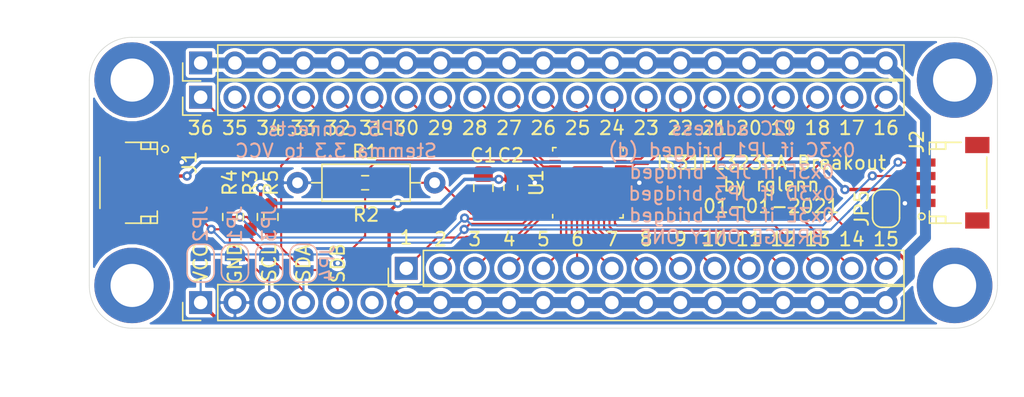
<source format=kicad_pcb>
(kicad_pcb (version 20171130) (host pcbnew "(5.1.7)-1")

  (general
    (thickness 1.6)
    (drawings 54)
    (tracks 351)
    (zones 0)
    (modules 23)
    (nets 45)
  )

  (page A4)
  (layers
    (0 F.Cu signal)
    (31 B.Cu signal)
    (32 B.Adhes user)
    (33 F.Adhes user)
    (34 B.Paste user)
    (35 F.Paste user)
    (36 B.SilkS user)
    (37 F.SilkS user)
    (38 B.Mask user)
    (39 F.Mask user)
    (40 Dwgs.User user)
    (41 Cmts.User user)
    (42 Eco1.User user)
    (43 Eco2.User user)
    (44 Edge.Cuts user)
    (45 Margin user)
    (46 B.CrtYd user)
    (47 F.CrtYd user)
    (48 B.Fab user)
    (49 F.Fab user)
  )

  (setup
    (last_trace_width 0.25)
    (user_trace_width 0.1524)
    (user_trace_width 0.2032)
    (user_trace_width 0.8128)
    (trace_clearance 0.1524)
    (zone_clearance 0.254)
    (zone_45_only no)
    (trace_min 0.1524)
    (via_size 0.6858)
    (via_drill 0.3302)
    (via_min_size 0.508)
    (via_min_drill 0.254)
    (uvia_size 0.3)
    (uvia_drill 0.1)
    (uvias_allowed no)
    (uvia_min_size 0.2)
    (uvia_min_drill 0.1)
    (edge_width 0.05)
    (segment_width 0.2)
    (pcb_text_width 0.3)
    (pcb_text_size 1.5 1.5)
    (mod_edge_width 0.12)
    (mod_text_size 1 1)
    (mod_text_width 0.15)
    (pad_size 1.524 1.524)
    (pad_drill 0.762)
    (pad_to_mask_clearance 0.0508)
    (solder_mask_min_width 0.1016)
    (aux_axis_origin 0 0)
    (visible_elements FFFFFF7F)
    (pcbplotparams
      (layerselection 0x010fc_ffffffff)
      (usegerberextensions false)
      (usegerberattributes true)
      (usegerberadvancedattributes true)
      (creategerberjobfile true)
      (excludeedgelayer true)
      (linewidth 0.100000)
      (plotframeref false)
      (viasonmask false)
      (mode 1)
      (useauxorigin false)
      (hpglpennumber 1)
      (hpglpenspeed 20)
      (hpglpendiameter 15.000000)
      (psnegative false)
      (psa4output false)
      (plotreference true)
      (plotvalue true)
      (plotinvisibletext false)
      (padsonsilk false)
      (subtractmaskfromsilk false)
      (outputformat 1)
      (mirror false)
      (drillshape 1)
      (scaleselection 1)
      (outputdirectory ""))
  )

  (net 0 "")
  (net 1 /SCL)
  (net 2 /SDA)
  (net 3 VCC)
  (net 4 GND)
  (net 5 /SDB)
  (net 6 /AD)
  (net 7 /R_EXT)
  (net 8 /OUT1)
  (net 9 /OUT2)
  (net 10 /OUT3)
  (net 11 /OUT4)
  (net 12 /OUT5)
  (net 13 /OUT6)
  (net 14 /OUT7)
  (net 15 /OUT8)
  (net 16 /OUT9)
  (net 17 /OUT10)
  (net 18 /OUT11)
  (net 19 /OUT12)
  (net 20 /OUT13)
  (net 21 /OUT14)
  (net 22 /OUT15)
  (net 23 /OUT16)
  (net 24 /OUT17)
  (net 25 /OUT18)
  (net 26 /OUT19)
  (net 27 /OUT20)
  (net 28 /OUT21)
  (net 29 /OUT22)
  (net 30 /OUT23)
  (net 31 /OUT24)
  (net 32 /OUT25)
  (net 33 /OUT26)
  (net 34 /OUT27)
  (net 35 /OUT28)
  (net 36 /OUT29)
  (net 37 /OUT30)
  (net 38 /OUT31)
  (net 39 /OUT32)
  (net 40 /OUT33)
  (net 41 /OUT34)
  (net 42 /OUT35)
  (net 43 /OUT36)
  (net 44 +3V3)

  (net_class Default "This is the default net class."
    (clearance 0.1524)
    (trace_width 0.25)
    (via_dia 0.6858)
    (via_drill 0.3302)
    (uvia_dia 0.3)
    (uvia_drill 0.1)
    (add_net +3V3)
    (add_net /AD)
    (add_net /OUT1)
    (add_net /OUT10)
    (add_net /OUT11)
    (add_net /OUT12)
    (add_net /OUT13)
    (add_net /OUT14)
    (add_net /OUT15)
    (add_net /OUT16)
    (add_net /OUT17)
    (add_net /OUT18)
    (add_net /OUT19)
    (add_net /OUT2)
    (add_net /OUT20)
    (add_net /OUT21)
    (add_net /OUT22)
    (add_net /OUT23)
    (add_net /OUT24)
    (add_net /OUT25)
    (add_net /OUT26)
    (add_net /OUT27)
    (add_net /OUT28)
    (add_net /OUT29)
    (add_net /OUT3)
    (add_net /OUT30)
    (add_net /OUT31)
    (add_net /OUT32)
    (add_net /OUT33)
    (add_net /OUT34)
    (add_net /OUT35)
    (add_net /OUT36)
    (add_net /OUT4)
    (add_net /OUT5)
    (add_net /OUT6)
    (add_net /OUT7)
    (add_net /OUT8)
    (add_net /OUT9)
    (add_net /R_EXT)
    (add_net /SCL)
    (add_net /SDA)
    (add_net /SDB)
    (add_net GND)
    (add_net VCC)
  )

  (module Connectors_JST:JST_SH_SM04B-SRSS-TB_04x1.00mm_Angled (layer F.Cu) (tedit 56B07436) (tstamp 5FEC0AF9)
    (at 38.354 46.99 270)
    (descr http://www.jst-mfg.com/product/pdf/eng/eSH.pdf)
    (tags "connector jst sh")
    (path /5FED42F5)
    (attr smd)
    (fp_text reference J1 (at -1.5 -4 90) (layer F.SilkS)
      (effects (font (size 1 1) (thickness 0.15)))
    )
    (fp_text value Conn_01x04 (at 0 4.5 90) (layer F.Fab)
      (effects (font (size 1 1) (thickness 0.15)))
    )
    (fp_circle (center -2.5 -2.1875) (end -2.25 -2.1875) (layer F.SilkS) (width 0.12))
    (fp_line (start -1.9 2.6375) (end 1.9 2.6375) (layer F.SilkS) (width 0.12))
    (fp_line (start -3 0.7375) (end -3 -1.6125) (layer F.SilkS) (width 0.12))
    (fp_line (start -3 -1.6125) (end -2.1 -1.6125) (layer F.SilkS) (width 0.12))
    (fp_line (start -2.5 -1.6125) (end -2.5 -0.4125) (layer F.SilkS) (width 0.12))
    (fp_line (start -2.5 -0.4125) (end -2.5 -0.4125) (layer F.SilkS) (width 0.12))
    (fp_line (start -2.5 -0.4125) (end -2.5 -1.6125) (layer F.SilkS) (width 0.12))
    (fp_line (start -2.5 -1.6125) (end -2.5 -1.6125) (layer F.SilkS) (width 0.12))
    (fp_line (start -2.5 -1.1125) (end -2.5 -1.1125) (layer F.SilkS) (width 0.12))
    (fp_line (start -2.5 -1.1125) (end -3 -1.1125) (layer F.SilkS) (width 0.12))
    (fp_line (start -3 -1.1125) (end -3 -1.1125) (layer F.SilkS) (width 0.12))
    (fp_line (start -3 -1.1125) (end -2.5 -1.1125) (layer F.SilkS) (width 0.12))
    (fp_line (start -2.5 -0.4125) (end -2.5 -0.4125) (layer F.SilkS) (width 0.12))
    (fp_line (start -2.5 -0.4125) (end -3 -0.4125) (layer F.SilkS) (width 0.12))
    (fp_line (start -3 -0.4125) (end -3 -0.4125) (layer F.SilkS) (width 0.12))
    (fp_line (start -3 -0.4125) (end -2.5 -0.4125) (layer F.SilkS) (width 0.12))
    (fp_line (start 3 0.7375) (end 3 -1.6125) (layer F.SilkS) (width 0.12))
    (fp_line (start 3 -1.6125) (end 2.1 -1.6125) (layer F.SilkS) (width 0.12))
    (fp_line (start 2.5 -1.6125) (end 2.5 -0.4125) (layer F.SilkS) (width 0.12))
    (fp_line (start 2.5 -0.4125) (end 2.5 -0.4125) (layer F.SilkS) (width 0.12))
    (fp_line (start 2.5 -0.4125) (end 2.5 -1.6125) (layer F.SilkS) (width 0.12))
    (fp_line (start 2.5 -1.6125) (end 2.5 -1.6125) (layer F.SilkS) (width 0.12))
    (fp_line (start 2.5 -1.1125) (end 2.5 -1.1125) (layer F.SilkS) (width 0.12))
    (fp_line (start 2.5 -1.1125) (end 3 -1.1125) (layer F.SilkS) (width 0.12))
    (fp_line (start 3 -1.1125) (end 3 -1.1125) (layer F.SilkS) (width 0.12))
    (fp_line (start 3 -1.1125) (end 2.5 -1.1125) (layer F.SilkS) (width 0.12))
    (fp_line (start 2.5 -0.4125) (end 2.5 -0.4125) (layer F.SilkS) (width 0.12))
    (fp_line (start 2.5 -0.4125) (end 3 -0.4125) (layer F.SilkS) (width 0.12))
    (fp_line (start 3 -0.4125) (end 3 -0.4125) (layer F.SilkS) (width 0.12))
    (fp_line (start 3 -0.4125) (end 2.5 -0.4125) (layer F.SilkS) (width 0.12))
    (fp_line (start -3.9 3.35) (end -3.9 -3.25) (layer F.CrtYd) (width 0.05))
    (fp_line (start -3.9 -3.25) (end 3.9 -3.25) (layer F.CrtYd) (width 0.05))
    (fp_line (start 3.9 -3.25) (end 3.9 3.35) (layer F.CrtYd) (width 0.05))
    (fp_line (start 3.9 3.35) (end -3.9 3.35) (layer F.CrtYd) (width 0.05))
    (pad "" smd rect (at 2.8 1.9375 270) (size 1.2 1.8) (layers F.Cu F.Paste F.Mask))
    (pad "" smd rect (at -2.8 1.9375 270) (size 1.2 1.8) (layers F.Cu F.Paste F.Mask))
    (pad 4 smd rect (at 1.5 -1.9375 270) (size 0.6 1.55) (layers F.Cu F.Paste F.Mask)
      (net 1 /SCL))
    (pad 3 smd rect (at 0.5 -1.9375 270) (size 0.6 1.55) (layers F.Cu F.Paste F.Mask)
      (net 2 /SDA))
    (pad 2 smd rect (at -0.5 -1.9375 270) (size 0.6 1.55) (layers F.Cu F.Paste F.Mask)
      (net 44 +3V3))
    (pad 1 smd rect (at -1.5 -1.9375 270) (size 0.6 1.55) (layers F.Cu F.Paste F.Mask)
      (net 4 GND))
  )

  (module Connectors_JST:JST_SH_SM04B-SRSS-TB_04x1.00mm_Angled (layer F.Cu) (tedit 56B07436) (tstamp 5FEC0B25)
    (at 98.806 46.99 90)
    (descr http://www.jst-mfg.com/product/pdf/eng/eSH.pdf)
    (tags "connector jst sh")
    (path /5FED3D72)
    (attr smd)
    (fp_text reference J2 (at 3.048 -2.54 90) (layer F.SilkS)
      (effects (font (size 1 1) (thickness 0.15)))
    )
    (fp_text value Conn_01x04 (at 0 4.5 90) (layer F.Fab)
      (effects (font (size 1 1) (thickness 0.15)))
    )
    (fp_line (start 3.9 3.35) (end -3.9 3.35) (layer F.CrtYd) (width 0.05))
    (fp_line (start 3.9 -3.25) (end 3.9 3.35) (layer F.CrtYd) (width 0.05))
    (fp_line (start -3.9 -3.25) (end 3.9 -3.25) (layer F.CrtYd) (width 0.05))
    (fp_line (start -3.9 3.35) (end -3.9 -3.25) (layer F.CrtYd) (width 0.05))
    (fp_line (start 3 -0.4125) (end 2.5 -0.4125) (layer F.SilkS) (width 0.12))
    (fp_line (start 3 -0.4125) (end 3 -0.4125) (layer F.SilkS) (width 0.12))
    (fp_line (start 2.5 -0.4125) (end 3 -0.4125) (layer F.SilkS) (width 0.12))
    (fp_line (start 2.5 -0.4125) (end 2.5 -0.4125) (layer F.SilkS) (width 0.12))
    (fp_line (start 3 -1.1125) (end 2.5 -1.1125) (layer F.SilkS) (width 0.12))
    (fp_line (start 3 -1.1125) (end 3 -1.1125) (layer F.SilkS) (width 0.12))
    (fp_line (start 2.5 -1.1125) (end 3 -1.1125) (layer F.SilkS) (width 0.12))
    (fp_line (start 2.5 -1.1125) (end 2.5 -1.1125) (layer F.SilkS) (width 0.12))
    (fp_line (start 2.5 -1.6125) (end 2.5 -1.6125) (layer F.SilkS) (width 0.12))
    (fp_line (start 2.5 -0.4125) (end 2.5 -1.6125) (layer F.SilkS) (width 0.12))
    (fp_line (start 2.5 -0.4125) (end 2.5 -0.4125) (layer F.SilkS) (width 0.12))
    (fp_line (start 2.5 -1.6125) (end 2.5 -0.4125) (layer F.SilkS) (width 0.12))
    (fp_line (start 3 -1.6125) (end 2.1 -1.6125) (layer F.SilkS) (width 0.12))
    (fp_line (start 3 0.7375) (end 3 -1.6125) (layer F.SilkS) (width 0.12))
    (fp_line (start -3 -0.4125) (end -2.5 -0.4125) (layer F.SilkS) (width 0.12))
    (fp_line (start -3 -0.4125) (end -3 -0.4125) (layer F.SilkS) (width 0.12))
    (fp_line (start -2.5 -0.4125) (end -3 -0.4125) (layer F.SilkS) (width 0.12))
    (fp_line (start -2.5 -0.4125) (end -2.5 -0.4125) (layer F.SilkS) (width 0.12))
    (fp_line (start -3 -1.1125) (end -2.5 -1.1125) (layer F.SilkS) (width 0.12))
    (fp_line (start -3 -1.1125) (end -3 -1.1125) (layer F.SilkS) (width 0.12))
    (fp_line (start -2.5 -1.1125) (end -3 -1.1125) (layer F.SilkS) (width 0.12))
    (fp_line (start -2.5 -1.1125) (end -2.5 -1.1125) (layer F.SilkS) (width 0.12))
    (fp_line (start -2.5 -1.6125) (end -2.5 -1.6125) (layer F.SilkS) (width 0.12))
    (fp_line (start -2.5 -0.4125) (end -2.5 -1.6125) (layer F.SilkS) (width 0.12))
    (fp_line (start -2.5 -0.4125) (end -2.5 -0.4125) (layer F.SilkS) (width 0.12))
    (fp_line (start -2.5 -1.6125) (end -2.5 -0.4125) (layer F.SilkS) (width 0.12))
    (fp_line (start -3 -1.6125) (end -2.1 -1.6125) (layer F.SilkS) (width 0.12))
    (fp_line (start -3 0.7375) (end -3 -1.6125) (layer F.SilkS) (width 0.12))
    (fp_line (start -1.9 2.6375) (end 1.9 2.6375) (layer F.SilkS) (width 0.12))
    (fp_circle (center -2.5 -2.1875) (end -2.25 -2.1875) (layer F.SilkS) (width 0.12))
    (pad 1 smd rect (at -1.5 -1.9375 90) (size 0.6 1.55) (layers F.Cu F.Paste F.Mask)
      (net 4 GND))
    (pad 2 smd rect (at -0.5 -1.9375 90) (size 0.6 1.55) (layers F.Cu F.Paste F.Mask)
      (net 44 +3V3))
    (pad 3 smd rect (at 0.5 -1.9375 90) (size 0.6 1.55) (layers F.Cu F.Paste F.Mask)
      (net 2 /SDA))
    (pad 4 smd rect (at 1.5 -1.9375 90) (size 0.6 1.55) (layers F.Cu F.Paste F.Mask)
      (net 1 /SCL))
    (pad "" smd rect (at -2.8 1.9375 90) (size 1.2 1.8) (layers F.Cu F.Paste F.Mask))
    (pad "" smd rect (at 2.8 1.9375 90) (size 1.2 1.8) (layers F.Cu F.Paste F.Mask))
  )

  (module is31fl3236a:QFN-44-1EP_5x5mm_P0.4mm_EP2.45x2.45mm (layer F.Cu) (tedit 5E07AD5A) (tstamp 5FEC0B6B)
    (at 71.882 46.99 90)
    (descr "QFN, 44 Pin (http://ww1.microchip.com/downloads/en/DeviceDoc/2512S.pdf#page=17), generated with kicad-footprint-generator ipc_noLead_generator.py")
    (tags "QFN NoLead")
    (path /5FED1BF0)
    (attr smd)
    (fp_text reference U1 (at 0 -3.82 90) (layer F.SilkS)
      (effects (font (size 1 1) (thickness 0.15)))
    )
    (fp_text value IS31FL3236A (at 0 3.82 90) (layer F.Fab)
      (effects (font (size 1 1) (thickness 0.15)))
    )
    (fp_line (start 3.12 -3.12) (end -3.12 -3.12) (layer F.CrtYd) (width 0.05))
    (fp_line (start 3.12 3.12) (end 3.12 -3.12) (layer F.CrtYd) (width 0.05))
    (fp_line (start -3.12 3.12) (end 3.12 3.12) (layer F.CrtYd) (width 0.05))
    (fp_line (start -3.12 -3.12) (end -3.12 3.12) (layer F.CrtYd) (width 0.05))
    (fp_line (start -2.5 -1.5) (end -1.5 -2.5) (layer F.Fab) (width 0.1))
    (fp_line (start -2.5 2.5) (end -2.5 -1.5) (layer F.Fab) (width 0.1))
    (fp_line (start 2.5 2.5) (end -2.5 2.5) (layer F.Fab) (width 0.1))
    (fp_line (start 2.5 -2.5) (end 2.5 2.5) (layer F.Fab) (width 0.1))
    (fp_line (start -1.5 -2.5) (end 2.5 -2.5) (layer F.Fab) (width 0.1))
    (fp_line (start -2.36 -2.61) (end -2.61 -2.61) (layer F.SilkS) (width 0.12))
    (fp_line (start 2.61 2.61) (end 2.61 2.36) (layer F.SilkS) (width 0.12))
    (fp_line (start 2.36 2.61) (end 2.61 2.61) (layer F.SilkS) (width 0.12))
    (fp_line (start -2.61 2.61) (end -2.61 2.36) (layer F.SilkS) (width 0.12))
    (fp_line (start -2.36 2.61) (end -2.61 2.61) (layer F.SilkS) (width 0.12))
    (fp_line (start 2.61 -2.61) (end 2.61 -2.36) (layer F.SilkS) (width 0.12))
    (fp_line (start 2.36 -2.61) (end 2.61 -2.61) (layer F.SilkS) (width 0.12))
    (fp_text user %R (at 0 0 90) (layer F.Fab)
      (effects (font (size 1 1) (thickness 0.15)))
    )
    (pad 45 smd roundrect (at 0 0 90) (size 2.45 2.45) (layers F.Cu F.Mask) (roundrect_rratio 0.102041)
      (net 4 GND))
    (pad "" smd roundrect (at -0.61 -0.61 90) (size 0.99 0.99) (layers F.Paste) (roundrect_rratio 0.25))
    (pad "" smd roundrect (at -0.61 0.61 90) (size 0.99 0.99) (layers F.Paste) (roundrect_rratio 0.25))
    (pad "" smd roundrect (at 0.61 -0.61 90) (size 0.99 0.99) (layers F.Paste) (roundrect_rratio 0.25))
    (pad "" smd roundrect (at 0.61 0.61 90) (size 0.99 0.99) (layers F.Paste) (roundrect_rratio 0.25))
    (pad 1 smd roundrect (at -2.5375 -2 90) (size 0.675 0.2) (layers F.Cu F.Paste F.Mask) (roundrect_rratio 0.25)
      (net 10 /OUT3))
    (pad 2 smd roundrect (at -2.4375 -1.6 90) (size 0.875 0.2) (layers F.Cu F.Paste F.Mask) (roundrect_rratio 0.25)
      (net 11 /OUT4))
    (pad 3 smd roundrect (at -2.4375 -1.2 90) (size 0.875 0.2) (layers F.Cu F.Paste F.Mask) (roundrect_rratio 0.25)
      (net 12 /OUT5))
    (pad 4 smd roundrect (at -2.4375 -0.8 90) (size 0.875 0.2) (layers F.Cu F.Paste F.Mask) (roundrect_rratio 0.25)
      (net 13 /OUT6))
    (pad 5 smd roundrect (at -2.4375 -0.4 90) (size 0.875 0.2) (layers F.Cu F.Paste F.Mask) (roundrect_rratio 0.25)
      (net 14 /OUT7))
    (pad 6 smd roundrect (at -2.4375 0 90) (size 0.875 0.2) (layers F.Cu F.Paste F.Mask) (roundrect_rratio 0.25)
      (net 15 /OUT8))
    (pad 7 smd roundrect (at -2.4375 0.4 90) (size 0.875 0.2) (layers F.Cu F.Paste F.Mask) (roundrect_rratio 0.25)
      (net 16 /OUT9))
    (pad 8 smd roundrect (at -2.4375 0.8 90) (size 0.875 0.2) (layers F.Cu F.Paste F.Mask) (roundrect_rratio 0.25)
      (net 17 /OUT10))
    (pad 9 smd roundrect (at -2.4375 1.2 90) (size 0.875 0.2) (layers F.Cu F.Paste F.Mask) (roundrect_rratio 0.25)
      (net 18 /OUT11))
    (pad 10 smd roundrect (at -2.4375 1.6 90) (size 0.875 0.2) (layers F.Cu F.Paste F.Mask) (roundrect_rratio 0.25)
      (net 19 /OUT12))
    (pad 11 smd roundrect (at -2.5375 2 90) (size 0.675 0.2) (layers F.Cu F.Paste F.Mask) (roundrect_rratio 0.25)
      (net 20 /OUT13))
    (pad 12 smd roundrect (at -2 2.5375 90) (size 0.2 0.675) (layers F.Cu F.Paste F.Mask) (roundrect_rratio 0.25)
      (net 21 /OUT14))
    (pad 13 smd roundrect (at -1.6 2.4375 90) (size 0.2 0.875) (layers F.Cu F.Paste F.Mask) (roundrect_rratio 0.25)
      (net 22 /OUT15))
    (pad 14 smd roundrect (at -1.2 2.4375 90) (size 0.2 0.875) (layers F.Cu F.Paste F.Mask) (roundrect_rratio 0.25)
      (net 23 /OUT16))
    (pad 15 smd roundrect (at -0.8 2.4375 90) (size 0.2 0.875) (layers F.Cu F.Paste F.Mask) (roundrect_rratio 0.25)
      (net 24 /OUT17))
    (pad 16 smd roundrect (at -0.4 2.4375 90) (size 0.2 0.875) (layers F.Cu F.Paste F.Mask) (roundrect_rratio 0.25)
      (net 25 /OUT18))
    (pad 17 smd roundrect (at 0 2.4375 90) (size 0.2 0.875) (layers F.Cu F.Paste F.Mask) (roundrect_rratio 0.25)
      (net 4 GND))
    (pad 18 smd roundrect (at 0.4 2.4375 90) (size 0.2 0.875) (layers F.Cu F.Paste F.Mask) (roundrect_rratio 0.25)
      (net 26 /OUT19))
    (pad 19 smd roundrect (at 0.8 2.4375 90) (size 0.2 0.875) (layers F.Cu F.Paste F.Mask) (roundrect_rratio 0.25)
      (net 27 /OUT20))
    (pad 20 smd roundrect (at 1.2 2.4375 90) (size 0.2 0.875) (layers F.Cu F.Paste F.Mask) (roundrect_rratio 0.25)
      (net 28 /OUT21))
    (pad 21 smd roundrect (at 1.6 2.4375 90) (size 0.2 0.875) (layers F.Cu F.Paste F.Mask) (roundrect_rratio 0.25)
      (net 29 /OUT22))
    (pad 22 smd roundrect (at 2 2.5375 90) (size 0.2 0.675) (layers F.Cu F.Paste F.Mask) (roundrect_rratio 0.25)
      (net 30 /OUT23))
    (pad 23 smd roundrect (at 2.5375 2 90) (size 0.675 0.2) (layers F.Cu F.Paste F.Mask) (roundrect_rratio 0.25)
      (net 31 /OUT24))
    (pad 24 smd roundrect (at 2.4375 1.6 90) (size 0.875 0.2) (layers F.Cu F.Paste F.Mask) (roundrect_rratio 0.25)
      (net 32 /OUT25))
    (pad 25 smd roundrect (at 2.4375 1.2 90) (size 0.875 0.2) (layers F.Cu F.Paste F.Mask) (roundrect_rratio 0.25)
      (net 33 /OUT26))
    (pad 26 smd roundrect (at 2.4375 0.8 90) (size 0.875 0.2) (layers F.Cu F.Paste F.Mask) (roundrect_rratio 0.25)
      (net 34 /OUT27))
    (pad 27 smd roundrect (at 2.4375 0.4 90) (size 0.875 0.2) (layers F.Cu F.Paste F.Mask) (roundrect_rratio 0.25)
      (net 35 /OUT28))
    (pad 28 smd roundrect (at 2.4375 0 90) (size 0.875 0.2) (layers F.Cu F.Paste F.Mask) (roundrect_rratio 0.25)
      (net 36 /OUT29))
    (pad 29 smd roundrect (at 2.4375 -0.4 90) (size 0.875 0.2) (layers F.Cu F.Paste F.Mask) (roundrect_rratio 0.25)
      (net 37 /OUT30))
    (pad 30 smd roundrect (at 2.4375 -0.8 90) (size 0.875 0.2) (layers F.Cu F.Paste F.Mask) (roundrect_rratio 0.25)
      (net 38 /OUT31))
    (pad 31 smd roundrect (at 2.4375 -1.2 90) (size 0.875 0.2) (layers F.Cu F.Paste F.Mask) (roundrect_rratio 0.25)
      (net 39 /OUT32))
    (pad 32 smd roundrect (at 2.4375 -1.6 90) (size 0.875 0.2) (layers F.Cu F.Paste F.Mask) (roundrect_rratio 0.25)
      (net 40 /OUT33))
    (pad 33 smd roundrect (at 2.5375 -2 90) (size 0.675 0.2) (layers F.Cu F.Paste F.Mask) (roundrect_rratio 0.25)
      (net 41 /OUT34))
    (pad 34 smd roundrect (at 2 -2.5375 90) (size 0.2 0.675) (layers F.Cu F.Paste F.Mask) (roundrect_rratio 0.25)
      (net 42 /OUT35))
    (pad 35 smd roundrect (at 1.6 -2.4375 90) (size 0.2 0.875) (layers F.Cu F.Paste F.Mask) (roundrect_rratio 0.25)
      (net 43 /OUT36))
    (pad 36 smd roundrect (at 1.2 -2.4375 90) (size 0.2 0.875) (layers F.Cu F.Paste F.Mask) (roundrect_rratio 0.25)
      (net 5 /SDB))
    (pad 37 smd roundrect (at 0.8 -2.4375 90) (size 0.2 0.875) (layers F.Cu F.Paste F.Mask) (roundrect_rratio 0.25)
      (net 6 /AD))
    (pad 38 smd roundrect (at 0.4 -2.4375 90) (size 0.2 0.875) (layers F.Cu F.Paste F.Mask) (roundrect_rratio 0.25)
      (net 3 VCC))
    (pad 39 smd roundrect (at 0 -2.4375 90) (size 0.2 0.875) (layers F.Cu F.Paste F.Mask) (roundrect_rratio 0.25)
      (net 4 GND))
    (pad 40 smd roundrect (at -0.4 -2.4375 90) (size 0.2 0.875) (layers F.Cu F.Paste F.Mask) (roundrect_rratio 0.25)
      (net 7 /R_EXT))
    (pad 41 smd roundrect (at -0.8 -2.4375 90) (size 0.2 0.875) (layers F.Cu F.Paste F.Mask) (roundrect_rratio 0.25)
      (net 2 /SDA))
    (pad 42 smd roundrect (at -1.2 -2.4375 90) (size 0.2 0.875) (layers F.Cu F.Paste F.Mask) (roundrect_rratio 0.25)
      (net 1 /SCL))
    (pad 43 smd roundrect (at -1.6 -2.4375 90) (size 0.2 0.875) (layers F.Cu F.Paste F.Mask) (roundrect_rratio 0.25)
      (net 8 /OUT1))
    (pad 44 smd roundrect (at -2 -2.5375 90) (size 0.2 0.675) (layers F.Cu F.Paste F.Mask) (roundrect_rratio 0.25)
      (net 9 /OUT2))
    (model ${KISYS3DMOD}/Package_DFN_QFN.3dshapes/QFN-44-1EP_5x5mm_P0.4mm_EP2.45x2.45mm.wrl
      (at (xyz 0 0 0))
      (scale (xyz 1 1 1))
      (rotate (xyz 0 0 0))
    )
  )

  (module Connector_PinHeader_2.54mm:PinHeader_1x21_P2.54mm_Vertical (layer F.Cu) (tedit 59FED5CC) (tstamp 5FEC2A75)
    (at 43.18 55.88 90)
    (descr "Through hole straight pin header, 1x21, 2.54mm pitch, single row")
    (tags "Through hole pin header THT 1x21 2.54mm single row")
    (path /5FED8198)
    (fp_text reference J3 (at 0 -2.33 90) (layer F.SilkS) hide
      (effects (font (size 1 1) (thickness 0.15)))
    )
    (fp_text value Conn_01x21 (at 0 53.13 90) (layer F.Fab)
      (effects (font (size 1 1) (thickness 0.15)))
    )
    (fp_line (start 1.8 -1.8) (end -1.8 -1.8) (layer F.CrtYd) (width 0.05))
    (fp_line (start 1.8 52.6) (end 1.8 -1.8) (layer F.CrtYd) (width 0.05))
    (fp_line (start -1.8 52.6) (end 1.8 52.6) (layer F.CrtYd) (width 0.05))
    (fp_line (start -1.8 -1.8) (end -1.8 52.6) (layer F.CrtYd) (width 0.05))
    (fp_line (start -1.33 -1.33) (end 0 -1.33) (layer F.SilkS) (width 0.12))
    (fp_line (start -1.33 0) (end -1.33 -1.33) (layer F.SilkS) (width 0.12))
    (fp_line (start -1.33 1.27) (end 1.33 1.27) (layer F.SilkS) (width 0.12))
    (fp_line (start 1.33 1.27) (end 1.33 52.13) (layer F.SilkS) (width 0.12))
    (fp_line (start -1.33 1.27) (end -1.33 52.13) (layer F.SilkS) (width 0.12))
    (fp_line (start -1.33 52.13) (end 1.33 52.13) (layer F.SilkS) (width 0.12))
    (fp_line (start -1.27 -0.635) (end -0.635 -1.27) (layer F.Fab) (width 0.1))
    (fp_line (start -1.27 52.07) (end -1.27 -0.635) (layer F.Fab) (width 0.1))
    (fp_line (start 1.27 52.07) (end -1.27 52.07) (layer F.Fab) (width 0.1))
    (fp_line (start 1.27 -1.27) (end 1.27 52.07) (layer F.Fab) (width 0.1))
    (fp_line (start -0.635 -1.27) (end 1.27 -1.27) (layer F.Fab) (width 0.1))
    (fp_text user %R (at 0 25.4) (layer F.Fab)
      (effects (font (size 1 1) (thickness 0.15)))
    )
    (pad 1 thru_hole rect (at 0 0 90) (size 1.7 1.7) (drill 1) (layers *.Cu *.Mask)
      (net 3 VCC))
    (pad 2 thru_hole oval (at 0 2.54 90) (size 1.7 1.7) (drill 1) (layers *.Cu *.Mask)
      (net 4 GND))
    (pad 3 thru_hole oval (at 0 5.08 90) (size 1.7 1.7) (drill 1) (layers *.Cu *.Mask)
      (net 1 /SCL))
    (pad 4 thru_hole oval (at 0 7.62 90) (size 1.7 1.7) (drill 1) (layers *.Cu *.Mask)
      (net 2 /SDA))
    (pad 5 thru_hole oval (at 0 10.16 90) (size 1.7 1.7) (drill 1) (layers *.Cu *.Mask)
      (net 5 /SDB))
    (pad 6 thru_hole oval (at 0 12.7 90) (size 1.7 1.7) (drill 1) (layers *.Cu *.Mask))
    (pad 7 thru_hole oval (at 0 15.24 90) (size 1.7 1.7) (drill 1) (layers *.Cu *.Mask)
      (net 3 VCC))
    (pad 8 thru_hole oval (at 0 17.78 90) (size 1.7 1.7) (drill 1) (layers *.Cu *.Mask)
      (net 3 VCC))
    (pad 9 thru_hole oval (at 0 20.32 90) (size 1.7 1.7) (drill 1) (layers *.Cu *.Mask)
      (net 3 VCC))
    (pad 10 thru_hole oval (at 0 22.86 90) (size 1.7 1.7) (drill 1) (layers *.Cu *.Mask)
      (net 3 VCC))
    (pad 11 thru_hole oval (at 0 25.4 90) (size 1.7 1.7) (drill 1) (layers *.Cu *.Mask)
      (net 3 VCC))
    (pad 12 thru_hole oval (at 0 27.94 90) (size 1.7 1.7) (drill 1) (layers *.Cu *.Mask)
      (net 3 VCC))
    (pad 13 thru_hole oval (at 0 30.48 90) (size 1.7 1.7) (drill 1) (layers *.Cu *.Mask)
      (net 3 VCC))
    (pad 14 thru_hole oval (at 0 33.02 90) (size 1.7 1.7) (drill 1) (layers *.Cu *.Mask)
      (net 3 VCC))
    (pad 15 thru_hole oval (at 0 35.56 90) (size 1.7 1.7) (drill 1) (layers *.Cu *.Mask)
      (net 3 VCC))
    (pad 16 thru_hole oval (at 0 38.1 90) (size 1.7 1.7) (drill 1) (layers *.Cu *.Mask)
      (net 3 VCC))
    (pad 17 thru_hole oval (at 0 40.64 90) (size 1.7 1.7) (drill 1) (layers *.Cu *.Mask)
      (net 3 VCC))
    (pad 18 thru_hole oval (at 0 43.18 90) (size 1.7 1.7) (drill 1) (layers *.Cu *.Mask)
      (net 3 VCC))
    (pad 19 thru_hole oval (at 0 45.72 90) (size 1.7 1.7) (drill 1) (layers *.Cu *.Mask)
      (net 3 VCC))
    (pad 20 thru_hole oval (at 0 48.26 90) (size 1.7 1.7) (drill 1) (layers *.Cu *.Mask)
      (net 3 VCC))
    (pad 21 thru_hole oval (at 0 50.8 90) (size 1.7 1.7) (drill 1) (layers *.Cu *.Mask)
      (net 3 VCC))
    (model ${KISYS3DMOD}/Connector_PinHeader_2.54mm.3dshapes/PinHeader_1x21_P2.54mm_Vertical.wrl
      (at (xyz 0 0 0))
      (scale (xyz 1 1 1))
      (rotate (xyz 0 0 0))
    )
  )

  (module Connector_PinHeader_2.54mm:PinHeader_1x21_P2.54mm_Vertical (layer F.Cu) (tedit 59FED5CC) (tstamp 5FEC126A)
    (at 43.18 40.64 90)
    (descr "Through hole straight pin header, 1x21, 2.54mm pitch, single row")
    (tags "Through hole pin header THT 1x21 2.54mm single row")
    (path /5FEDD201)
    (fp_text reference J4 (at 0 -2.33 90) (layer F.SilkS) hide
      (effects (font (size 1 1) (thickness 0.15)))
    )
    (fp_text value Conn_01x21 (at 0 53.13 90) (layer F.Fab)
      (effects (font (size 1 1) (thickness 0.15)))
    )
    (fp_text user %R (at 0 25.4) (layer F.Fab)
      (effects (font (size 1 1) (thickness 0.15)))
    )
    (fp_line (start -0.635 -1.27) (end 1.27 -1.27) (layer F.Fab) (width 0.1))
    (fp_line (start 1.27 -1.27) (end 1.27 52.07) (layer F.Fab) (width 0.1))
    (fp_line (start 1.27 52.07) (end -1.27 52.07) (layer F.Fab) (width 0.1))
    (fp_line (start -1.27 52.07) (end -1.27 -0.635) (layer F.Fab) (width 0.1))
    (fp_line (start -1.27 -0.635) (end -0.635 -1.27) (layer F.Fab) (width 0.1))
    (fp_line (start -1.33 52.13) (end 1.33 52.13) (layer F.SilkS) (width 0.12))
    (fp_line (start -1.33 1.27) (end -1.33 52.13) (layer F.SilkS) (width 0.12))
    (fp_line (start 1.33 1.27) (end 1.33 52.13) (layer F.SilkS) (width 0.12))
    (fp_line (start -1.33 1.27) (end 1.33 1.27) (layer F.SilkS) (width 0.12))
    (fp_line (start -1.33 0) (end -1.33 -1.33) (layer F.SilkS) (width 0.12))
    (fp_line (start -1.33 -1.33) (end 0 -1.33) (layer F.SilkS) (width 0.12))
    (fp_line (start -1.8 -1.8) (end -1.8 52.6) (layer F.CrtYd) (width 0.05))
    (fp_line (start -1.8 52.6) (end 1.8 52.6) (layer F.CrtYd) (width 0.05))
    (fp_line (start 1.8 52.6) (end 1.8 -1.8) (layer F.CrtYd) (width 0.05))
    (fp_line (start 1.8 -1.8) (end -1.8 -1.8) (layer F.CrtYd) (width 0.05))
    (pad 21 thru_hole oval (at 0 50.8 90) (size 1.7 1.7) (drill 1) (layers *.Cu *.Mask)
      (net 23 /OUT16))
    (pad 20 thru_hole oval (at 0 48.26 90) (size 1.7 1.7) (drill 1) (layers *.Cu *.Mask)
      (net 24 /OUT17))
    (pad 19 thru_hole oval (at 0 45.72 90) (size 1.7 1.7) (drill 1) (layers *.Cu *.Mask)
      (net 25 /OUT18))
    (pad 18 thru_hole oval (at 0 43.18 90) (size 1.7 1.7) (drill 1) (layers *.Cu *.Mask)
      (net 26 /OUT19))
    (pad 17 thru_hole oval (at 0 40.64 90) (size 1.7 1.7) (drill 1) (layers *.Cu *.Mask)
      (net 27 /OUT20))
    (pad 16 thru_hole oval (at 0 38.1 90) (size 1.7 1.7) (drill 1) (layers *.Cu *.Mask)
      (net 28 /OUT21))
    (pad 15 thru_hole oval (at 0 35.56 90) (size 1.7 1.7) (drill 1) (layers *.Cu *.Mask)
      (net 29 /OUT22))
    (pad 14 thru_hole oval (at 0 33.02 90) (size 1.7 1.7) (drill 1) (layers *.Cu *.Mask)
      (net 30 /OUT23))
    (pad 13 thru_hole oval (at 0 30.48 90) (size 1.7 1.7) (drill 1) (layers *.Cu *.Mask)
      (net 31 /OUT24))
    (pad 12 thru_hole oval (at 0 27.94 90) (size 1.7 1.7) (drill 1) (layers *.Cu *.Mask)
      (net 32 /OUT25))
    (pad 11 thru_hole oval (at 0 25.4 90) (size 1.7 1.7) (drill 1) (layers *.Cu *.Mask)
      (net 33 /OUT26))
    (pad 10 thru_hole oval (at 0 22.86 90) (size 1.7 1.7) (drill 1) (layers *.Cu *.Mask)
      (net 34 /OUT27))
    (pad 9 thru_hole oval (at 0 20.32 90) (size 1.7 1.7) (drill 1) (layers *.Cu *.Mask)
      (net 35 /OUT28))
    (pad 8 thru_hole oval (at 0 17.78 90) (size 1.7 1.7) (drill 1) (layers *.Cu *.Mask)
      (net 36 /OUT29))
    (pad 7 thru_hole oval (at 0 15.24 90) (size 1.7 1.7) (drill 1) (layers *.Cu *.Mask)
      (net 37 /OUT30))
    (pad 6 thru_hole oval (at 0 12.7 90) (size 1.7 1.7) (drill 1) (layers *.Cu *.Mask)
      (net 38 /OUT31))
    (pad 5 thru_hole oval (at 0 10.16 90) (size 1.7 1.7) (drill 1) (layers *.Cu *.Mask)
      (net 39 /OUT32))
    (pad 4 thru_hole oval (at 0 7.62 90) (size 1.7 1.7) (drill 1) (layers *.Cu *.Mask)
      (net 40 /OUT33))
    (pad 3 thru_hole oval (at 0 5.08 90) (size 1.7 1.7) (drill 1) (layers *.Cu *.Mask)
      (net 41 /OUT34))
    (pad 2 thru_hole oval (at 0 2.54 90) (size 1.7 1.7) (drill 1) (layers *.Cu *.Mask)
      (net 42 /OUT35))
    (pad 1 thru_hole rect (at 0 0 90) (size 1.7 1.7) (drill 1) (layers *.Cu *.Mask)
      (net 43 /OUT36))
    (model ${KISYS3DMOD}/Connector_PinHeader_2.54mm.3dshapes/PinHeader_1x21_P2.54mm_Vertical.wrl
      (at (xyz 0 0 0))
      (scale (xyz 1 1 1))
      (rotate (xyz 0 0 0))
    )
  )

  (module Connector_PinHeader_2.54mm:PinHeader_1x21_P2.54mm_Vertical (layer F.Cu) (tedit 59FED5CC) (tstamp 5FEC2943)
    (at 43.18 38.1 90)
    (descr "Through hole straight pin header, 1x21, 2.54mm pitch, single row")
    (tags "Through hole pin header THT 1x21 2.54mm single row")
    (path /5FF0F7C8)
    (fp_text reference J5 (at 0 -2.33 90) (layer F.SilkS) hide
      (effects (font (size 1 1) (thickness 0.15)))
    )
    (fp_text value Conn_01x21 (at 0 53.13 90) (layer F.Fab)
      (effects (font (size 1 1) (thickness 0.15)))
    )
    (fp_line (start 1.8 -1.8) (end -1.8 -1.8) (layer F.CrtYd) (width 0.05))
    (fp_line (start 1.8 52.6) (end 1.8 -1.8) (layer F.CrtYd) (width 0.05))
    (fp_line (start -1.8 52.6) (end 1.8 52.6) (layer F.CrtYd) (width 0.05))
    (fp_line (start -1.8 -1.8) (end -1.8 52.6) (layer F.CrtYd) (width 0.05))
    (fp_line (start -1.33 -1.33) (end 0 -1.33) (layer F.SilkS) (width 0.12))
    (fp_line (start -1.33 0) (end -1.33 -1.33) (layer F.SilkS) (width 0.12))
    (fp_line (start -1.33 1.27) (end 1.33 1.27) (layer F.SilkS) (width 0.12))
    (fp_line (start 1.33 1.27) (end 1.33 52.13) (layer F.SilkS) (width 0.12))
    (fp_line (start -1.33 1.27) (end -1.33 52.13) (layer F.SilkS) (width 0.12))
    (fp_line (start -1.33 52.13) (end 1.33 52.13) (layer F.SilkS) (width 0.12))
    (fp_line (start -1.27 -0.635) (end -0.635 -1.27) (layer F.Fab) (width 0.1))
    (fp_line (start -1.27 52.07) (end -1.27 -0.635) (layer F.Fab) (width 0.1))
    (fp_line (start 1.27 52.07) (end -1.27 52.07) (layer F.Fab) (width 0.1))
    (fp_line (start 1.27 -1.27) (end 1.27 52.07) (layer F.Fab) (width 0.1))
    (fp_line (start -0.635 -1.27) (end 1.27 -1.27) (layer F.Fab) (width 0.1))
    (fp_text user %R (at 0 25.4) (layer F.Fab)
      (effects (font (size 1 1) (thickness 0.15)))
    )
    (pad 1 thru_hole rect (at 0 0 90) (size 1.7 1.7) (drill 1) (layers *.Cu *.Mask)
      (net 3 VCC))
    (pad 2 thru_hole oval (at 0 2.54 90) (size 1.7 1.7) (drill 1) (layers *.Cu *.Mask)
      (net 3 VCC))
    (pad 3 thru_hole oval (at 0 5.08 90) (size 1.7 1.7) (drill 1) (layers *.Cu *.Mask)
      (net 3 VCC))
    (pad 4 thru_hole oval (at 0 7.62 90) (size 1.7 1.7) (drill 1) (layers *.Cu *.Mask)
      (net 3 VCC))
    (pad 5 thru_hole oval (at 0 10.16 90) (size 1.7 1.7) (drill 1) (layers *.Cu *.Mask)
      (net 3 VCC))
    (pad 6 thru_hole oval (at 0 12.7 90) (size 1.7 1.7) (drill 1) (layers *.Cu *.Mask)
      (net 3 VCC))
    (pad 7 thru_hole oval (at 0 15.24 90) (size 1.7 1.7) (drill 1) (layers *.Cu *.Mask)
      (net 3 VCC))
    (pad 8 thru_hole oval (at 0 17.78 90) (size 1.7 1.7) (drill 1) (layers *.Cu *.Mask)
      (net 3 VCC))
    (pad 9 thru_hole oval (at 0 20.32 90) (size 1.7 1.7) (drill 1) (layers *.Cu *.Mask)
      (net 3 VCC))
    (pad 10 thru_hole oval (at 0 22.86 90) (size 1.7 1.7) (drill 1) (layers *.Cu *.Mask)
      (net 3 VCC))
    (pad 11 thru_hole oval (at 0 25.4 90) (size 1.7 1.7) (drill 1) (layers *.Cu *.Mask)
      (net 3 VCC))
    (pad 12 thru_hole oval (at 0 27.94 90) (size 1.7 1.7) (drill 1) (layers *.Cu *.Mask)
      (net 3 VCC))
    (pad 13 thru_hole oval (at 0 30.48 90) (size 1.7 1.7) (drill 1) (layers *.Cu *.Mask)
      (net 3 VCC))
    (pad 14 thru_hole oval (at 0 33.02 90) (size 1.7 1.7) (drill 1) (layers *.Cu *.Mask)
      (net 3 VCC))
    (pad 15 thru_hole oval (at 0 35.56 90) (size 1.7 1.7) (drill 1) (layers *.Cu *.Mask)
      (net 3 VCC))
    (pad 16 thru_hole oval (at 0 38.1 90) (size 1.7 1.7) (drill 1) (layers *.Cu *.Mask)
      (net 3 VCC))
    (pad 17 thru_hole oval (at 0 40.64 90) (size 1.7 1.7) (drill 1) (layers *.Cu *.Mask)
      (net 3 VCC))
    (pad 18 thru_hole oval (at 0 43.18 90) (size 1.7 1.7) (drill 1) (layers *.Cu *.Mask)
      (net 3 VCC))
    (pad 19 thru_hole oval (at 0 45.72 90) (size 1.7 1.7) (drill 1) (layers *.Cu *.Mask)
      (net 3 VCC))
    (pad 20 thru_hole oval (at 0 48.26 90) (size 1.7 1.7) (drill 1) (layers *.Cu *.Mask)
      (net 3 VCC))
    (pad 21 thru_hole oval (at 0 50.8 90) (size 1.7 1.7) (drill 1) (layers *.Cu *.Mask)
      (net 3 VCC))
    (model ${KISYS3DMOD}/Connector_PinHeader_2.54mm.3dshapes/PinHeader_1x21_P2.54mm_Vertical.wrl
      (at (xyz 0 0 0))
      (scale (xyz 1 1 1))
      (rotate (xyz 0 0 0))
    )
  )

  (module Connector_PinHeader_2.54mm:PinHeader_1x15_P2.54mm_Vertical (layer F.Cu) (tedit 59FED5CC) (tstamp 5FEC2966)
    (at 58.42 53.34 90)
    (descr "Through hole straight pin header, 1x15, 2.54mm pitch, single row")
    (tags "Through hole pin header THT 1x15 2.54mm single row")
    (path /5FF7F6B2)
    (fp_text reference J6 (at 0 -2.33 90) (layer F.SilkS) hide
      (effects (font (size 1 1) (thickness 0.15)))
    )
    (fp_text value Conn_01x15 (at 0 37.89 90) (layer F.Fab)
      (effects (font (size 1 1) (thickness 0.15)))
    )
    (fp_line (start 1.8 -1.8) (end -1.8 -1.8) (layer F.CrtYd) (width 0.05))
    (fp_line (start 1.8 37.35) (end 1.8 -1.8) (layer F.CrtYd) (width 0.05))
    (fp_line (start -1.8 37.35) (end 1.8 37.35) (layer F.CrtYd) (width 0.05))
    (fp_line (start -1.8 -1.8) (end -1.8 37.35) (layer F.CrtYd) (width 0.05))
    (fp_line (start -1.33 -1.33) (end 0 -1.33) (layer F.SilkS) (width 0.12))
    (fp_line (start -1.33 0) (end -1.33 -1.33) (layer F.SilkS) (width 0.12))
    (fp_line (start -1.33 1.27) (end 1.33 1.27) (layer F.SilkS) (width 0.12))
    (fp_line (start 1.33 1.27) (end 1.33 36.89) (layer F.SilkS) (width 0.12))
    (fp_line (start -1.33 1.27) (end -1.33 36.89) (layer F.SilkS) (width 0.12))
    (fp_line (start -1.33 36.89) (end 1.33 36.89) (layer F.SilkS) (width 0.12))
    (fp_line (start -1.27 -0.635) (end -0.635 -1.27) (layer F.Fab) (width 0.1))
    (fp_line (start -1.27 36.83) (end -1.27 -0.635) (layer F.Fab) (width 0.1))
    (fp_line (start 1.27 36.83) (end -1.27 36.83) (layer F.Fab) (width 0.1))
    (fp_line (start 1.27 -1.27) (end 1.27 36.83) (layer F.Fab) (width 0.1))
    (fp_line (start -0.635 -1.27) (end 1.27 -1.27) (layer F.Fab) (width 0.1))
    (fp_text user %R (at 0 17.78) (layer F.Fab)
      (effects (font (size 1 1) (thickness 0.15)))
    )
    (pad 1 thru_hole rect (at 0 0 90) (size 1.7 1.7) (drill 1) (layers *.Cu *.Mask)
      (net 8 /OUT1))
    (pad 2 thru_hole oval (at 0 2.54 90) (size 1.7 1.7) (drill 1) (layers *.Cu *.Mask)
      (net 9 /OUT2))
    (pad 3 thru_hole oval (at 0 5.08 90) (size 1.7 1.7) (drill 1) (layers *.Cu *.Mask)
      (net 10 /OUT3))
    (pad 4 thru_hole oval (at 0 7.62 90) (size 1.7 1.7) (drill 1) (layers *.Cu *.Mask)
      (net 11 /OUT4))
    (pad 5 thru_hole oval (at 0 10.16 90) (size 1.7 1.7) (drill 1) (layers *.Cu *.Mask)
      (net 12 /OUT5))
    (pad 6 thru_hole oval (at 0 12.7 90) (size 1.7 1.7) (drill 1) (layers *.Cu *.Mask)
      (net 13 /OUT6))
    (pad 7 thru_hole oval (at 0 15.24 90) (size 1.7 1.7) (drill 1) (layers *.Cu *.Mask)
      (net 14 /OUT7))
    (pad 8 thru_hole oval (at 0 17.78 90) (size 1.7 1.7) (drill 1) (layers *.Cu *.Mask)
      (net 15 /OUT8))
    (pad 9 thru_hole oval (at 0 20.32 90) (size 1.7 1.7) (drill 1) (layers *.Cu *.Mask)
      (net 16 /OUT9))
    (pad 10 thru_hole oval (at 0 22.86 90) (size 1.7 1.7) (drill 1) (layers *.Cu *.Mask)
      (net 17 /OUT10))
    (pad 11 thru_hole oval (at 0 25.4 90) (size 1.7 1.7) (drill 1) (layers *.Cu *.Mask)
      (net 18 /OUT11))
    (pad 12 thru_hole oval (at 0 27.94 90) (size 1.7 1.7) (drill 1) (layers *.Cu *.Mask)
      (net 19 /OUT12))
    (pad 13 thru_hole oval (at 0 30.48 90) (size 1.7 1.7) (drill 1) (layers *.Cu *.Mask)
      (net 20 /OUT13))
    (pad 14 thru_hole oval (at 0 33.02 90) (size 1.7 1.7) (drill 1) (layers *.Cu *.Mask)
      (net 21 /OUT14))
    (pad 15 thru_hole oval (at 0 35.56 90) (size 1.7 1.7) (drill 1) (layers *.Cu *.Mask)
      (net 22 /OUT15))
    (model ${KISYS3DMOD}/Connector_PinHeader_2.54mm.3dshapes/PinHeader_1x15_P2.54mm_Vertical.wrl
      (at (xyz 0 0 0))
      (scale (xyz 1 1 1))
      (rotate (xyz 0 0 0))
    )
  )

  (module Mounting_Holes:MountingHole_3.2mm_M3_DIN965_Pad (layer F.Cu) (tedit 56D1B4CB) (tstamp 5FEC2E04)
    (at 99.06 39.37)
    (descr "Mounting Hole 3.2mm, M3, DIN965")
    (tags "mounting hole 3.2mm m3 din965")
    (path /6001B71F)
    (fp_text reference H1 (at 0 -3.8) (layer F.SilkS) hide
      (effects (font (size 1 1) (thickness 0.15)))
    )
    (fp_text value MountingHole (at 0 3.8) (layer F.Fab)
      (effects (font (size 1 1) (thickness 0.15)))
    )
    (fp_circle (center 0 0) (end 3.05 0) (layer F.CrtYd) (width 0.05))
    (fp_circle (center 0 0) (end 2.8 0) (layer Cmts.User) (width 0.15))
    (pad 1 thru_hole circle (at 0 0) (size 5.6 5.6) (drill 3.2) (layers *.Cu *.Mask))
  )

  (module Mounting_Holes:MountingHole_3.2mm_M3_DIN965_Pad (layer F.Cu) (tedit 56D1B4CB) (tstamp 5FEC2E0B)
    (at 99.06 54.61)
    (descr "Mounting Hole 3.2mm, M3, DIN965")
    (tags "mounting hole 3.2mm m3 din965")
    (path /6001C210)
    (fp_text reference H2 (at 0 -3.8) (layer F.SilkS) hide
      (effects (font (size 1 1) (thickness 0.15)))
    )
    (fp_text value MountingHole (at 0 3.8) (layer F.Fab)
      (effects (font (size 1 1) (thickness 0.15)))
    )
    (fp_circle (center 0 0) (end 3.05 0) (layer F.CrtYd) (width 0.05))
    (fp_circle (center 0 0) (end 2.8 0) (layer Cmts.User) (width 0.15))
    (pad 1 thru_hole circle (at 0 0) (size 5.6 5.6) (drill 3.2) (layers *.Cu *.Mask))
  )

  (module Mounting_Holes:MountingHole_3.2mm_M3_DIN965_Pad (layer F.Cu) (tedit 56D1B4CB) (tstamp 5FEC2E12)
    (at 38.1 54.61)
    (descr "Mounting Hole 3.2mm, M3, DIN965")
    (tags "mounting hole 3.2mm m3 din965")
    (path /6001C02A)
    (fp_text reference H3 (at 0 -3.8) (layer F.SilkS) hide
      (effects (font (size 1 1) (thickness 0.15)))
    )
    (fp_text value MountingHole (at 0 3.8) (layer F.Fab)
      (effects (font (size 1 1) (thickness 0.15)))
    )
    (fp_circle (center 0 0) (end 2.8 0) (layer Cmts.User) (width 0.15))
    (fp_circle (center 0 0) (end 3.05 0) (layer F.CrtYd) (width 0.05))
    (pad 1 thru_hole circle (at 0 0) (size 5.6 5.6) (drill 3.2) (layers *.Cu *.Mask))
  )

  (module Mounting_Holes:MountingHole_3.2mm_M3_DIN965_Pad (layer F.Cu) (tedit 56D1B4CB) (tstamp 5FEC2E19)
    (at 38.1 39.37)
    (descr "Mounting Hole 3.2mm, M3, DIN965")
    (tags "mounting hole 3.2mm m3 din965")
    (path /6001C4D9)
    (fp_text reference H4 (at 0 -3.8) (layer F.SilkS) hide
      (effects (font (size 1 1) (thickness 0.15)))
    )
    (fp_text value MountingHole (at 0 3.8) (layer F.Fab)
      (effects (font (size 1 1) (thickness 0.15)))
    )
    (fp_circle (center 0 0) (end 2.8 0) (layer Cmts.User) (width 0.15))
    (fp_circle (center 0 0) (end 3.05 0) (layer F.CrtYd) (width 0.05))
    (pad 1 thru_hole circle (at 0 0) (size 5.6 5.6) (drill 3.2) (layers *.Cu *.Mask))
  )

  (module Capacitor_SMD:C_0805_2012Metric_Pad1.15x1.40mm_HandSolder (layer F.Cu) (tedit 5B36C52B) (tstamp 5FEC49B7)
    (at 64.135 47.371 270)
    (descr "Capacitor SMD 0805 (2012 Metric), square (rectangular) end terminal, IPC_7351 nominal with elongated pad for handsoldering. (Body size source: https://docs.google.com/spreadsheets/d/1BsfQQcO9C6DZCsRaXUlFlo91Tg2WpOkGARC1WS5S8t0/edit?usp=sharing), generated with kicad-footprint-generator")
    (tags "capacitor handsolder")
    (path /60142FAD)
    (attr smd)
    (fp_text reference C1 (at -2.413 0 180) (layer F.SilkS)
      (effects (font (size 1 1) (thickness 0.15)))
    )
    (fp_text value 10u (at 0 1.65 90) (layer F.Fab)
      (effects (font (size 1 1) (thickness 0.15)))
    )
    (fp_line (start 1.85 0.95) (end -1.85 0.95) (layer F.CrtYd) (width 0.05))
    (fp_line (start 1.85 -0.95) (end 1.85 0.95) (layer F.CrtYd) (width 0.05))
    (fp_line (start -1.85 -0.95) (end 1.85 -0.95) (layer F.CrtYd) (width 0.05))
    (fp_line (start -1.85 0.95) (end -1.85 -0.95) (layer F.CrtYd) (width 0.05))
    (fp_line (start -0.261252 0.71) (end 0.261252 0.71) (layer F.SilkS) (width 0.12))
    (fp_line (start -0.261252 -0.71) (end 0.261252 -0.71) (layer F.SilkS) (width 0.12))
    (fp_line (start 1 0.6) (end -1 0.6) (layer F.Fab) (width 0.1))
    (fp_line (start 1 -0.6) (end 1 0.6) (layer F.Fab) (width 0.1))
    (fp_line (start -1 -0.6) (end 1 -0.6) (layer F.Fab) (width 0.1))
    (fp_line (start -1 0.6) (end -1 -0.6) (layer F.Fab) (width 0.1))
    (fp_text user %R (at 0 0 90) (layer F.Fab)
      (effects (font (size 0.5 0.5) (thickness 0.08)))
    )
    (pad 1 smd roundrect (at -1.025 0 270) (size 1.15 1.4) (layers F.Cu F.Paste F.Mask) (roundrect_rratio 0.217391)
      (net 3 VCC))
    (pad 2 smd roundrect (at 1.025 0 270) (size 1.15 1.4) (layers F.Cu F.Paste F.Mask) (roundrect_rratio 0.217391)
      (net 4 GND))
    (model ${KISYS3DMOD}/Capacitor_SMD.3dshapes/C_0805_2012Metric.wrl
      (at (xyz 0 0 0))
      (scale (xyz 1 1 1))
      (rotate (xyz 0 0 0))
    )
  )

  (module Capacitor_SMD:C_0603_1608Metric_Pad1.05x0.95mm_HandSolder (layer F.Cu) (tedit 5B301BBE) (tstamp 5FEC49C8)
    (at 66.167 47.371 270)
    (descr "Capacitor SMD 0603 (1608 Metric), square (rectangular) end terminal, IPC_7351 nominal with elongated pad for handsoldering. (Body size source: http://www.tortai-tech.com/upload/download/2011102023233369053.pdf), generated with kicad-footprint-generator")
    (tags "capacitor handsolder")
    (path /60142775)
    (attr smd)
    (fp_text reference C2 (at -2.413 0 180) (layer F.SilkS)
      (effects (font (size 1 1) (thickness 0.15)))
    )
    (fp_text value 100n (at 0 1.43 90) (layer F.Fab)
      (effects (font (size 1 1) (thickness 0.15)))
    )
    (fp_line (start 1.65 0.73) (end -1.65 0.73) (layer F.CrtYd) (width 0.05))
    (fp_line (start 1.65 -0.73) (end 1.65 0.73) (layer F.CrtYd) (width 0.05))
    (fp_line (start -1.65 -0.73) (end 1.65 -0.73) (layer F.CrtYd) (width 0.05))
    (fp_line (start -1.65 0.73) (end -1.65 -0.73) (layer F.CrtYd) (width 0.05))
    (fp_line (start -0.171267 0.51) (end 0.171267 0.51) (layer F.SilkS) (width 0.12))
    (fp_line (start -0.171267 -0.51) (end 0.171267 -0.51) (layer F.SilkS) (width 0.12))
    (fp_line (start 0.8 0.4) (end -0.8 0.4) (layer F.Fab) (width 0.1))
    (fp_line (start 0.8 -0.4) (end 0.8 0.4) (layer F.Fab) (width 0.1))
    (fp_line (start -0.8 -0.4) (end 0.8 -0.4) (layer F.Fab) (width 0.1))
    (fp_line (start -0.8 0.4) (end -0.8 -0.4) (layer F.Fab) (width 0.1))
    (fp_text user %R (at 0 0 90) (layer F.Fab)
      (effects (font (size 0.4 0.4) (thickness 0.06)))
    )
    (pad 1 smd roundrect (at -0.875 0 270) (size 1.05 0.95) (layers F.Cu F.Paste F.Mask) (roundrect_rratio 0.25)
      (net 3 VCC))
    (pad 2 smd roundrect (at 0.875 0 270) (size 1.05 0.95) (layers F.Cu F.Paste F.Mask) (roundrect_rratio 0.25)
      (net 4 GND))
    (model ${KISYS3DMOD}/Capacitor_SMD.3dshapes/C_0603_1608Metric.wrl
      (at (xyz 0 0 0))
      (scale (xyz 1 1 1))
      (rotate (xyz 0 0 0))
    )
  )

  (module Jumper:SolderJumper-2_P1.3mm_Bridged_RoundedPad1.0x1.5mm (layer B.Cu) (tedit 5C745284) (tstamp 5FEC49DB)
    (at 45.72 52.959 270)
    (descr "SMD Solder Jumper, 1x1.5mm, rounded Pads, 0.3mm gap, bridged with 1 copper strip")
    (tags "solder jumper open")
    (path /6004D656)
    (attr virtual)
    (fp_text reference JP1 (at -2.921 0 90) (layer B.SilkS)
      (effects (font (size 1 1) (thickness 0.15)) (justify mirror))
    )
    (fp_text value SolderJumper_2_Bridged (at 0 -1.9 90) (layer B.Fab)
      (effects (font (size 1 1) (thickness 0.15)) (justify mirror))
    )
    (fp_poly (pts (xy 0.25 0.3) (xy -0.25 0.3) (xy -0.25 -0.3) (xy 0.25 -0.3)) (layer B.Cu) (width 0))
    (fp_line (start 1.65 -1.25) (end -1.65 -1.25) (layer B.CrtYd) (width 0.05))
    (fp_line (start 1.65 -1.25) (end 1.65 1.25) (layer B.CrtYd) (width 0.05))
    (fp_line (start -1.65 1.25) (end -1.65 -1.25) (layer B.CrtYd) (width 0.05))
    (fp_line (start -1.65 1.25) (end 1.65 1.25) (layer B.CrtYd) (width 0.05))
    (fp_line (start -0.7 1) (end 0.7 1) (layer B.SilkS) (width 0.12))
    (fp_line (start 1.4 0.3) (end 1.4 -0.3) (layer B.SilkS) (width 0.12))
    (fp_line (start 0.7 -1) (end -0.7 -1) (layer B.SilkS) (width 0.12))
    (fp_line (start -1.4 -0.3) (end -1.4 0.3) (layer B.SilkS) (width 0.12))
    (fp_arc (start 0.7 0.3) (end 1.4 0.3) (angle 90) (layer B.SilkS) (width 0.12))
    (fp_arc (start 0.7 -0.3) (end 0.7 -1) (angle 90) (layer B.SilkS) (width 0.12))
    (fp_arc (start -0.7 -0.3) (end -1.4 -0.3) (angle 90) (layer B.SilkS) (width 0.12))
    (fp_arc (start -0.7 0.3) (end -0.7 1) (angle 90) (layer B.SilkS) (width 0.12))
    (pad 2 smd custom (at 0.65 0 270) (size 1 0.5) (layers B.Cu B.Mask)
      (net 4 GND) (zone_connect 2)
      (options (clearance outline) (anchor rect))
      (primitives
        (gr_circle (center 0 -0.25) (end 0.5 -0.25) (width 0))
        (gr_circle (center 0 0.25) (end 0.5 0.25) (width 0))
        (gr_poly (pts
           (xy 0 0.75) (xy -0.5 0.75) (xy -0.5 -0.75) (xy 0 -0.75)) (width 0))
      ))
    (pad 1 smd custom (at -0.65 0 270) (size 1 0.5) (layers B.Cu B.Mask)
      (net 6 /AD) (zone_connect 2)
      (options (clearance outline) (anchor rect))
      (primitives
        (gr_circle (center 0 -0.25) (end 0.5 -0.25) (width 0))
        (gr_circle (center 0 0.25) (end 0.5 0.25) (width 0))
        (gr_poly (pts
           (xy 0 0.75) (xy 0.5 0.75) (xy 0.5 -0.75) (xy 0 -0.75)) (width 0))
      ))
  )

  (module Jumper:SolderJumper-2_P1.3mm_Open_RoundedPad1.0x1.5mm (layer B.Cu) (tedit 5B391E66) (tstamp 5FEC49ED)
    (at 43.18 52.959 270)
    (descr "SMD Solder Jumper, 1x1.5mm, rounded Pads, 0.3mm gap, open")
    (tags "solder jumper open")
    (path /6004E57C)
    (attr virtual)
    (fp_text reference JP2 (at -2.921 0 270) (layer B.SilkS)
      (effects (font (size 1 1) (thickness 0.15)) (justify mirror))
    )
    (fp_text value SolderJumper_2_Open (at 0 -1.9 270) (layer B.Fab)
      (effects (font (size 1 1) (thickness 0.15)) (justify mirror))
    )
    (fp_line (start 1.65 -1.25) (end -1.65 -1.25) (layer B.CrtYd) (width 0.05))
    (fp_line (start 1.65 -1.25) (end 1.65 1.25) (layer B.CrtYd) (width 0.05))
    (fp_line (start -1.65 1.25) (end -1.65 -1.25) (layer B.CrtYd) (width 0.05))
    (fp_line (start -1.65 1.25) (end 1.65 1.25) (layer B.CrtYd) (width 0.05))
    (fp_line (start -0.7 1) (end 0.7 1) (layer B.SilkS) (width 0.12))
    (fp_line (start 1.4 0.3) (end 1.4 -0.3) (layer B.SilkS) (width 0.12))
    (fp_line (start 0.7 -1) (end -0.7 -1) (layer B.SilkS) (width 0.12))
    (fp_line (start -1.4 -0.3) (end -1.4 0.3) (layer B.SilkS) (width 0.12))
    (fp_arc (start 0.7 0.3) (end 1.4 0.3) (angle 90) (layer B.SilkS) (width 0.12))
    (fp_arc (start 0.7 -0.3) (end 0.7 -1) (angle 90) (layer B.SilkS) (width 0.12))
    (fp_arc (start -0.7 -0.3) (end -1.4 -0.3) (angle 90) (layer B.SilkS) (width 0.12))
    (fp_arc (start -0.7 0.3) (end -0.7 1) (angle 90) (layer B.SilkS) (width 0.12))
    (pad 1 smd custom (at -0.65 0 270) (size 1 0.5) (layers B.Cu B.Mask)
      (net 6 /AD) (zone_connect 2)
      (options (clearance outline) (anchor rect))
      (primitives
        (gr_circle (center 0 -0.25) (end 0.5 -0.25) (width 0))
        (gr_circle (center 0 0.25) (end 0.5 0.25) (width 0))
        (gr_poly (pts
           (xy 0 0.75) (xy 0.5 0.75) (xy 0.5 -0.75) (xy 0 -0.75)) (width 0))
      ))
    (pad 2 smd custom (at 0.65 0 270) (size 1 0.5) (layers B.Cu B.Mask)
      (net 3 VCC) (zone_connect 2)
      (options (clearance outline) (anchor rect))
      (primitives
        (gr_circle (center 0 -0.25) (end 0.5 -0.25) (width 0))
        (gr_circle (center 0 0.25) (end 0.5 0.25) (width 0))
        (gr_poly (pts
           (xy 0 0.75) (xy -0.5 0.75) (xy -0.5 -0.75) (xy 0 -0.75)) (width 0))
      ))
  )

  (module Jumper:SolderJumper-2_P1.3mm_Open_RoundedPad1.0x1.5mm (layer B.Cu) (tedit 5B391E66) (tstamp 5FEC49FF)
    (at 48.26 52.959 270)
    (descr "SMD Solder Jumper, 1x1.5mm, rounded Pads, 0.3mm gap, open")
    (tags "solder jumper open")
    (path /6004EC44)
    (attr virtual)
    (fp_text reference JP3 (at -2.921 0 90) (layer B.SilkS)
      (effects (font (size 1 1) (thickness 0.15)) (justify mirror))
    )
    (fp_text value SolderJumper_2_Open (at 0 -1.9 90) (layer B.Fab)
      (effects (font (size 1 1) (thickness 0.15)) (justify mirror))
    )
    (fp_arc (start -0.7 0.3) (end -0.7 1) (angle 90) (layer B.SilkS) (width 0.12))
    (fp_arc (start -0.7 -0.3) (end -1.4 -0.3) (angle 90) (layer B.SilkS) (width 0.12))
    (fp_arc (start 0.7 -0.3) (end 0.7 -1) (angle 90) (layer B.SilkS) (width 0.12))
    (fp_arc (start 0.7 0.3) (end 1.4 0.3) (angle 90) (layer B.SilkS) (width 0.12))
    (fp_line (start -1.4 -0.3) (end -1.4 0.3) (layer B.SilkS) (width 0.12))
    (fp_line (start 0.7 -1) (end -0.7 -1) (layer B.SilkS) (width 0.12))
    (fp_line (start 1.4 0.3) (end 1.4 -0.3) (layer B.SilkS) (width 0.12))
    (fp_line (start -0.7 1) (end 0.7 1) (layer B.SilkS) (width 0.12))
    (fp_line (start -1.65 1.25) (end 1.65 1.25) (layer B.CrtYd) (width 0.05))
    (fp_line (start -1.65 1.25) (end -1.65 -1.25) (layer B.CrtYd) (width 0.05))
    (fp_line (start 1.65 -1.25) (end 1.65 1.25) (layer B.CrtYd) (width 0.05))
    (fp_line (start 1.65 -1.25) (end -1.65 -1.25) (layer B.CrtYd) (width 0.05))
    (pad 2 smd custom (at 0.65 0 270) (size 1 0.5) (layers B.Cu B.Mask)
      (net 1 /SCL) (zone_connect 2)
      (options (clearance outline) (anchor rect))
      (primitives
        (gr_circle (center 0 -0.25) (end 0.5 -0.25) (width 0))
        (gr_circle (center 0 0.25) (end 0.5 0.25) (width 0))
        (gr_poly (pts
           (xy 0 0.75) (xy -0.5 0.75) (xy -0.5 -0.75) (xy 0 -0.75)) (width 0))
      ))
    (pad 1 smd custom (at -0.65 0 270) (size 1 0.5) (layers B.Cu B.Mask)
      (net 6 /AD) (zone_connect 2)
      (options (clearance outline) (anchor rect))
      (primitives
        (gr_circle (center 0 -0.25) (end 0.5 -0.25) (width 0))
        (gr_circle (center 0 0.25) (end 0.5 0.25) (width 0))
        (gr_poly (pts
           (xy 0 0.75) (xy 0.5 0.75) (xy 0.5 -0.75) (xy 0 -0.75)) (width 0))
      ))
  )

  (module Jumper:SolderJumper-2_P1.3mm_Open_RoundedPad1.0x1.5mm (layer B.Cu) (tedit 5B391E66) (tstamp 5FEC4A11)
    (at 50.8 52.959 270)
    (descr "SMD Solder Jumper, 1x1.5mm, rounded Pads, 0.3mm gap, open")
    (tags "solder jumper open")
    (path /6006339B)
    (attr virtual)
    (fp_text reference JP4 (at 0 -1.778 90) (layer B.SilkS)
      (effects (font (size 1 1) (thickness 0.15)) (justify mirror))
    )
    (fp_text value SolderJumper_2_Open (at 0 -1.9 90) (layer B.Fab)
      (effects (font (size 1 1) (thickness 0.15)) (justify mirror))
    )
    (fp_arc (start -0.7 0.3) (end -0.7 1) (angle 90) (layer B.SilkS) (width 0.12))
    (fp_arc (start -0.7 -0.3) (end -1.4 -0.3) (angle 90) (layer B.SilkS) (width 0.12))
    (fp_arc (start 0.7 -0.3) (end 0.7 -1) (angle 90) (layer B.SilkS) (width 0.12))
    (fp_arc (start 0.7 0.3) (end 1.4 0.3) (angle 90) (layer B.SilkS) (width 0.12))
    (fp_line (start -1.4 -0.3) (end -1.4 0.3) (layer B.SilkS) (width 0.12))
    (fp_line (start 0.7 -1) (end -0.7 -1) (layer B.SilkS) (width 0.12))
    (fp_line (start 1.4 0.3) (end 1.4 -0.3) (layer B.SilkS) (width 0.12))
    (fp_line (start -0.7 1) (end 0.7 1) (layer B.SilkS) (width 0.12))
    (fp_line (start -1.65 1.25) (end 1.65 1.25) (layer B.CrtYd) (width 0.05))
    (fp_line (start -1.65 1.25) (end -1.65 -1.25) (layer B.CrtYd) (width 0.05))
    (fp_line (start 1.65 -1.25) (end 1.65 1.25) (layer B.CrtYd) (width 0.05))
    (fp_line (start 1.65 -1.25) (end -1.65 -1.25) (layer B.CrtYd) (width 0.05))
    (pad 2 smd custom (at 0.65 0 270) (size 1 0.5) (layers B.Cu B.Mask)
      (net 2 /SDA) (zone_connect 2)
      (options (clearance outline) (anchor rect))
      (primitives
        (gr_circle (center 0 -0.25) (end 0.5 -0.25) (width 0))
        (gr_circle (center 0 0.25) (end 0.5 0.25) (width 0))
        (gr_poly (pts
           (xy 0 0.75) (xy -0.5 0.75) (xy -0.5 -0.75) (xy 0 -0.75)) (width 0))
      ))
    (pad 1 smd custom (at -0.65 0 270) (size 1 0.5) (layers B.Cu B.Mask)
      (net 6 /AD) (zone_connect 2)
      (options (clearance outline) (anchor rect))
      (primitives
        (gr_circle (center 0 -0.25) (end 0.5 -0.25) (width 0))
        (gr_circle (center 0 0.25) (end 0.5 0.25) (width 0))
        (gr_poly (pts
           (xy 0 0.75) (xy 0.5 0.75) (xy 0.5 -0.75) (xy 0 -0.75)) (width 0))
      ))
  )

  (module Jumper:SolderJumper-2_P1.3mm_Open_RoundedPad1.0x1.5mm (layer F.Cu) (tedit 5B391E66) (tstamp 5FEC4A23)
    (at 93.98 48.895 90)
    (descr "SMD Solder Jumper, 1x1.5mm, rounded Pads, 0.3mm gap, open")
    (tags "solder jumper open")
    (path /6010DB9F)
    (attr virtual)
    (fp_text reference JP5 (at 0 -1.8 90) (layer F.SilkS)
      (effects (font (size 1 1) (thickness 0.15)))
    )
    (fp_text value SolderJumper_2_Open (at 0 1.9 90) (layer F.Fab)
      (effects (font (size 1 1) (thickness 0.15)))
    )
    (fp_line (start 1.65 1.25) (end -1.65 1.25) (layer F.CrtYd) (width 0.05))
    (fp_line (start 1.65 1.25) (end 1.65 -1.25) (layer F.CrtYd) (width 0.05))
    (fp_line (start -1.65 -1.25) (end -1.65 1.25) (layer F.CrtYd) (width 0.05))
    (fp_line (start -1.65 -1.25) (end 1.65 -1.25) (layer F.CrtYd) (width 0.05))
    (fp_line (start -0.7 -1) (end 0.7 -1) (layer F.SilkS) (width 0.12))
    (fp_line (start 1.4 -0.3) (end 1.4 0.3) (layer F.SilkS) (width 0.12))
    (fp_line (start 0.7 1) (end -0.7 1) (layer F.SilkS) (width 0.12))
    (fp_line (start -1.4 0.3) (end -1.4 -0.3) (layer F.SilkS) (width 0.12))
    (fp_arc (start 0.7 -0.3) (end 1.4 -0.3) (angle -90) (layer F.SilkS) (width 0.12))
    (fp_arc (start 0.7 0.3) (end 0.7 1) (angle -90) (layer F.SilkS) (width 0.12))
    (fp_arc (start -0.7 0.3) (end -1.4 0.3) (angle -90) (layer F.SilkS) (width 0.12))
    (fp_arc (start -0.7 -0.3) (end -0.7 -1) (angle -90) (layer F.SilkS) (width 0.12))
    (pad 1 smd custom (at -0.65 0 90) (size 1 0.5) (layers F.Cu F.Mask)
      (net 3 VCC) (zone_connect 2)
      (options (clearance outline) (anchor rect))
      (primitives
        (gr_circle (center 0 0.25) (end 0.5 0.25) (width 0))
        (gr_circle (center 0 -0.25) (end 0.5 -0.25) (width 0))
        (gr_poly (pts
           (xy 0 -0.75) (xy 0.5 -0.75) (xy 0.5 0.75) (xy 0 0.75)) (width 0))
      ))
    (pad 2 smd custom (at 0.65 0 90) (size 1 0.5) (layers F.Cu F.Mask)
      (net 44 +3V3) (zone_connect 2)
      (options (clearance outline) (anchor rect))
      (primitives
        (gr_circle (center 0 0.25) (end 0.5 0.25) (width 0))
        (gr_circle (center 0 -0.25) (end 0.5 -0.25) (width 0))
        (gr_poly (pts
           (xy 0 -0.75) (xy -0.5 -0.75) (xy -0.5 0.75) (xy 0 0.75)) (width 0))
      ))
  )

  (module Resistor_SMD:R_0603_1608Metric_Pad0.98x0.95mm_HandSolder (layer F.Cu) (tedit 5F68FEEE) (tstamp 5FEC4A34)
    (at 55.372 46.99 180)
    (descr "Resistor SMD 0603 (1608 Metric), square (rectangular) end terminal, IPC_7351 nominal with elongated pad for handsoldering. (Body size source: IPC-SM-782 page 72, https://www.pcb-3d.com/wordpress/wp-content/uploads/ipc-sm-782a_amendment_1_and_2.pdf), generated with kicad-footprint-generator")
    (tags "resistor handsolder")
    (path /60025F48)
    (attr smd)
    (fp_text reference R1 (at 0 2.286) (layer F.SilkS)
      (effects (font (size 1 1) (thickness 0.15)))
    )
    (fp_text value 2.7K (at 0 1.43) (layer F.Fab)
      (effects (font (size 1 1) (thickness 0.15)))
    )
    (fp_text user %R (at 0 0) (layer F.Fab)
      (effects (font (size 0.4 0.4) (thickness 0.06)))
    )
    (fp_line (start -0.8 0.4125) (end -0.8 -0.4125) (layer F.Fab) (width 0.1))
    (fp_line (start -0.8 -0.4125) (end 0.8 -0.4125) (layer F.Fab) (width 0.1))
    (fp_line (start 0.8 -0.4125) (end 0.8 0.4125) (layer F.Fab) (width 0.1))
    (fp_line (start 0.8 0.4125) (end -0.8 0.4125) (layer F.Fab) (width 0.1))
    (fp_line (start -0.254724 -0.5225) (end 0.254724 -0.5225) (layer F.SilkS) (width 0.12))
    (fp_line (start -0.254724 0.5225) (end 0.254724 0.5225) (layer F.SilkS) (width 0.12))
    (fp_line (start -1.65 0.73) (end -1.65 -0.73) (layer F.CrtYd) (width 0.05))
    (fp_line (start -1.65 -0.73) (end 1.65 -0.73) (layer F.CrtYd) (width 0.05))
    (fp_line (start 1.65 -0.73) (end 1.65 0.73) (layer F.CrtYd) (width 0.05))
    (fp_line (start 1.65 0.73) (end -1.65 0.73) (layer F.CrtYd) (width 0.05))
    (pad 2 smd roundrect (at 0.9125 0 180) (size 0.975 0.95) (layers F.Cu F.Paste F.Mask) (roundrect_rratio 0.25)
      (net 4 GND))
    (pad 1 smd roundrect (at -0.9125 0 180) (size 0.975 0.95) (layers F.Cu F.Paste F.Mask) (roundrect_rratio 0.25)
      (net 7 /R_EXT))
    (model ${KISYS3DMOD}/Resistor_SMD.3dshapes/R_0603_1608Metric.wrl
      (at (xyz 0 0 0))
      (scale (xyz 1 1 1))
      (rotate (xyz 0 0 0))
    )
  )

  (module Resistor_THT:R_Axial_DIN0207_L6.3mm_D2.5mm_P10.16mm_Horizontal (layer F.Cu) (tedit 5AE5139B) (tstamp 5FEC4A4B)
    (at 60.519999 46.99 180)
    (descr "Resistor, Axial_DIN0207 series, Axial, Horizontal, pin pitch=10.16mm, 0.25W = 1/4W, length*diameter=6.3*2.5mm^2, http://cdn-reichelt.de/documents/datenblatt/B400/1_4W%23YAG.pdf")
    (tags "Resistor Axial_DIN0207 series Axial Horizontal pin pitch 10.16mm 0.25W = 1/4W length 6.3mm diameter 2.5mm")
    (path /60025681)
    (fp_text reference R2 (at 5.08 -2.37) (layer F.SilkS)
      (effects (font (size 1 1) (thickness 0.15)))
    )
    (fp_text value R (at 5.08 2.37) (layer F.Fab)
      (effects (font (size 1 1) (thickness 0.15)))
    )
    (fp_line (start 11.21 -1.5) (end -1.05 -1.5) (layer F.CrtYd) (width 0.05))
    (fp_line (start 11.21 1.5) (end 11.21 -1.5) (layer F.CrtYd) (width 0.05))
    (fp_line (start -1.05 1.5) (end 11.21 1.5) (layer F.CrtYd) (width 0.05))
    (fp_line (start -1.05 -1.5) (end -1.05 1.5) (layer F.CrtYd) (width 0.05))
    (fp_line (start 9.12 0) (end 8.35 0) (layer F.SilkS) (width 0.12))
    (fp_line (start 1.04 0) (end 1.81 0) (layer F.SilkS) (width 0.12))
    (fp_line (start 8.35 -1.37) (end 1.81 -1.37) (layer F.SilkS) (width 0.12))
    (fp_line (start 8.35 1.37) (end 8.35 -1.37) (layer F.SilkS) (width 0.12))
    (fp_line (start 1.81 1.37) (end 8.35 1.37) (layer F.SilkS) (width 0.12))
    (fp_line (start 1.81 -1.37) (end 1.81 1.37) (layer F.SilkS) (width 0.12))
    (fp_line (start 10.16 0) (end 8.23 0) (layer F.Fab) (width 0.1))
    (fp_line (start 0 0) (end 1.93 0) (layer F.Fab) (width 0.1))
    (fp_line (start 8.23 -1.25) (end 1.93 -1.25) (layer F.Fab) (width 0.1))
    (fp_line (start 8.23 1.25) (end 8.23 -1.25) (layer F.Fab) (width 0.1))
    (fp_line (start 1.93 1.25) (end 8.23 1.25) (layer F.Fab) (width 0.1))
    (fp_line (start 1.93 -1.25) (end 1.93 1.25) (layer F.Fab) (width 0.1))
    (fp_text user %R (at 5.08 0) (layer F.Fab)
      (effects (font (size 1 1) (thickness 0.15)))
    )
    (pad 1 thru_hole circle (at 0 0 180) (size 1.6 1.6) (drill 0.8) (layers *.Cu *.Mask)
      (net 7 /R_EXT))
    (pad 2 thru_hole oval (at 10.16 0 180) (size 1.6 1.6) (drill 0.8) (layers *.Cu *.Mask)
      (net 4 GND))
    (model ${KISYS3DMOD}/Resistor_THT.3dshapes/R_Axial_DIN0207_L6.3mm_D2.5mm_P10.16mm_Horizontal.wrl
      (at (xyz 0 0 0))
      (scale (xyz 1 1 1))
      (rotate (xyz 0 0 0))
    )
  )

  (module Resistor_SMD:R_0603_1608Metric_Pad0.98x0.95mm_HandSolder (layer F.Cu) (tedit 5F68FEEE) (tstamp 5FEC4A5C)
    (at 46.863 49.53 270)
    (descr "Resistor SMD 0603 (1608 Metric), square (rectangular) end terminal, IPC_7351 nominal with elongated pad for handsoldering. (Body size source: IPC-SM-782 page 72, https://www.pcb-3d.com/wordpress/wp-content/uploads/ipc-sm-782a_amendment_1_and_2.pdf), generated with kicad-footprint-generator")
    (tags "resistor handsolder")
    (path /600BE96C)
    (attr smd)
    (fp_text reference R3 (at -2.54 0 90) (layer F.SilkS)
      (effects (font (size 1 1) (thickness 0.15)))
    )
    (fp_text value 4.7K (at 0 1.43 90) (layer F.Fab)
      (effects (font (size 1 1) (thickness 0.15)))
    )
    (fp_line (start 1.65 0.73) (end -1.65 0.73) (layer F.CrtYd) (width 0.05))
    (fp_line (start 1.65 -0.73) (end 1.65 0.73) (layer F.CrtYd) (width 0.05))
    (fp_line (start -1.65 -0.73) (end 1.65 -0.73) (layer F.CrtYd) (width 0.05))
    (fp_line (start -1.65 0.73) (end -1.65 -0.73) (layer F.CrtYd) (width 0.05))
    (fp_line (start -0.254724 0.5225) (end 0.254724 0.5225) (layer F.SilkS) (width 0.12))
    (fp_line (start -0.254724 -0.5225) (end 0.254724 -0.5225) (layer F.SilkS) (width 0.12))
    (fp_line (start 0.8 0.4125) (end -0.8 0.4125) (layer F.Fab) (width 0.1))
    (fp_line (start 0.8 -0.4125) (end 0.8 0.4125) (layer F.Fab) (width 0.1))
    (fp_line (start -0.8 -0.4125) (end 0.8 -0.4125) (layer F.Fab) (width 0.1))
    (fp_line (start -0.8 0.4125) (end -0.8 -0.4125) (layer F.Fab) (width 0.1))
    (fp_text user %R (at 0 0 90) (layer F.Fab)
      (effects (font (size 0.4 0.4) (thickness 0.06)))
    )
    (pad 1 smd roundrect (at -0.9125 0 270) (size 0.975 0.95) (layers F.Cu F.Paste F.Mask) (roundrect_rratio 0.25)
      (net 3 VCC))
    (pad 2 smd roundrect (at 0.9125 0 270) (size 0.975 0.95) (layers F.Cu F.Paste F.Mask) (roundrect_rratio 0.25)
      (net 2 /SDA))
    (model ${KISYS3DMOD}/Resistor_SMD.3dshapes/R_0603_1608Metric.wrl
      (at (xyz 0 0 0))
      (scale (xyz 1 1 1))
      (rotate (xyz 0 0 0))
    )
  )

  (module Resistor_SMD:R_0603_1608Metric_Pad0.98x0.95mm_HandSolder (layer F.Cu) (tedit 5F68FEEE) (tstamp 5FEC4A6D)
    (at 45.339 49.53 270)
    (descr "Resistor SMD 0603 (1608 Metric), square (rectangular) end terminal, IPC_7351 nominal with elongated pad for handsoldering. (Body size source: IPC-SM-782 page 72, https://www.pcb-3d.com/wordpress/wp-content/uploads/ipc-sm-782a_amendment_1_and_2.pdf), generated with kicad-footprint-generator")
    (tags "resistor handsolder")
    (path /600BF3BC)
    (attr smd)
    (fp_text reference R4 (at -2.54 0 90) (layer F.SilkS)
      (effects (font (size 1 1) (thickness 0.15)))
    )
    (fp_text value 4.7K (at 0 1.43 90) (layer F.Fab)
      (effects (font (size 1 1) (thickness 0.15)))
    )
    (fp_text user %R (at 0 0 90) (layer F.Fab)
      (effects (font (size 0.4 0.4) (thickness 0.06)))
    )
    (fp_line (start -0.8 0.4125) (end -0.8 -0.4125) (layer F.Fab) (width 0.1))
    (fp_line (start -0.8 -0.4125) (end 0.8 -0.4125) (layer F.Fab) (width 0.1))
    (fp_line (start 0.8 -0.4125) (end 0.8 0.4125) (layer F.Fab) (width 0.1))
    (fp_line (start 0.8 0.4125) (end -0.8 0.4125) (layer F.Fab) (width 0.1))
    (fp_line (start -0.254724 -0.5225) (end 0.254724 -0.5225) (layer F.SilkS) (width 0.12))
    (fp_line (start -0.254724 0.5225) (end 0.254724 0.5225) (layer F.SilkS) (width 0.12))
    (fp_line (start -1.65 0.73) (end -1.65 -0.73) (layer F.CrtYd) (width 0.05))
    (fp_line (start -1.65 -0.73) (end 1.65 -0.73) (layer F.CrtYd) (width 0.05))
    (fp_line (start 1.65 -0.73) (end 1.65 0.73) (layer F.CrtYd) (width 0.05))
    (fp_line (start 1.65 0.73) (end -1.65 0.73) (layer F.CrtYd) (width 0.05))
    (pad 2 smd roundrect (at 0.9125 0 270) (size 0.975 0.95) (layers F.Cu F.Paste F.Mask) (roundrect_rratio 0.25)
      (net 1 /SCL))
    (pad 1 smd roundrect (at -0.9125 0 270) (size 0.975 0.95) (layers F.Cu F.Paste F.Mask) (roundrect_rratio 0.25)
      (net 3 VCC))
    (model ${KISYS3DMOD}/Resistor_SMD.3dshapes/R_0603_1608Metric.wrl
      (at (xyz 0 0 0))
      (scale (xyz 1 1 1))
      (rotate (xyz 0 0 0))
    )
  )

  (module Resistor_SMD:R_0603_1608Metric_Pad0.98x0.95mm_HandSolder (layer F.Cu) (tedit 5F68FEEE) (tstamp 5FEC4A7E)
    (at 48.387 49.53 270)
    (descr "Resistor SMD 0603 (1608 Metric), square (rectangular) end terminal, IPC_7351 nominal with elongated pad for handsoldering. (Body size source: IPC-SM-782 page 72, https://www.pcb-3d.com/wordpress/wp-content/uploads/ipc-sm-782a_amendment_1_and_2.pdf), generated with kicad-footprint-generator")
    (tags "resistor handsolder")
    (path /600BF60F)
    (attr smd)
    (fp_text reference R5 (at -2.54 0 90) (layer F.SilkS)
      (effects (font (size 1 1) (thickness 0.15)))
    )
    (fp_text value 4.7K (at 0 1.43 90) (layer F.Fab)
      (effects (font (size 1 1) (thickness 0.15)))
    )
    (fp_line (start 1.65 0.73) (end -1.65 0.73) (layer F.CrtYd) (width 0.05))
    (fp_line (start 1.65 -0.73) (end 1.65 0.73) (layer F.CrtYd) (width 0.05))
    (fp_line (start -1.65 -0.73) (end 1.65 -0.73) (layer F.CrtYd) (width 0.05))
    (fp_line (start -1.65 0.73) (end -1.65 -0.73) (layer F.CrtYd) (width 0.05))
    (fp_line (start -0.254724 0.5225) (end 0.254724 0.5225) (layer F.SilkS) (width 0.12))
    (fp_line (start -0.254724 -0.5225) (end 0.254724 -0.5225) (layer F.SilkS) (width 0.12))
    (fp_line (start 0.8 0.4125) (end -0.8 0.4125) (layer F.Fab) (width 0.1))
    (fp_line (start 0.8 -0.4125) (end 0.8 0.4125) (layer F.Fab) (width 0.1))
    (fp_line (start -0.8 -0.4125) (end 0.8 -0.4125) (layer F.Fab) (width 0.1))
    (fp_line (start -0.8 0.4125) (end -0.8 -0.4125) (layer F.Fab) (width 0.1))
    (fp_text user %R (at 0 0 90) (layer F.Fab)
      (effects (font (size 0.4 0.4) (thickness 0.06)))
    )
    (pad 1 smd roundrect (at -0.9125 0 270) (size 0.975 0.95) (layers F.Cu F.Paste F.Mask) (roundrect_rratio 0.25)
      (net 3 VCC))
    (pad 2 smd roundrect (at 0.9125 0 270) (size 0.975 0.95) (layers F.Cu F.Paste F.Mask) (roundrect_rratio 0.25)
      (net 5 /SDB))
    (model ${KISYS3DMOD}/Resistor_SMD.3dshapes/R_0603_1608Metric.wrl
      (at (xyz 0 0 0))
      (scale (xyz 1 1 1))
      (rotate (xyz 0 0 0))
    )
  )

  (gr_text "JP5 connects\nStemma 3.3 to VCC" (at 53.213 43.815) (layer B.SilkS)
    (effects (font (size 1 1) (thickness 0.15)) (justify mirror))
  )
  (gr_text "IS31FL3236A Breakout\nby rglenn\n01-01-2021" (at 85.471 47.117) (layer F.SilkS)
    (effects (font (size 1 1) (thickness 0.15)))
  )
  (gr_text "I2C address\n0x3C if JP1 bridged (d)\n0x3F if JP2 bridged\n0x3D if JP3 bridged\n0x3E if JP4 bridged\nBRIDGE ONLY ONE" (at 82.55 46.99) (layer B.SilkS)
    (effects (font (size 1 1) (thickness 0.15)) (justify mirror))
  )
  (gr_text SDB (at 53.34 52.959 90) (layer F.SilkS)
    (effects (font (size 1 1) (thickness 0.15)))
  )
  (gr_text SDA (at 50.8 52.959 90) (layer F.SilkS)
    (effects (font (size 1 1) (thickness 0.15)))
  )
  (gr_text SCL (at 48.26 52.959 90) (layer F.SilkS)
    (effects (font (size 1 1) (thickness 0.15)))
  )
  (gr_text GND (at 45.72 52.959 90) (layer F.SilkS)
    (effects (font (size 1 1) (thickness 0.15)))
  )
  (gr_text VCC (at 43.18 52.959 90) (layer F.SilkS)
    (effects (font (size 1 1) (thickness 0.15)))
  )
  (gr_text 1 (at 58.42 51.054) (layer F.SilkS) (tstamp 5FEC7C04)
    (effects (font (size 1 1) (thickness 0.15)))
  )
  (gr_text 2 (at 60.96 51.181) (layer F.SilkS) (tstamp 5FEC7C01)
    (effects (font (size 1 1) (thickness 0.15)))
  )
  (gr_text 3 (at 63.5 51.181) (layer F.SilkS) (tstamp 5FEC7BFE)
    (effects (font (size 1 1) (thickness 0.15)))
  )
  (gr_text 4 (at 66.04 51.181) (layer F.SilkS) (tstamp 5FEC7BFB)
    (effects (font (size 1 1) (thickness 0.15)))
  )
  (gr_text 5 (at 68.58 51.181) (layer F.SilkS) (tstamp 5FEC7BF8)
    (effects (font (size 1 1) (thickness 0.15)))
  )
  (gr_text 6 (at 71.12 51.181) (layer F.SilkS) (tstamp 5FEC7BF5)
    (effects (font (size 1 1) (thickness 0.15)))
  )
  (gr_text 7 (at 73.66 51.181) (layer F.SilkS) (tstamp 5FEC7BF2)
    (effects (font (size 1 1) (thickness 0.15)))
  )
  (gr_text 8 (at 76.2 51.181) (layer F.SilkS) (tstamp 5FEC7BEF)
    (effects (font (size 1 1) (thickness 0.15)))
  )
  (gr_text 9 (at 78.74 51.181) (layer F.SilkS) (tstamp 5FEC7BEC)
    (effects (font (size 1 1) (thickness 0.15)))
  )
  (gr_text 10 (at 81.28 51.181) (layer F.SilkS) (tstamp 5FEC7BE9)
    (effects (font (size 1 1) (thickness 0.15)))
  )
  (gr_text 11 (at 83.82 51.181) (layer F.SilkS) (tstamp 5FEC7BE6)
    (effects (font (size 1 1) (thickness 0.15)))
  )
  (gr_text 12 (at 86.36 51.181) (layer F.SilkS) (tstamp 5FEC7BE2)
    (effects (font (size 1 1) (thickness 0.15)))
  )
  (gr_text 13 (at 88.9 51.181) (layer F.SilkS) (tstamp 5FEC7BDF)
    (effects (font (size 1 1) (thickness 0.15)))
  )
  (gr_text 14 (at 91.44 51.181) (layer F.SilkS) (tstamp 5FEC7BDC)
    (effects (font (size 1 1) (thickness 0.15)))
  )
  (gr_text 15 (at 93.98 51.181) (layer F.SilkS) (tstamp 5FEC7BD9)
    (effects (font (size 1 1) (thickness 0.15)))
  )
  (gr_text 16 (at 93.98 42.926) (layer F.SilkS) (tstamp 5FEC7BD6)
    (effects (font (size 1 1) (thickness 0.15)))
  )
  (gr_text 17 (at 91.44 42.926) (layer F.SilkS) (tstamp 5FEC7BD3)
    (effects (font (size 1 1) (thickness 0.15)))
  )
  (gr_text 18 (at 88.9 42.926) (layer F.SilkS) (tstamp 5FEC7BD0)
    (effects (font (size 1 1) (thickness 0.15)))
  )
  (gr_text 19 (at 86.36 42.926) (layer F.SilkS) (tstamp 5FEC7BCD)
    (effects (font (size 1 1) (thickness 0.15)))
  )
  (gr_text 20 (at 83.82 42.926) (layer F.SilkS) (tstamp 5FEC7BCA)
    (effects (font (size 1 1) (thickness 0.15)))
  )
  (gr_text 21 (at 81.28 42.926) (layer F.SilkS) (tstamp 5FEC7BC7)
    (effects (font (size 1 1) (thickness 0.15)))
  )
  (gr_text 22 (at 78.74 42.926) (layer F.SilkS) (tstamp 5FEC7BC4)
    (effects (font (size 1 1) (thickness 0.15)))
  )
  (gr_text 23 (at 76.2 42.926) (layer F.SilkS) (tstamp 5FEC7BC1)
    (effects (font (size 1 1) (thickness 0.15)))
  )
  (gr_text 24 (at 73.66 42.926) (layer F.SilkS) (tstamp 5FEC7BBE)
    (effects (font (size 1 1) (thickness 0.15)))
  )
  (gr_text 25 (at 71.12 42.926) (layer F.SilkS) (tstamp 5FEC7BBB)
    (effects (font (size 1 1) (thickness 0.15)))
  )
  (gr_text 26 (at 68.58 42.926) (layer F.SilkS) (tstamp 5FEC7BB8)
    (effects (font (size 1 1) (thickness 0.15)))
  )
  (gr_text 27 (at 66.04 42.926) (layer F.SilkS) (tstamp 5FEC7BB5)
    (effects (font (size 1 1) (thickness 0.15)))
  )
  (gr_text 28 (at 63.5 42.926) (layer F.SilkS) (tstamp 5FEC7BB2)
    (effects (font (size 1 1) (thickness 0.15)))
  )
  (gr_text 29 (at 60.96 42.926) (layer F.SilkS) (tstamp 5FEC7BAF)
    (effects (font (size 1 1) (thickness 0.15)))
  )
  (gr_text 30 (at 58.42 42.926) (layer F.SilkS) (tstamp 5FEC7BAC)
    (effects (font (size 1 1) (thickness 0.15)))
  )
  (gr_text 31 (at 55.88 42.926) (layer F.SilkS) (tstamp 5FEC7BA9)
    (effects (font (size 1 1) (thickness 0.15)))
  )
  (gr_text 32 (at 53.34 42.926) (layer F.SilkS) (tstamp 5FEC7BA6)
    (effects (font (size 1 1) (thickness 0.15)))
  )
  (gr_text 33 (at 50.8 42.926) (layer F.SilkS) (tstamp 5FEC7BA3)
    (effects (font (size 1 1) (thickness 0.15)))
  )
  (gr_text 34 (at 48.26 42.926) (layer F.SilkS) (tstamp 5FEC7BA0)
    (effects (font (size 1 1) (thickness 0.15)))
  )
  (gr_text 35 (at 45.72 42.926) (layer F.SilkS) (tstamp 5FEC7B9D)
    (effects (font (size 1 1) (thickness 0.15)))
  )
  (gr_text 36 (at 43.18 42.926) (layer F.SilkS)
    (effects (font (size 1 1) (thickness 0.15)))
  )
  (dimension 21.59 (width 0.15) (layer Dwgs.User)
    (gr_text "0.8500 in" (at 31.974 46.99 270) (layer Dwgs.User)
      (effects (font (size 1 1) (thickness 0.15)))
    )
    (feature1 (pts (xy 38.1 57.785) (xy 32.687579 57.785)))
    (feature2 (pts (xy 38.1 36.195) (xy 32.687579 36.195)))
    (crossbar (pts (xy 33.274 36.195) (xy 33.274 57.785)))
    (arrow1a (pts (xy 33.274 57.785) (xy 32.687579 56.658496)))
    (arrow1b (pts (xy 33.274 57.785) (xy 33.860421 56.658496)))
    (arrow2a (pts (xy 33.274 36.195) (xy 32.687579 37.321504)))
    (arrow2b (pts (xy 33.274 36.195) (xy 33.860421 37.321504)))
  )
  (dimension 67.31 (width 0.15) (layer Dwgs.User)
    (gr_text "2.6500 in" (at 68.58 63.53) (layer Dwgs.User)
      (effects (font (size 1 1) (thickness 0.15)))
    )
    (feature1 (pts (xy 102.235 54.991) (xy 102.235 62.816421)))
    (feature2 (pts (xy 34.925 54.991) (xy 34.925 62.816421)))
    (crossbar (pts (xy 34.925 62.23) (xy 102.235 62.23)))
    (arrow1a (pts (xy 102.235 62.23) (xy 101.108496 62.816421)))
    (arrow1b (pts (xy 102.235 62.23) (xy 101.108496 61.643579)))
    (arrow2a (pts (xy 34.925 62.23) (xy 36.051504 62.816421)))
    (arrow2b (pts (xy 34.925 62.23) (xy 36.051504 61.643579)))
  )
  (gr_line (start 38.1 36.195) (end 99.06 36.195) (layer Edge.Cuts) (width 0.05) (tstamp 5FEC2E9F))
  (gr_line (start 34.925 39.37) (end 34.925 54.61) (layer Edge.Cuts) (width 0.05) (tstamp 5FEC2E9E))
  (gr_arc (start 38.1 39.37) (end 38.1 36.195) (angle -90) (layer Edge.Cuts) (width 0.05) (tstamp 5FEC2E92))
  (gr_line (start 102.235 39.37) (end 102.235 54.61) (layer Edge.Cuts) (width 0.05) (tstamp 5FEC2E82))
  (gr_arc (start 99.06 39.37) (end 102.235 39.37) (angle -90) (layer Edge.Cuts) (width 0.05) (tstamp 5FEC2E7F))
  (gr_line (start 99.06 57.785) (end 38.1 57.785) (layer Edge.Cuts) (width 0.05) (tstamp 5FEC2E7D))
  (gr_arc (start 99.06 54.61) (end 99.06 57.785) (angle -90) (layer Edge.Cuts) (width 0.05) (tstamp 5FEC2E7A))
  (gr_arc (start 38.1 54.61) (end 34.925 54.61) (angle -90) (layer Edge.Cuts) (width 0.05))

  (via (at 94.869 45.466) (size 0.6858) (drill 0.3302) (layers F.Cu B.Cu) (net 1))
  (segment (start 94.893 45.49) (end 96.8685 45.49) (width 0.1524) (layer F.Cu) (net 1))
  (segment (start 94.869 45.466) (end 94.893 45.49) (width 0.1524) (layer F.Cu) (net 1))
  (segment (start 40.2915 48.49) (end 42.013 48.49) (width 0.1524) (layer F.Cu) (net 1))
  (segment (start 43.9655 50.4425) (end 45.339 50.4425) (width 0.1524) (layer F.Cu) (net 1))
  (segment (start 42.013 48.49) (end 43.9655 50.4425) (width 0.1524) (layer F.Cu) (net 1))
  (segment (start 45.339 50.4425) (end 45.339 51.435) (width 0.1524) (layer F.Cu) (net 1))
  (segment (start 48.26 54.356) (end 48.26 55.88) (width 0.1524) (layer F.Cu) (net 1))
  (segment (start 45.339 51.435) (end 48.26 54.356) (width 0.1524) (layer F.Cu) (net 1))
  (segment (start 48.26 53.609) (end 48.26 55.88) (width 0.1524) (layer B.Cu) (net 1))
  (via (at 43.9655 50.4425) (size 0.6858) (drill 0.3302) (layers F.Cu B.Cu) (net 1))
  (segment (start 43.9655 50.4425) (end 44.958 51.435) (width 0.1524) (layer B.Cu) (net 1))
  (segment (start 44.958 51.435) (end 61.729722 51.435) (width 0.1524) (layer B.Cu) (net 1))
  (segment (start 61.729722 51.435) (end 62.711951 50.452771) (width 0.1524) (layer B.Cu) (net 1))
  (via (at 62.711951 50.452771) (size 0.6858) (drill 0.3302) (layers F.Cu B.Cu) (net 1))
  (segment (start 62.711951 50.452771) (end 89.882229 50.452771) (width 0.1524) (layer B.Cu) (net 1))
  (segment (start 89.882229 50.452771) (end 91.2495 49.0855) (width 0.1524) (layer B.Cu) (net 1))
  (segment (start 91.2495 49.0855) (end 94.869 45.466) (width 0.1524) (layer B.Cu) (net 1))
  (segment (start 91.186 49.149) (end 91.2495 49.0855) (width 0.1524) (layer B.Cu) (net 1))
  (segment (start 63.126722 50.038) (end 62.711951 50.452771) (width 0.1524) (layer F.Cu) (net 1))
  (segment (start 67.056 50.038) (end 63.126722 50.038) (width 0.1524) (layer F.Cu) (net 1))
  (segment (start 68.904 48.19) (end 67.056 50.038) (width 0.1524) (layer F.Cu) (net 1))
  (segment (start 69.4445 48.19) (end 68.904 48.19) (width 0.1524) (layer F.Cu) (net 1))
  (via (at 92.964 46.482) (size 0.6858) (drill 0.3302) (layers F.Cu B.Cu) (net 2))
  (segment (start 92.972 46.49) (end 96.8685 46.49) (width 0.1524) (layer F.Cu) (net 2))
  (segment (start 92.964 46.482) (end 92.972 46.49) (width 0.1524) (layer F.Cu) (net 2))
  (segment (start 41.902 47.49) (end 40.2915 47.49) (width 0.1524) (layer F.Cu) (net 2))
  (segment (start 43.942 49.53) (end 41.902 47.49) (width 0.1524) (layer F.Cu) (net 2))
  (segment (start 46.863 49.784) (end 46.609 49.53) (width 0.1524) (layer F.Cu) (net 2))
  (segment (start 46.863 50.4425) (end 46.863 49.784) (width 0.1524) (layer F.Cu) (net 2))
  (segment (start 46.863 50.4425) (end 46.863 51.054) (width 0.1524) (layer F.Cu) (net 2))
  (segment (start 50.8 54.991) (end 50.8 55.88) (width 0.1524) (layer F.Cu) (net 2))
  (segment (start 49.3395 53.5305) (end 50.8 54.991) (width 0.1524) (layer F.Cu) (net 2))
  (segment (start 46.863 51.054) (end 49.3395 53.5305) (width 0.1524) (layer F.Cu) (net 2))
  (segment (start 50.8 53.609) (end 50.8 55.88) (width 0.1524) (layer B.Cu) (net 2))
  (via (at 46.101 49.53) (size 0.6858) (drill 0.3302) (layers F.Cu B.Cu) (net 2))
  (segment (start 46.101 49.53) (end 43.942 49.53) (width 0.1524) (layer F.Cu) (net 2))
  (segment (start 46.609 49.53) (end 46.101 49.53) (width 0.1524) (layer F.Cu) (net 2))
  (segment (start 92.964 46.482) (end 89.298039 50.147961) (width 0.1524) (layer B.Cu) (net 2))
  (segment (start 62.704886 49.614014) (end 62.743498 49.614014) (width 0.1524) (layer B.Cu) (net 2))
  (segment (start 61.2649 51.054) (end 62.704886 49.614014) (width 0.1524) (layer B.Cu) (net 2))
  (segment (start 47.625 51.054) (end 61.2649 51.054) (width 0.1524) (layer B.Cu) (net 2))
  (segment (start 46.101 49.53) (end 47.625 51.054) (width 0.1524) (layer B.Cu) (net 2))
  (segment (start 62.786484 49.657) (end 62.743498 49.614014) (width 0.1524) (layer F.Cu) (net 2))
  (segment (start 66.929 49.657) (end 62.786484 49.657) (width 0.1524) (layer F.Cu) (net 2))
  (segment (start 67.443888 49.149) (end 67.437 49.149) (width 0.1524) (layer F.Cu) (net 2))
  (segment (start 68.802888 47.79) (end 67.443888 49.149) (width 0.1524) (layer F.Cu) (net 2))
  (segment (start 69.4445 47.79) (end 68.802888 47.79) (width 0.1524) (layer F.Cu) (net 2))
  (segment (start 63.277445 50.147961) (end 62.743498 49.614014) (width 0.1524) (layer B.Cu) (net 2))
  (segment (start 89.298039 50.147961) (end 63.277445 50.147961) (width 0.1524) (layer B.Cu) (net 2))
  (via (at 62.743498 49.614014) (size 0.6858) (drill 0.3302) (layers F.Cu B.Cu) (net 2))
  (segment (start 67.437 49.149) (end 66.929 49.657) (width 0.1524) (layer F.Cu) (net 2))
  (segment (start 43.18 53.609) (end 43.18 55.88) (width 0.1524) (layer B.Cu) (net 3))
  (segment (start 40.2915 46.49) (end 42.172 46.49) (width 0.25) (layer F.Cu) (net 44))
  (segment (start 93.98 49.926) (end 93.98 51.308) (width 0.25) (layer F.Cu) (net 3))
  (segment (start 93.98 51.308) (end 95.377 52.705) (width 0.25) (layer F.Cu) (net 3))
  (segment (start 95.377 54.483) (end 93.98 55.88) (width 0.25) (layer F.Cu) (net 3))
  (segment (start 95.377 52.705) (end 95.377 54.483) (width 0.25) (layer F.Cu) (net 3))
  (segment (start 74.3195 46.99) (end 71.882 46.99) (width 0.1524) (layer F.Cu) (net 4))
  (segment (start 69.4445 46.99) (end 71.882 46.99) (width 0.1524) (layer F.Cu) (net 4))
  (via (at 75.692 46.99) (size 0.6858) (drill 0.3302) (layers F.Cu B.Cu) (net 4))
  (segment (start 74.3195 46.99) (end 75.692 46.99) (width 0.1524) (layer F.Cu) (net 4))
  (via (at 95.377 48.514) (size 0.6858) (drill 0.3302) (layers F.Cu B.Cu) (net 4))
  (segment (start 95.401 48.49) (end 95.377 48.514) (width 0.25) (layer F.Cu) (net 4))
  (segment (start 96.8685 48.49) (end 95.401 48.49) (width 0.25) (layer F.Cu) (net 4))
  (via (at 41.783 45.466) (size 0.6858) (drill 0.3302) (layers F.Cu B.Cu) (net 4))
  (segment (start 41.759 45.49) (end 41.783 45.466) (width 0.25) (layer F.Cu) (net 4))
  (segment (start 40.2915 45.49) (end 41.759 45.49) (width 0.25) (layer F.Cu) (net 4))
  (segment (start 69.4445 46.99) (end 68.326 46.99) (width 0.1524) (layer F.Cu) (net 4))
  (via (at 67.945 46.99) (size 0.6858) (drill 0.3302) (layers F.Cu B.Cu) (net 4))
  (segment (start 68.326 46.99) (end 67.945 46.99) (width 0.1524) (layer F.Cu) (net 4))
  (segment (start 50.8 53.467) (end 51.943 53.467) (width 0.1524) (layer F.Cu) (net 5))
  (segment (start 53.34 54.864) (end 53.34 55.88) (width 0.1524) (layer F.Cu) (net 5))
  (segment (start 51.943 53.467) (end 53.34 54.864) (width 0.1524) (layer F.Cu) (net 5))
  (segment (start 49.149 51.816) (end 50.8 53.467) (width 0.1524) (layer F.Cu) (net 5))
  (segment (start 49.0455 50.4425) (end 49.149 50.546) (width 0.1524) (layer F.Cu) (net 5))
  (segment (start 48.387 50.4425) (end 49.0455 50.4425) (width 0.1524) (layer F.Cu) (net 5))
  (segment (start 49.149 50.546) (end 49.149 51.816) (width 0.1524) (layer F.Cu) (net 5))
  (segment (start 43.18 52.309) (end 45.72 52.309) (width 0.1524) (layer B.Cu) (net 6))
  (segment (start 45.72 52.309) (end 48.26 52.309) (width 0.1524) (layer B.Cu) (net 6))
  (segment (start 48.26 52.309) (end 50.8 52.309) (width 0.1524) (layer B.Cu) (net 6))
  (via (at 53.34 52.959) (size 0.6858) (drill 0.3302) (layers F.Cu B.Cu) (net 6))
  (segment (start 52.69 52.309) (end 50.8 52.309) (width 0.1524) (layer B.Cu) (net 6))
  (segment (start 53.34 52.959) (end 52.69 52.309) (width 0.1524) (layer B.Cu) (net 6))
  (segment (start 58.42 55.88) (end 60.96 55.88) (width 0.8128) (layer B.Cu) (net 3))
  (segment (start 60.96 55.88) (end 63.5 55.88) (width 0.8128) (layer B.Cu) (net 3))
  (segment (start 63.5 55.88) (end 66.04 55.88) (width 0.8128) (layer B.Cu) (net 3))
  (segment (start 66.04 55.88) (end 68.58 55.88) (width 0.8128) (layer B.Cu) (net 3))
  (segment (start 68.58 55.88) (end 71.12 55.88) (width 0.8128) (layer B.Cu) (net 3))
  (segment (start 71.12 55.88) (end 73.66 55.88) (width 0.8128) (layer B.Cu) (net 3))
  (segment (start 73.66 55.88) (end 76.2 55.88) (width 0.8128) (layer B.Cu) (net 3))
  (segment (start 76.2 55.88) (end 78.74 55.88) (width 0.8128) (layer B.Cu) (net 3))
  (segment (start 78.74 55.88) (end 81.28 55.88) (width 0.8128) (layer B.Cu) (net 3))
  (segment (start 81.28 55.88) (end 83.82 55.88) (width 0.8128) (layer B.Cu) (net 3))
  (segment (start 83.82 55.88) (end 86.36 55.88) (width 0.8128) (layer B.Cu) (net 3))
  (segment (start 86.36 55.88) (end 88.9 55.88) (width 0.8128) (layer B.Cu) (net 3))
  (segment (start 88.9 55.88) (end 91.44 55.88) (width 0.8128) (layer B.Cu) (net 3))
  (segment (start 91.44 55.88) (end 93.98 55.88) (width 0.8128) (layer B.Cu) (net 3))
  (segment (start 43.18 38.1) (end 45.72 38.1) (width 0.8128) (layer B.Cu) (net 3))
  (segment (start 48.26 38.1) (end 45.72 38.1) (width 0.8128) (layer B.Cu) (net 3))
  (segment (start 48.26 38.1) (end 50.8 38.1) (width 0.8128) (layer B.Cu) (net 3))
  (segment (start 50.8 38.1) (end 53.34 38.1) (width 0.8128) (layer B.Cu) (net 3))
  (segment (start 53.34 38.1) (end 55.88 38.1) (width 0.8128) (layer B.Cu) (net 3))
  (segment (start 55.88 38.1) (end 58.42 38.1) (width 0.8128) (layer B.Cu) (net 3))
  (segment (start 58.42 38.1) (end 60.96 38.1) (width 0.8128) (layer B.Cu) (net 3))
  (segment (start 60.96 38.1) (end 63.5 38.1) (width 0.8128) (layer B.Cu) (net 3))
  (segment (start 63.5 38.1) (end 66.04 38.1) (width 0.8128) (layer B.Cu) (net 3))
  (segment (start 66.04 38.1) (end 68.58 38.1) (width 0.8128) (layer B.Cu) (net 3))
  (segment (start 68.58 38.1) (end 71.12 38.1) (width 0.8128) (layer B.Cu) (net 3))
  (segment (start 71.12 38.1) (end 73.66 38.1) (width 0.8128) (layer B.Cu) (net 3))
  (segment (start 73.66 38.1) (end 76.2 38.1) (width 0.8128) (layer B.Cu) (net 3))
  (segment (start 76.2 38.1) (end 78.74 38.1) (width 0.8128) (layer B.Cu) (net 3))
  (segment (start 93.98 38.1) (end 91.44 38.1) (width 0.8128) (layer B.Cu) (net 3))
  (segment (start 91.44 38.1) (end 88.9 38.1) (width 0.8128) (layer B.Cu) (net 3))
  (segment (start 88.9 38.1) (end 86.36 38.1) (width 0.8128) (layer B.Cu) (net 3))
  (segment (start 86.36 38.1) (end 83.82 38.1) (width 0.8128) (layer B.Cu) (net 3))
  (segment (start 83.82 38.1) (end 81.28 38.1) (width 0.8128) (layer B.Cu) (net 3))
  (segment (start 81.28 38.1) (end 78.74 38.1) (width 0.8128) (layer B.Cu) (net 3))
  (segment (start 95.701199 53.904801) (end 95.701199 52.253801) (width 0.8128) (layer B.Cu) (net 3))
  (segment (start 93.98 55.626) (end 95.701199 53.904801) (width 0.8128) (layer B.Cu) (net 3))
  (segment (start 93.98 55.88) (end 93.98 55.626) (width 0.8128) (layer B.Cu) (net 3))
  (segment (start 95.701199 52.253801) (end 96.901 51.054) (width 0.8128) (layer B.Cu) (net 3))
  (segment (start 95.388801 39.508801) (end 93.98 38.1) (width 0.8128) (layer B.Cu) (net 3))
  (segment (start 95.388801 40.669827) (end 95.388801 39.508801) (width 0.8128) (layer B.Cu) (net 3))
  (segment (start 96.901 42.182026) (end 95.388801 40.669827) (width 0.8128) (layer B.Cu) (net 3))
  (segment (start 96.901 51.054) (end 96.901 42.182026) (width 0.8128) (layer B.Cu) (net 3) (status 40000))
  (segment (start 57.15 57.15) (end 58.42 55.88) (width 0.25) (layer F.Cu) (net 3))
  (segment (start 44.45 57.15) (end 57.15 57.15) (width 0.25) (layer F.Cu) (net 3))
  (segment (start 43.18 55.88) (end 44.45 57.15) (width 0.25) (layer F.Cu) (net 3))
  (segment (start 66.244501 46.418499) (end 66.167 46.496) (width 0.1524) (layer F.Cu) (net 3))
  (segment (start 68.219321 46.418499) (end 66.244501 46.418499) (width 0.1524) (layer F.Cu) (net 3))
  (segment (start 68.390822 46.59) (end 68.219321 46.418499) (width 0.1524) (layer F.Cu) (net 3))
  (segment (start 69.4445 46.59) (end 68.390822 46.59) (width 0.1524) (layer F.Cu) (net 3))
  (via (at 65.278 46.736) (size 0.6858) (drill 0.3302) (layers F.Cu B.Cu) (net 3))
  (segment (start 63.246 46.736) (end 65.278 46.736) (width 0.25) (layer B.Cu) (net 3))
  (segment (start 64.525 46.736) (end 64.135 46.346) (width 0.25) (layer F.Cu) (net 3))
  (segment (start 65.278 46.736) (end 64.525 46.736) (width 0.25) (layer F.Cu) (net 3))
  (segment (start 65.927 46.736) (end 66.167 46.496) (width 0.25) (layer F.Cu) (net 3))
  (segment (start 65.278 46.736) (end 65.927 46.736) (width 0.25) (layer F.Cu) (net 3))
  (segment (start 66.689 48.246) (end 67.945 46.99) (width 0.1524) (layer F.Cu) (net 4))
  (segment (start 66.167 48.246) (end 66.689 48.246) (width 0.1524) (layer F.Cu) (net 4))
  (segment (start 66.017 48.396) (end 66.167 48.246) (width 0.1524) (layer F.Cu) (net 4))
  (segment (start 64.135 48.396) (end 66.017 48.396) (width 0.1524) (layer F.Cu) (net 4))
  (segment (start 49.149 48.895) (end 49.149 50.546) (width 0.1524) (layer F.Cu) (net 5))
  (segment (start 67.741066 44.958) (end 58.547 44.958) (width 0.1524) (layer F.Cu) (net 5))
  (segment (start 68.573066 45.79) (end 67.741066 44.958) (width 0.1524) (layer F.Cu) (net 5))
  (segment (start 69.4445 45.79) (end 68.573066 45.79) (width 0.1524) (layer F.Cu) (net 5))
  (segment (start 63.019011 49.043703) (end 63.01782 49.042512) (width 0.1524) (layer F.Cu) (net 7))
  (segment (start 63.246 49.270692) (end 63.01782 49.042512) (width 0.1524) (layer F.Cu) (net 7))
  (segment (start 63.246 49.276) (end 63.246 49.270692) (width 0.1524) (layer F.Cu) (net 7))
  (segment (start 66.802 49.276) (end 63.246 49.276) (width 0.1524) (layer F.Cu) (net 7))
  (segment (start 68.688 47.39) (end 66.802 49.276) (width 0.1524) (layer F.Cu) (net 7))
  (segment (start 69.4445 47.39) (end 68.688 47.39) (width 0.1524) (layer F.Cu) (net 7))
  (segment (start 60.706 51.054) (end 58.42 53.34) (width 0.1524) (layer F.Cu) (net 8))
  (segment (start 61.722 51.054) (end 60.706 51.054) (width 0.1524) (layer F.Cu) (net 8))
  (segment (start 62.23 51.054) (end 61.722 51.054) (width 0.1524) (layer F.Cu) (net 8))
  (segment (start 62.814934 51.054) (end 61.722 51.054) (width 0.1524) (layer F.Cu) (net 8))
  (segment (start 62.865744 51.00319) (end 62.814934 51.054) (width 0.1524) (layer F.Cu) (net 8))
  (segment (start 66.548744 51.00319) (end 62.865744 51.00319) (width 0.1524) (layer F.Cu) (net 8))
  (segment (start 68.961934 48.59) (end 66.548744 51.00319) (width 0.1524) (layer F.Cu) (net 8))
  (segment (start 69.4445 48.59) (end 68.961934 48.59) (width 0.1524) (layer F.Cu) (net 8))
  (segment (start 62.992 51.308) (end 60.96 53.34) (width 0.1524) (layer F.Cu) (net 9))
  (segment (start 66.675 51.308) (end 62.992 51.308) (width 0.1524) (layer F.Cu) (net 9))
  (segment (start 68.993 48.99) (end 66.675 51.308) (width 0.1524) (layer F.Cu) (net 9))
  (segment (start 69.3445 48.99) (end 68.993 48.99) (width 0.1524) (layer F.Cu) (net 9))
  (segment (start 65.12241 51.71759) (end 63.5 53.34) (width 0.1524) (layer F.Cu) (net 10))
  (segment (start 69.18641 51.71759) (end 65.12241 51.71759) (width 0.1524) (layer F.Cu) (net 10))
  (segment (start 69.882 51.022) (end 69.18641 51.71759) (width 0.1524) (layer F.Cu) (net 10))
  (segment (start 69.882 49.5275) (end 69.882 51.022) (width 0.1524) (layer F.Cu) (net 10))
  (segment (start 67.31 52.07) (end 66.04 53.34) (width 0.1524) (layer F.Cu) (net 11))
  (segment (start 69.342 52.07) (end 67.31 52.07) (width 0.1524) (layer F.Cu) (net 11))
  (segment (start 70.282 51.13) (end 69.342 52.07) (width 0.1524) (layer F.Cu) (net 11))
  (segment (start 70.282 49.4275) (end 70.282 51.13) (width 0.1524) (layer F.Cu) (net 11))
  (segment (start 70.682 51.238) (end 68.58 53.34) (width 0.1524) (layer F.Cu) (net 12))
  (segment (start 70.682 49.4275) (end 70.682 51.238) (width 0.1524) (layer F.Cu) (net 12))
  (segment (start 71.082 53.302) (end 71.12 53.34) (width 0.1524) (layer F.Cu) (net 13))
  (segment (start 71.082 49.4275) (end 71.082 53.302) (width 0.1524) (layer F.Cu) (net 13))
  (segment (start 71.482 51.162) (end 73.66 53.34) (width 0.1524) (layer F.Cu) (net 14))
  (segment (start 71.482 49.4275) (end 71.482 51.162) (width 0.1524) (layer F.Cu) (net 14))
  (segment (start 74.93 52.07) (end 76.2 53.34) (width 0.1524) (layer F.Cu) (net 15))
  (segment (start 73.279 52.07) (end 74.93 52.07) (width 0.1524) (layer F.Cu) (net 15))
  (segment (start 71.882 50.673) (end 73.279 52.07) (width 0.1524) (layer F.Cu) (net 15))
  (segment (start 71.882 49.4275) (end 71.882 50.673) (width 0.1524) (layer F.Cu) (net 15))
  (segment (start 77.089 51.689) (end 78.74 53.34) (width 0.1524) (layer F.Cu) (net 16))
  (segment (start 73.406 51.689) (end 77.089 51.689) (width 0.1524) (layer F.Cu) (net 16))
  (segment (start 72.282 50.565) (end 73.406 51.689) (width 0.1524) (layer F.Cu) (net 16))
  (segment (start 72.282 49.4275) (end 72.282 50.565) (width 0.1524) (layer F.Cu) (net 16))
  (segment (start 79.27659 51.33659) (end 81.28 53.34) (width 0.1524) (layer F.Cu) (net 17))
  (segment (start 76.581 51.308) (end 76.60959 51.33659) (width 0.1524) (layer F.Cu) (net 17))
  (segment (start 73.533 51.308) (end 76.581 51.308) (width 0.1524) (layer F.Cu) (net 17))
  (segment (start 72.682 50.457) (end 73.533 51.308) (width 0.1524) (layer F.Cu) (net 17))
  (segment (start 76.60959 51.33659) (end 79.27659 51.33659) (width 0.1524) (layer F.Cu) (net 17))
  (segment (start 72.682 49.4275) (end 72.682 50.457) (width 0.1524) (layer F.Cu) (net 17))
  (segment (start 73.66 50.927) (end 81.407 50.927) (width 0.1524) (layer F.Cu) (net 18))
  (segment (start 81.407 50.927) (end 83.82 53.34) (width 0.1524) (layer F.Cu) (net 18))
  (segment (start 73.082 50.349) (end 73.66 50.927) (width 0.1524) (layer F.Cu) (net 18))
  (segment (start 73.082 49.4275) (end 73.082 50.349) (width 0.1524) (layer F.Cu) (net 18))
  (segment (start 83.566 50.546) (end 86.36 53.34) (width 0.1524) (layer F.Cu) (net 19))
  (segment (start 73.787 50.546) (end 83.566 50.546) (width 0.1524) (layer F.Cu) (net 19))
  (segment (start 73.482 50.241) (end 73.787 50.546) (width 0.1524) (layer F.Cu) (net 19))
  (segment (start 73.482 49.4275) (end 73.482 50.241) (width 0.1524) (layer F.Cu) (net 19))
  (segment (start 74.041 50.165) (end 85.725 50.165) (width 0.1524) (layer F.Cu) (net 20))
  (segment (start 73.882 50.006) (end 74.041 50.165) (width 0.1524) (layer F.Cu) (net 20))
  (segment (start 85.725 50.165) (end 88.9 53.34) (width 0.1524) (layer F.Cu) (net 20))
  (segment (start 73.882 49.5275) (end 73.882 50.006) (width 0.1524) (layer F.Cu) (net 20))
  (segment (start 87.09 48.99) (end 91.44 53.34) (width 0.1524) (layer F.Cu) (net 21))
  (segment (start 74.4195 48.99) (end 87.09 48.99) (width 0.1524) (layer F.Cu) (net 21))
  (segment (start 89.23 48.59) (end 93.98 53.34) (width 0.1524) (layer F.Cu) (net 22))
  (segment (start 74.3195 48.59) (end 89.23 48.59) (width 0.1524) (layer F.Cu) (net 22))
  (segment (start 86.43 48.19) (end 93.98 40.64) (width 0.1524) (layer F.Cu) (net 23))
  (segment (start 74.3195 48.19) (end 86.43 48.19) (width 0.1524) (layer F.Cu) (net 23))
  (segment (start 84.213689 47.866311) (end 91.44 40.64) (width 0.1524) (layer F.Cu) (net 24))
  (segment (start 75.291423 47.866311) (end 84.213689 47.866311) (width 0.1524) (layer F.Cu) (net 24))
  (segment (start 75.215112 47.79) (end 75.291423 47.866311) (width 0.1524) (layer F.Cu) (net 24))
  (segment (start 74.3195 47.79) (end 75.215112 47.79) (width 0.1524) (layer F.Cu) (net 24))
  (segment (start 81.978499 47.561501) (end 88.9 40.64) (width 0.1524) (layer F.Cu) (net 25))
  (segment (start 75.417679 47.561501) (end 81.978499 47.561501) (width 0.1524) (layer F.Cu) (net 25))
  (segment (start 75.246178 47.39) (end 75.417679 47.561501) (width 0.1524) (layer F.Cu) (net 25))
  (segment (start 74.3195 47.39) (end 75.246178 47.39) (width 0.1524) (layer F.Cu) (net 25))
  (segment (start 80.645 46.355) (end 86.36 40.64) (width 0.1524) (layer F.Cu) (net 26))
  (segment (start 75.481178 46.355) (end 80.645 46.355) (width 0.1524) (layer F.Cu) (net 26))
  (segment (start 75.246178 46.59) (end 75.481178 46.355) (width 0.1524) (layer F.Cu) (net 26))
  (segment (start 74.3195 46.59) (end 75.246178 46.59) (width 0.1524) (layer F.Cu) (net 26))
  (segment (start 78.486 45.974) (end 83.82 40.64) (width 0.1524) (layer F.Cu) (net 27))
  (segment (start 75.431112 45.974) (end 78.486 45.974) (width 0.1524) (layer F.Cu) (net 27))
  (segment (start 75.215112 46.19) (end 75.431112 45.974) (width 0.1524) (layer F.Cu) (net 27))
  (segment (start 74.3195 46.19) (end 75.215112 46.19) (width 0.1524) (layer F.Cu) (net 27))
  (segment (start 76.327 45.593) (end 81.28 40.64) (width 0.1524) (layer F.Cu) (net 28))
  (segment (start 75.381046 45.593) (end 76.327 45.593) (width 0.1524) (layer F.Cu) (net 28))
  (segment (start 75.184046 45.79) (end 75.381046 45.593) (width 0.1524) (layer F.Cu) (net 28))
  (segment (start 74.3195 45.79) (end 75.184046 45.79) (width 0.1524) (layer F.Cu) (net 28))
  (segment (start 78.74 42.291) (end 78.74 40.64) (width 0.1524) (layer F.Cu) (net 29))
  (segment (start 75.819 45.212) (end 78.74 42.291) (width 0.1524) (layer F.Cu) (net 29))
  (segment (start 75.33098 45.212) (end 75.819 45.212) (width 0.1524) (layer F.Cu) (net 29))
  (segment (start 75.15298 45.39) (end 75.33098 45.212) (width 0.1524) (layer F.Cu) (net 29))
  (segment (start 74.3195 45.39) (end 75.15298 45.39) (width 0.1524) (layer F.Cu) (net 29))
  (segment (start 76.2 43.911914) (end 76.2 40.64) (width 0.1524) (layer F.Cu) (net 30))
  (segment (start 75.121914 44.99) (end 76.2 43.911914) (width 0.1524) (layer F.Cu) (net 30))
  (segment (start 74.4195 44.99) (end 75.121914 44.99) (width 0.1524) (layer F.Cu) (net 30))
  (segment (start 73.882 40.862) (end 73.66 40.64) (width 0.1524) (layer F.Cu) (net 31))
  (segment (start 73.882 44.4525) (end 73.882 40.862) (width 0.1524) (layer F.Cu) (net 31))
  (segment (start 73.482 43.002) (end 71.12 40.64) (width 0.1524) (layer F.Cu) (net 32))
  (segment (start 73.482 44.5525) (end 73.482 43.002) (width 0.1524) (layer F.Cu) (net 32))
  (segment (start 73.082 43.775538) (end 71.059182 41.75272) (width 0.1524) (layer F.Cu) (net 33))
  (segment (start 73.082 44.5525) (end 73.082 43.775538) (width 0.1524) (layer F.Cu) (net 33))
  (segment (start 69.69272 41.75272) (end 68.58 40.64) (width 0.1524) (layer F.Cu) (net 33))
  (segment (start 71.059182 41.75272) (end 69.69272 41.75272) (width 0.1524) (layer F.Cu) (net 33))
  (segment (start 69.234426 41.90989) (end 67.30989 41.90989) (width 0.1524) (layer F.Cu) (net 34))
  (segment (start 69.38206 42.057524) (end 69.234426 41.90989) (width 0.1524) (layer F.Cu) (net 34))
  (segment (start 67.30989 41.90989) (end 66.04 40.64) (width 0.1524) (layer F.Cu) (net 34))
  (segment (start 70.932926 42.057524) (end 69.38206 42.057524) (width 0.1524) (layer F.Cu) (net 34))
  (segment (start 72.682 43.806598) (end 70.932926 42.057524) (width 0.1524) (layer F.Cu) (net 34))
  (segment (start 72.682 44.5525) (end 72.682 43.806598) (width 0.1524) (layer F.Cu) (net 34))
  (segment (start 69.10817 42.214701) (end 65.074701 42.214701) (width 0.1524) (layer F.Cu) (net 35))
  (segment (start 65.074701 42.214701) (end 63.5 40.64) (width 0.1524) (layer F.Cu) (net 35))
  (segment (start 70.80667 42.362335) (end 69.255804 42.362335) (width 0.1524) (layer F.Cu) (net 35))
  (segment (start 72.282 43.837665) (end 70.80667 42.362335) (width 0.1524) (layer F.Cu) (net 35))
  (segment (start 72.282 44.5525) (end 72.282 43.837665) (width 0.1524) (layer F.Cu) (net 35))
  (segment (start 69.255804 42.362335) (end 69.10817 42.214701) (width 0.1524) (layer F.Cu) (net 35))
  (segment (start 62.839512 42.519512) (end 60.96 40.64) (width 0.1524) (layer F.Cu) (net 36))
  (segment (start 71.882 44.5525) (end 71.882 43.868732) (width 0.1524) (layer F.Cu) (net 36))
  (segment (start 70.680414 42.667146) (end 69.129548 42.667146) (width 0.1524) (layer F.Cu) (net 36))
  (segment (start 68.981914 42.519512) (end 62.839512 42.519512) (width 0.1524) (layer F.Cu) (net 36))
  (segment (start 71.882 43.868732) (end 70.680414 42.667146) (width 0.1524) (layer F.Cu) (net 36))
  (segment (start 69.129548 42.667146) (end 68.981914 42.519512) (width 0.1524) (layer F.Cu) (net 36))
  (segment (start 70.554158 42.971957) (end 69.003292 42.971957) (width 0.1524) (layer F.Cu) (net 37))
  (segment (start 71.482 43.899799) (end 70.554158 42.971957) (width 0.1524) (layer F.Cu) (net 37))
  (segment (start 60.604323 42.824323) (end 58.42 40.64) (width 0.1524) (layer F.Cu) (net 37))
  (segment (start 68.855658 42.824323) (end 60.604323 42.824323) (width 0.1524) (layer F.Cu) (net 37))
  (segment (start 69.003292 42.971957) (end 68.855658 42.824323) (width 0.1524) (layer F.Cu) (net 37))
  (segment (start 71.482 44.5525) (end 71.482 43.899799) (width 0.1524) (layer F.Cu) (net 37))
  (segment (start 70.427902 43.276768) (end 68.877036 43.276768) (width 0.1524) (layer F.Cu) (net 38))
  (segment (start 58.369134 43.129134) (end 55.88 40.64) (width 0.1524) (layer F.Cu) (net 38))
  (segment (start 68.729402 43.129134) (end 58.369134 43.129134) (width 0.1524) (layer F.Cu) (net 38))
  (segment (start 68.877036 43.276768) (end 68.729402 43.129134) (width 0.1524) (layer F.Cu) (net 38))
  (segment (start 71.082 43.930866) (end 70.427902 43.276768) (width 0.1524) (layer F.Cu) (net 38))
  (segment (start 71.082 44.5525) (end 71.082 43.930866) (width 0.1524) (layer F.Cu) (net 38))
  (segment (start 68.75078 43.581579) (end 68.603146 43.433945) (width 0.1524) (layer F.Cu) (net 39))
  (segment (start 57.864909 43.484756) (end 56.184756 43.484756) (width 0.1524) (layer F.Cu) (net 39))
  (segment (start 70.301646 43.581579) (end 68.75078 43.581579) (width 0.1524) (layer F.Cu) (net 39))
  (segment (start 70.682 43.961934) (end 70.301646 43.581579) (width 0.1524) (layer F.Cu) (net 39))
  (segment (start 70.682 44.5525) (end 70.682 43.961934) (width 0.1524) (layer F.Cu) (net 39))
  (segment (start 56.184756 43.484756) (end 53.34 40.64) (width 0.1524) (layer F.Cu) (net 39))
  (segment (start 57.91572 43.433945) (end 57.864909 43.484756) (width 0.1524) (layer F.Cu) (net 39))
  (segment (start 68.603146 43.433945) (end 57.91572 43.433945) (width 0.1524) (layer F.Cu) (net 39))
  (segment (start 58.041976 43.738756) (end 57.991165 43.789567) (width 0.1524) (layer F.Cu) (net 40))
  (segment (start 70.282 43.993) (end 70.17539 43.88639) (width 0.1524) (layer F.Cu) (net 40))
  (segment (start 68.624524 43.88639) (end 68.47689 43.738756) (width 0.1524) (layer F.Cu) (net 40))
  (segment (start 57.991165 43.789567) (end 53.949567 43.789567) (width 0.1524) (layer F.Cu) (net 40))
  (segment (start 70.17539 43.88639) (end 68.624524 43.88639) (width 0.1524) (layer F.Cu) (net 40))
  (segment (start 68.47689 43.738756) (end 58.041976 43.738756) (width 0.1524) (layer F.Cu) (net 40))
  (segment (start 70.282 44.5525) (end 70.282 43.993) (width 0.1524) (layer F.Cu) (net 40))
  (segment (start 53.949567 43.789567) (end 50.8 40.64) (width 0.1524) (layer F.Cu) (net 40))
  (segment (start 69.882 44.4525) (end 68.759567 44.4525) (width 0.1524) (layer F.Cu) (net 41))
  (segment (start 68.350634 44.043567) (end 58.168232 44.043567) (width 0.1524) (layer F.Cu) (net 41))
  (segment (start 58.117421 44.094378) (end 51.714378 44.094378) (width 0.1524) (layer F.Cu) (net 41))
  (segment (start 58.168232 44.043567) (end 58.117421 44.094378) (width 0.1524) (layer F.Cu) (net 41))
  (segment (start 51.714378 44.094378) (end 48.26 40.64) (width 0.1524) (layer F.Cu) (net 41))
  (segment (start 68.759567 44.4525) (end 68.350634 44.043567) (width 0.1524) (layer F.Cu) (net 41))
  (segment (start 68.147445 44.348378) (end 58.294488 44.348378) (width 0.1524) (layer F.Cu) (net 42))
  (segment (start 49.479189 44.399189) (end 45.72 40.64) (width 0.1524) (layer F.Cu) (net 42))
  (segment (start 58.294488 44.348378) (end 58.243677 44.399189) (width 0.1524) (layer F.Cu) (net 42))
  (segment (start 58.243677 44.399189) (end 49.479189 44.399189) (width 0.1524) (layer F.Cu) (net 42))
  (segment (start 69.3445 44.99) (end 68.789067 44.99) (width 0.1524) (layer F.Cu) (net 42))
  (segment (start 68.789067 44.99) (end 68.147445 44.348378) (width 0.1524) (layer F.Cu) (net 42))
  (segment (start 58.420744 44.653189) (end 58.369933 44.704) (width 0.1524) (layer F.Cu) (net 43))
  (segment (start 47.244 44.704) (end 43.18 40.64) (width 0.1524) (layer F.Cu) (net 43))
  (segment (start 58.369933 44.704) (end 47.244 44.704) (width 0.1524) (layer F.Cu) (net 43))
  (segment (start 67.867322 44.653189) (end 58.420744 44.653189) (width 0.1524) (layer F.Cu) (net 43))
  (segment (start 68.604133 45.39) (end 67.867322 44.653189) (width 0.1524) (layer F.Cu) (net 43))
  (segment (start 69.4445 45.39) (end 68.604133 45.39) (width 0.1524) (layer F.Cu) (net 43))
  (segment (start 46.863 48.6175) (end 45.339 48.6175) (width 0.25) (layer F.Cu) (net 3))
  (via (at 57.785 48.514) (size 0.6858) (drill 0.3302) (layers F.Cu B.Cu) (net 3))
  (segment (start 58.42 55.88) (end 57.15 54.61) (width 0.25) (layer F.Cu) (net 3))
  (segment (start 57.15 54.61) (end 57.15 49.149) (width 0.25) (layer F.Cu) (net 3))
  (segment (start 57.15 49.149) (end 57.785 48.514) (width 0.25) (layer F.Cu) (net 3))
  (segment (start 57.785 48.514) (end 60.96 48.514) (width 0.25) (layer B.Cu) (net 3))
  (segment (start 62.738 46.736) (end 63.246 46.736) (width 0.25) (layer B.Cu) (net 3))
  (segment (start 60.96 48.514) (end 62.738 46.736) (width 0.25) (layer B.Cu) (net 3))
  (segment (start 48.768 48.514) (end 47.625 47.371) (width 0.25) (layer B.Cu) (net 3))
  (via (at 47.625 47.371) (size 0.6858) (drill 0.3302) (layers F.Cu B.Cu) (net 3))
  (segment (start 57.785 48.514) (end 48.768 48.514) (width 0.25) (layer B.Cu) (net 3))
  (segment (start 47.625 48.514) (end 47.5215 48.6175) (width 0.25) (layer F.Cu) (net 3))
  (segment (start 47.625 47.371) (end 47.625 48.514) (width 0.25) (layer F.Cu) (net 3))
  (segment (start 47.5215 48.6175) (end 46.863 48.6175) (width 0.25) (layer F.Cu) (net 3))
  (segment (start 48.387 48.6175) (end 47.5215 48.6175) (width 0.25) (layer F.Cu) (net 3))
  (segment (start 54.4595 46.99) (end 50.359999 46.99) (width 0.1524) (layer F.Cu) (net 4))
  (segment (start 58.47081 45.03419) (end 49.83481 45.03419) (width 0.1524) (layer F.Cu) (net 5))
  (segment (start 58.547 44.958) (end 58.47081 45.03419) (width 0.1524) (layer F.Cu) (net 5))
  (segment (start 49.149 45.72) (end 49.149 48.895) (width 0.1524) (layer F.Cu) (net 5))
  (segment (start 49.83481 45.03419) (end 49.149 45.72) (width 0.1524) (layer F.Cu) (net 5))
  (segment (start 55.372 50.927) (end 53.34 52.959) (width 0.1524) (layer F.Cu) (net 6))
  (segment (start 55.372 46.228) (end 55.372 50.927) (width 0.1524) (layer F.Cu) (net 6))
  (segment (start 67.691 45.339) (end 56.261 45.339) (width 0.1524) (layer F.Cu) (net 6))
  (segment (start 56.261 45.339) (end 55.372 46.228) (width 0.1524) (layer F.Cu) (net 6))
  (segment (start 68.542 46.19) (end 67.691 45.339) (width 0.1524) (layer F.Cu) (net 6))
  (segment (start 69.4445 46.19) (end 68.542 46.19) (width 0.1524) (layer F.Cu) (net 6))
  (segment (start 60.965308 46.99) (end 60.519999 46.99) (width 0.1524) (layer F.Cu) (net 7))
  (segment (start 63.01782 49.042512) (end 60.965308 46.99) (width 0.1524) (layer F.Cu) (net 7))
  (segment (start 60.519999 46.99) (end 56.2845 46.99) (width 0.1524) (layer F.Cu) (net 7))
  (segment (start 96.8685 47.49) (end 93.988 47.49) (width 0.25) (layer F.Cu) (net 44))
  (segment (start 93.98 47.498) (end 93.98 48.626) (width 0.25) (layer F.Cu) (net 44))
  (segment (start 93.988 47.49) (end 93.98 47.498) (width 0.25) (layer F.Cu) (net 44))
  (via (at 90.932 47.498) (size 0.6858) (drill 0.3302) (layers F.Cu B.Cu) (net 44))
  (segment (start 90.94 47.49) (end 90.932 47.498) (width 0.25) (layer F.Cu) (net 44))
  (segment (start 93.988 47.49) (end 90.94 47.49) (width 0.25) (layer F.Cu) (net 44))
  (via (at 42.171999 46.490001) (size 0.6858) (drill 0.3302) (layers F.Cu B.Cu) (net 44))
  (segment (start 88.9 45.466) (end 89.535 46.101) (width 0.25) (layer B.Cu) (net 44))
  (segment (start 89.535 46.101) (end 90.932 47.498) (width 0.25) (layer B.Cu) (net 44))
  (segment (start 43.196 45.466) (end 88.9 45.466) (width 0.25) (layer B.Cu) (net 44))
  (segment (start 42.171999 46.490001) (end 43.196 45.466) (width 0.25) (layer B.Cu) (net 44))

  (zone (net 4) (net_name GND) (layer B.Cu) (tstamp 0) (hatch edge 0.508)
    (connect_pads (clearance 0.254))
    (min_thickness 0.1524)
    (fill yes (arc_segments 32) (thermal_gap 0.254) (thermal_bridge_width 0.2032))
    (polygon
      (pts
        (xy 102.87 58.42) (xy 34.29 58.42) (xy 34.29 35.56) (xy 102.87 35.56)
      )
    )
    (filled_polygon
      (pts
        (xy 97.577294 36.596052) (xy 97.064614 36.938615) (xy 96.628615 37.374614) (xy 96.286052 37.887294) (xy 96.050092 38.456954)
        (xy 95.938574 39.017592) (xy 95.912176 38.985426) (xy 95.884064 38.962355) (xy 95.156508 38.234799) (xy 95.1602 38.21624)
        (xy 95.1602 37.98376) (xy 95.114845 37.755748) (xy 95.025879 37.540966) (xy 94.896721 37.347667) (xy 94.732333 37.183279)
        (xy 94.539034 37.054121) (xy 94.324252 36.965155) (xy 94.09624 36.9198) (xy 93.86376 36.9198) (xy 93.635748 36.965155)
        (xy 93.420966 37.054121) (xy 93.227667 37.183279) (xy 93.063279 37.347667) (xy 93.052767 37.3634) (xy 92.367233 37.3634)
        (xy 92.356721 37.347667) (xy 92.192333 37.183279) (xy 91.999034 37.054121) (xy 91.784252 36.965155) (xy 91.55624 36.9198)
        (xy 91.32376 36.9198) (xy 91.095748 36.965155) (xy 90.880966 37.054121) (xy 90.687667 37.183279) (xy 90.523279 37.347667)
        (xy 90.512767 37.3634) (xy 89.827233 37.3634) (xy 89.816721 37.347667) (xy 89.652333 37.183279) (xy 89.459034 37.054121)
        (xy 89.244252 36.965155) (xy 89.01624 36.9198) (xy 88.78376 36.9198) (xy 88.555748 36.965155) (xy 88.340966 37.054121)
        (xy 88.147667 37.183279) (xy 87.983279 37.347667) (xy 87.972767 37.3634) (xy 87.287233 37.3634) (xy 87.276721 37.347667)
        (xy 87.112333 37.183279) (xy 86.919034 37.054121) (xy 86.704252 36.965155) (xy 86.47624 36.9198) (xy 86.24376 36.9198)
        (xy 86.015748 36.965155) (xy 85.800966 37.054121) (xy 85.607667 37.183279) (xy 85.443279 37.347667) (xy 85.432767 37.3634)
        (xy 84.747233 37.3634) (xy 84.736721 37.347667) (xy 84.572333 37.183279) (xy 84.379034 37.054121) (xy 84.164252 36.965155)
        (xy 83.93624 36.9198) (xy 83.70376 36.9198) (xy 83.475748 36.965155) (xy 83.260966 37.054121) (xy 83.067667 37.183279)
        (xy 82.903279 37.347667) (xy 82.892767 37.3634) (xy 82.207233 37.3634) (xy 82.196721 37.347667) (xy 82.032333 37.183279)
        (xy 81.839034 37.054121) (xy 81.624252 36.965155) (xy 81.39624 36.9198) (xy 81.16376 36.9198) (xy 80.935748 36.965155)
        (xy 80.720966 37.054121) (xy 80.527667 37.183279) (xy 80.363279 37.347667) (xy 80.352767 37.3634) (xy 79.667233 37.3634)
        (xy 79.656721 37.347667) (xy 79.492333 37.183279) (xy 79.299034 37.054121) (xy 79.084252 36.965155) (xy 78.85624 36.9198)
        (xy 78.62376 36.9198) (xy 78.395748 36.965155) (xy 78.180966 37.054121) (xy 77.987667 37.183279) (xy 77.823279 37.347667)
        (xy 77.812767 37.3634) (xy 77.127233 37.3634) (xy 77.116721 37.347667) (xy 76.952333 37.183279) (xy 76.759034 37.054121)
        (xy 76.544252 36.965155) (xy 76.31624 36.9198) (xy 76.08376 36.9198) (xy 75.855748 36.965155) (xy 75.640966 37.054121)
        (xy 75.447667 37.183279) (xy 75.283279 37.347667) (xy 75.272767 37.3634) (xy 74.587233 37.3634) (xy 74.576721 37.347667)
        (xy 74.412333 37.183279) (xy 74.219034 37.054121) (xy 74.004252 36.965155) (xy 73.77624 36.9198) (xy 73.54376 36.9198)
        (xy 73.315748 36.965155) (xy 73.100966 37.054121) (xy 72.907667 37.183279) (xy 72.743279 37.347667) (xy 72.732767 37.3634)
        (xy 72.047233 37.3634) (xy 72.036721 37.347667) (xy 71.872333 37.183279) (xy 71.679034 37.054121) (xy 71.464252 36.965155)
        (xy 71.23624 36.9198) (xy 71.00376 36.9198) (xy 70.775748 36.965155) (xy 70.560966 37.054121) (xy 70.367667 37.183279)
        (xy 70.203279 37.347667) (xy 70.192767 37.3634) (xy 69.507233 37.3634) (xy 69.496721 37.347667) (xy 69.332333 37.183279)
        (xy 69.139034 37.054121) (xy 68.924252 36.965155) (xy 68.69624 36.9198) (xy 68.46376 36.9198) (xy 68.235748 36.965155)
        (xy 68.020966 37.054121) (xy 67.827667 37.183279) (xy 67.663279 37.347667) (xy 67.652767 37.3634) (xy 66.967233 37.3634)
        (xy 66.956721 37.347667) (xy 66.792333 37.183279) (xy 66.599034 37.054121) (xy 66.384252 36.965155) (xy 66.15624 36.9198)
        (xy 65.92376 36.9198) (xy 65.695748 36.965155) (xy 65.480966 37.054121) (xy 65.287667 37.183279) (xy 65.123279 37.347667)
        (xy 65.112767 37.3634) (xy 64.427233 37.3634) (xy 64.416721 37.347667) (xy 64.252333 37.183279) (xy 64.059034 37.054121)
        (xy 63.844252 36.965155) (xy 63.61624 36.9198) (xy 63.38376 36.9198) (xy 63.155748 36.965155) (xy 62.940966 37.054121)
        (xy 62.747667 37.183279) (xy 62.583279 37.347667) (xy 62.572767 37.3634) (xy 61.887233 37.3634) (xy 61.876721 37.347667)
        (xy 61.712333 37.183279) (xy 61.519034 37.054121) (xy 61.304252 36.965155) (xy 61.07624 36.9198) (xy 60.84376 36.9198)
        (xy 60.615748 36.965155) (xy 60.400966 37.054121) (xy 60.207667 37.183279) (xy 60.043279 37.347667) (xy 60.032767 37.3634)
        (xy 59.347233 37.3634) (xy 59.336721 37.347667) (xy 59.172333 37.183279) (xy 58.979034 37.054121) (xy 58.764252 36.965155)
        (xy 58.53624 36.9198) (xy 58.30376 36.9198) (xy 58.075748 36.965155) (xy 57.860966 37.054121) (xy 57.667667 37.183279)
        (xy 57.503279 37.347667) (xy 57.492767 37.3634) (xy 56.807233 37.3634) (xy 56.796721 37.347667) (xy 56.632333 37.183279)
        (xy 56.439034 37.054121) (xy 56.224252 36.965155) (xy 55.99624 36.9198) (xy 55.76376 36.9198) (xy 55.535748 36.965155)
        (xy 55.320966 37.054121) (xy 55.127667 37.183279) (xy 54.963279 37.347667) (xy 54.952767 37.3634) (xy 54.267233 37.3634)
        (xy 54.256721 37.347667) (xy 54.092333 37.183279) (xy 53.899034 37.054121) (xy 53.684252 36.965155) (xy 53.45624 36.9198)
        (xy 53.22376 36.9198) (xy 52.995748 36.965155) (xy 52.780966 37.054121) (xy 52.587667 37.183279) (xy 52.423279 37.347667)
        (xy 52.412767 37.3634) (xy 51.727233 37.3634) (xy 51.716721 37.347667) (xy 51.552333 37.183279) (xy 51.359034 37.054121)
        (xy 51.144252 36.965155) (xy 50.91624 36.9198) (xy 50.68376 36.9198) (xy 50.455748 36.965155) (xy 50.240966 37.054121)
        (xy 50.047667 37.183279) (xy 49.883279 37.347667) (xy 49.872767 37.3634) (xy 49.187233 37.3634) (xy 49.176721 37.347667)
        (xy 49.012333 37.183279) (xy 48.819034 37.054121) (xy 48.604252 36.965155) (xy 48.37624 36.9198) (xy 48.14376 36.9198)
        (xy 47.915748 36.965155) (xy 47.700966 37.054121) (xy 47.507667 37.183279) (xy 47.343279 37.347667) (xy 47.332767 37.3634)
        (xy 46.647233 37.3634) (xy 46.636721 37.347667) (xy 46.472333 37.183279) (xy 46.279034 37.054121) (xy 46.064252 36.965155)
        (xy 45.83624 36.9198) (xy 45.60376 36.9198) (xy 45.375748 36.965155) (xy 45.160966 37.054121) (xy 44.967667 37.183279)
        (xy 44.803279 37.347667) (xy 44.792767 37.3634) (xy 44.361797 37.3634) (xy 44.361797 37.25) (xy 44.355422 37.18527)
        (xy 44.33654 37.123027) (xy 44.305879 37.065663) (xy 44.264616 37.015384) (xy 44.214337 36.974121) (xy 44.156973 36.94346)
        (xy 44.09473 36.924578) (xy 44.03 36.918203) (xy 42.33 36.918203) (xy 42.26527 36.924578) (xy 42.203027 36.94346)
        (xy 42.145663 36.974121) (xy 42.095384 37.015384) (xy 42.054121 37.065663) (xy 42.02346 37.123027) (xy 42.004578 37.18527)
        (xy 41.998203 37.25) (xy 41.998203 38.95) (xy 42.004578 39.01473) (xy 42.02346 39.076973) (xy 42.054121 39.134337)
        (xy 42.095384 39.184616) (xy 42.145663 39.225879) (xy 42.203027 39.25654) (xy 42.26527 39.275422) (xy 42.33 39.281797)
        (xy 44.03 39.281797) (xy 44.09473 39.275422) (xy 44.156973 39.25654) (xy 44.214337 39.225879) (xy 44.264616 39.184616)
        (xy 44.305879 39.134337) (xy 44.33654 39.076973) (xy 44.355422 39.01473) (xy 44.361797 38.95) (xy 44.361797 38.8366)
        (xy 44.792767 38.8366) (xy 44.803279 38.852333) (xy 44.967667 39.016721) (xy 45.160966 39.145879) (xy 45.375748 39.234845)
        (xy 45.60376 39.2802) (xy 45.83624 39.2802) (xy 46.064252 39.234845) (xy 46.279034 39.145879) (xy 46.472333 39.016721)
        (xy 46.636721 38.852333) (xy 46.647233 38.8366) (xy 47.332767 38.8366) (xy 47.343279 38.852333) (xy 47.507667 39.016721)
        (xy 47.700966 39.145879) (xy 47.915748 39.234845) (xy 48.14376 39.2802) (xy 48.37624 39.2802) (xy 48.604252 39.234845)
        (xy 48.819034 39.145879) (xy 49.012333 39.016721) (xy 49.176721 38.852333) (xy 49.187233 38.8366) (xy 49.872767 38.8366)
        (xy 49.883279 38.852333) (xy 50.047667 39.016721) (xy 50.240966 39.145879) (xy 50.455748 39.234845) (xy 50.68376 39.2802)
        (xy 50.91624 39.2802) (xy 51.144252 39.234845) (xy 51.359034 39.145879) (xy 51.552333 39.016721) (xy 51.716721 38.852333)
        (xy 51.727233 38.8366) (xy 52.412767 38.8366) (xy 52.423279 38.852333) (xy 52.587667 39.016721) (xy 52.780966 39.145879)
        (xy 52.995748 39.234845) (xy 53.22376 39.2802) (xy 53.45624 39.2802) (xy 53.684252 39.234845) (xy 53.899034 39.145879)
        (xy 54.092333 39.016721) (xy 54.256721 38.852333) (xy 54.267233 38.8366) (xy 54.952767 38.8366) (xy 54.963279 38.852333)
        (xy 55.127667 39.016721) (xy 55.320966 39.145879) (xy 55.535748 39.234845) (xy 55.76376 39.2802) (xy 55.99624 39.2802)
        (xy 56.224252 39.234845) (xy 56.439034 39.145879) (xy 56.632333 39.016721) (xy 56.796721 38.852333) (xy 56.807233 38.8366)
        (xy 57.492767 38.8366) (xy 57.503279 38.852333) (xy 57.667667 39.016721) (xy 57.860966 39.145879) (xy 58.075748 39.234845)
        (xy 58.30376 39.2802) (xy 58.53624 39.2802) (xy 58.764252 39.234845) (xy 58.979034 39.145879) (xy 59.172333 39.016721)
        (xy 59.336721 38.852333) (xy 59.347233 38.8366) (xy 60.032767 38.8366) (xy 60.043279 38.852333) (xy 60.207667 39.016721)
        (xy 60.400966 39.145879) (xy 60.615748 39.234845) (xy 60.84376 39.2802) (xy 61.07624 39.2802) (xy 61.304252 39.234845)
        (xy 61.519034 39.145879) (xy 61.712333 39.016721) (xy 61.876721 38.852333) (xy 61.887233 38.8366) (xy 62.572767 38.8366)
        (xy 62.583279 38.852333) (xy 62.747667 39.016721) (xy 62.940966 39.145879) (xy 63.155748 39.234845) (xy 63.38376 39.2802)
        (xy 63.61624 39.2802) (xy 63.844252 39.234845) (xy 64.059034 39.145879) (xy 64.252333 39.016721) (xy 64.416721 38.852333)
        (xy 64.427233 38.8366) (xy 65.112767 38.8366) (xy 65.123279 38.852333) (xy 65.287667 39.016721) (xy 65.480966 39.145879)
        (xy 65.695748 39.234845) (xy 65.92376 39.2802) (xy 66.15624 39.2802) (xy 66.384252 39.234845) (xy 66.599034 39.145879)
        (xy 66.792333 39.016721) (xy 66.956721 38.852333) (xy 66.967233 38.8366) (xy 67.652767 38.8366) (xy 67.663279 38.852333)
        (xy 67.827667 39.016721) (xy 68.020966 39.145879) (xy 68.235748 39.234845) (xy 68.46376 39.2802) (xy 68.69624 39.2802)
        (xy 68.924252 39.234845) (xy 69.139034 39.145879) (xy 69.332333 39.016721) (xy 69.496721 38.852333) (xy 69.507233 38.8366)
        (xy 70.192767 38.8366) (xy 70.203279 38.852333) (xy 70.367667 39.016721) (xy 70.560966 39.145879) (xy 70.775748 39.234845)
        (xy 71.00376 39.2802) (xy 71.23624 39.2802) (xy 71.464252 39.234845) (xy 71.679034 39.145879) (xy 71.872333 39.016721)
        (xy 72.036721 38.852333) (xy 72.047233 38.8366) (xy 72.732767 38.8366) (xy 72.743279 38.852333) (xy 72.907667 39.016721)
        (xy 73.100966 39.145879) (xy 73.315748 39.234845) (xy 73.54376 39.2802) (xy 73.77624 39.2802) (xy 74.004252 39.234845)
        (xy 74.219034 39.145879) (xy 74.412333 39.016721) (xy 74.576721 38.852333) (xy 74.587233 38.8366) (xy 75.272767 38.8366)
        (xy 75.283279 38.852333) (xy 75.447667 39.016721) (xy 75.640966 39.145879) (xy 75.855748 39.234845) (xy 76.08376 39.2802)
        (xy 76.31624 39.2802) (xy 76.544252 39.234845) (xy 76.759034 39.145879) (xy 76.952333 39.016721) (xy 77.116721 38.852333)
        (xy 77.127233 38.8366) (xy 77.812767 38.8366) (xy 77.823279 38.852333) (xy 77.987667 39.016721) (xy 78.180966 39.145879)
        (xy 78.395748 39.234845) (xy 78.62376 39.2802) (xy 78.85624 39.2802) (xy 79.084252 39.234845) (xy 79.299034 39.145879)
        (xy 79.492333 39.016721) (xy 79.656721 38.852333) (xy 79.667233 38.8366) (xy 80.352767 38.8366) (xy 80.363279 38.852333)
        (xy 80.527667 39.016721) (xy 80.720966 39.145879) (xy 80.935748 39.234845) (xy 81.16376 39.2802) (xy 81.39624 39.2802)
        (xy 81.624252 39.234845) (xy 81.839034 39.145879) (xy 82.032333 39.016721) (xy 82.196721 38.852333) (xy 82.207233 38.8366)
        (xy 82.892767 38.8366) (xy 82.903279 38.852333) (xy 83.067667 39.016721) (xy 83.260966 39.145879) (xy 83.475748 39.234845)
        (xy 83.70376 39.2802) (xy 83.93624 39.2802) (xy 84.164252 39.234845) (xy 84.379034 39.145879) (xy 84.572333 39.016721)
        (xy 84.736721 38.852333) (xy 84.747233 38.8366) (xy 85.432767 38.8366) (xy 85.443279 38.852333) (xy 85.607667 39.016721)
        (xy 85.800966 39.145879) (xy 86.015748 39.234845) (xy 86.24376 39.2802) (xy 86.47624 39.2802) (xy 86.704252 39.234845)
        (xy 86.919034 39.145879) (xy 87.112333 39.016721) (xy 87.276721 38.852333) (xy 87.287233 38.8366) (xy 87.972767 38.8366)
        (xy 87.983279 38.852333) (xy 88.147667 39.016721) (xy 88.340966 39.145879) (xy 88.555748 39.234845) (xy 88.78376 39.2802)
        (xy 89.01624 39.2802) (xy 89.244252 39.234845) (xy 89.459034 39.145879) (xy 89.652333 39.016721) (xy 89.816721 38.852333)
        (xy 89.827233 38.8366) (xy 90.512767 38.8366) (xy 90.523279 38.852333) (xy 90.687667 39.016721) (xy 90.880966 39.145879)
        (xy 91.095748 39.234845) (xy 91.32376 39.2802) (xy 91.55624 39.2802) (xy 91.784252 39.234845) (xy 91.999034 39.145879)
        (xy 92.192333 39.016721) (xy 92.356721 38.852333) (xy 92.367233 38.8366) (xy 93.052767 38.8366) (xy 93.063279 38.852333)
        (xy 93.227667 39.016721) (xy 93.420966 39.145879) (xy 93.635748 39.234845) (xy 93.86376 39.2802) (xy 94.09624 39.2802)
        (xy 94.114799 39.276508) (xy 94.357018 39.518727) (xy 94.324252 39.505155) (xy 94.09624 39.4598) (xy 93.86376 39.4598)
        (xy 93.635748 39.505155) (xy 93.420966 39.594121) (xy 93.227667 39.723279) (xy 93.063279 39.887667) (xy 92.934121 40.080966)
        (xy 92.845155 40.295748) (xy 92.7998 40.52376) (xy 92.7998 40.75624) (xy 92.845155 40.984252) (xy 92.934121 41.199034)
        (xy 93.063279 41.392333) (xy 93.227667 41.556721) (xy 93.420966 41.685879) (xy 93.635748 41.774845) (xy 93.86376 41.8202)
        (xy 94.09624 41.8202) (xy 94.324252 41.774845) (xy 94.539034 41.685879) (xy 94.732333 41.556721) (xy 94.896721 41.392333)
        (xy 94.965966 41.288701) (xy 96.164401 42.487136) (xy 96.1644 50.74889) (xy 95.205931 51.70736) (xy 95.177825 51.730426)
        (xy 95.154759 51.758532) (xy 95.154757 51.758534) (xy 95.085775 51.842589) (xy 95.017377 51.970554) (xy 94.997256 52.036886)
        (xy 94.983533 52.082125) (xy 94.975258 52.109403) (xy 94.961035 52.253801) (xy 94.9646 52.289994) (xy 94.9646 52.689255)
        (xy 94.896721 52.587667) (xy 94.732333 52.423279) (xy 94.539034 52.294121) (xy 94.324252 52.205155) (xy 94.09624 52.1598)
        (xy 93.86376 52.1598) (xy 93.635748 52.205155) (xy 93.420966 52.294121) (xy 93.227667 52.423279) (xy 93.063279 52.587667)
        (xy 92.934121 52.780966) (xy 92.845155 52.995748) (xy 92.7998 53.22376) (xy 92.7998 53.45624) (xy 92.845155 53.684252)
        (xy 92.934121 53.899034) (xy 93.063279 54.092333) (xy 93.227667 54.256721) (xy 93.420966 54.385879) (xy 93.635748 54.474845)
        (xy 93.86376 54.5202) (xy 94.044091 54.5202) (xy 93.864491 54.6998) (xy 93.86376 54.6998) (xy 93.635748 54.745155)
        (xy 93.420966 54.834121) (xy 93.227667 54.963279) (xy 93.063279 55.127667) (xy 93.052767 55.1434) (xy 92.367233 55.1434)
        (xy 92.356721 55.127667) (xy 92.192333 54.963279) (xy 91.999034 54.834121) (xy 91.784252 54.745155) (xy 91.55624 54.6998)
        (xy 91.32376 54.6998) (xy 91.095748 54.745155) (xy 90.880966 54.834121) (xy 90.687667 54.963279) (xy 90.523279 55.127667)
        (xy 90.512767 55.1434) (xy 89.827233 55.1434) (xy 89.816721 55.127667) (xy 89.652333 54.963279) (xy 89.459034 54.834121)
        (xy 89.244252 54.745155) (xy 89.01624 54.6998) (xy 88.78376 54.6998) (xy 88.555748 54.745155) (xy 88.340966 54.834121)
        (xy 88.147667 54.963279) (xy 87.983279 55.127667) (xy 87.972767 55.1434) (xy 87.287233 55.1434) (xy 87.276721 55.127667)
        (xy 87.112333 54.963279) (xy 86.919034 54.834121) (xy 86.704252 54.745155) (xy 86.47624 54.6998) (xy 86.24376 54.6998)
        (xy 86.015748 54.745155) (xy 85.800966 54.834121) (xy 85.607667 54.963279) (xy 85.443279 55.127667) (xy 85.432767 55.1434)
        (xy 84.747233 55.1434) (xy 84.736721 55.127667) (xy 84.572333 54.963279) (xy 84.379034 54.834121) (xy 84.164252 54.745155)
        (xy 83.93624 54.6998) (xy 83.70376 54.6998) (xy 83.475748 54.745155) (xy 83.260966 54.834121) (xy 83.067667 54.963279)
        (xy 82.903279 55.127667) (xy 82.892767 55.1434) (xy 82.207233 55.1434) (xy 82.196721 55.127667) (xy 82.032333 54.963279)
        (xy 81.839034 54.834121) (xy 81.624252 54.745155) (xy 81.39624 54.6998) (xy 81.16376 54.6998) (xy 80.935748 54.745155)
        (xy 80.720966 54.834121) (xy 80.527667 54.963279) (xy 80.363279 55.127667) (xy 80.352767 55.1434) (xy 79.667233 55.1434)
        (xy 79.656721 55.127667) (xy 79.492333 54.963279) (xy 79.299034 54.834121) (xy 79.084252 54.745155) (xy 78.85624 54.6998)
        (xy 78.62376 54.6998) (xy 78.395748 54.745155) (xy 78.180966 54.834121) (xy 77.987667 54.963279) (xy 77.823279 55.127667)
        (xy 77.812767 55.1434) (xy 77.127233 55.1434) (xy 77.116721 55.127667) (xy 76.952333 54.963279) (xy 76.759034 54.834121)
        (xy 76.544252 54.745155) (xy 76.31624 54.6998) (xy 76.08376 54.6998) (xy 75.855748 54.745155) (xy 75.640966 54.834121)
        (xy 75.447667 54.963279) (xy 75.283279 55.127667) (xy 75.272767 55.1434) (xy 74.587233 55.1434) (xy 74.576721 55.127667)
        (xy 74.412333 54.963279) (xy 74.219034 54.834121) (xy 74.004252 54.745155) (xy 73.77624 54.6998) (xy 73.54376 54.6998)
        (xy 73.315748 54.745155) (xy 73.100966 54.834121) (xy 72.907667 54.963279) (xy 72.743279 55.127667) (xy 72.732767 55.1434)
        (xy 72.047233 55.1434) (xy 72.036721 55.127667) (xy 71.872333 54.963279) (xy 71.679034 54.834121) (xy 71.464252 54.745155)
        (xy 71.23624 54.6998) (xy 71.00376 54.6998) (xy 70.775748 54.745155) (xy 70.560966 54.834121) (xy 70.367667 54.963279)
        (xy 70.203279 55.127667) (xy 70.192767 55.1434) (xy 69.507233 55.1434) (xy 69.496721 55.127667) (xy 69.332333 54.963279)
        (xy 69.139034 54.834121) (xy 68.924252 54.745155) (xy 68.69624 54.6998) (xy 68.46376 54.6998) (xy 68.235748 54.745155)
        (xy 68.020966 54.834121) (xy 67.827667 54.963279) (xy 67.663279 55.127667) (xy 67.652767 55.1434) (xy 66.967233 55.1434)
        (xy 66.956721 55.127667) (xy 66.792333 54.963279) (xy 66.599034 54.834121) (xy 66.384252 54.745155) (xy 66.15624 54.6998)
        (xy 65.92376 54.6998) (xy 65.695748 54.745155) (xy 65.480966 54.834121) (xy 65.287667 54.963279) (xy 65.123279 55.127667)
        (xy 65.112767 55.1434) (xy 64.427233 55.1434) (xy 64.416721 55.127667) (xy 64.252333 54.963279) (xy 64.059034 54.834121)
        (xy 63.844252 54.745155) (xy 63.61624 54.6998) (xy 63.38376 54.6998) (xy 63.155748 54.745155) (xy 62.940966 54.834121)
        (xy 62.747667 54.963279) (xy 62.583279 55.127667) (xy 62.572767 55.1434) (xy 61.887233 55.1434) (xy 61.876721 55.127667)
        (xy 61.712333 54.963279) (xy 61.519034 54.834121) (xy 61.304252 54.745155) (xy 61.07624 54.6998) (xy 60.84376 54.6998)
        (xy 60.615748 54.745155) (xy 60.400966 54.834121) (xy 60.207667 54.963279) (xy 60.043279 55.127667) (xy 60.032767 55.1434)
        (xy 59.347233 55.1434) (xy 59.336721 55.127667) (xy 59.172333 54.963279) (xy 58.979034 54.834121) (xy 58.764252 54.745155)
        (xy 58.53624 54.6998) (xy 58.30376 54.6998) (xy 58.075748 54.745155) (xy 57.860966 54.834121) (xy 57.667667 54.963279)
        (xy 57.503279 55.127667) (xy 57.374121 55.320966) (xy 57.285155 55.535748) (xy 57.2398 55.76376) (xy 57.2398 55.99624)
        (xy 57.285155 56.224252) (xy 57.374121 56.439034) (xy 57.503279 56.632333) (xy 57.667667 56.796721) (xy 57.860966 56.925879)
        (xy 58.075748 57.014845) (xy 58.30376 57.0602) (xy 58.53624 57.0602) (xy 58.764252 57.014845) (xy 58.979034 56.925879)
        (xy 59.172333 56.796721) (xy 59.336721 56.632333) (xy 59.347233 56.6166) (xy 60.032767 56.6166) (xy 60.043279 56.632333)
        (xy 60.207667 56.796721) (xy 60.400966 56.925879) (xy 60.615748 57.014845) (xy 60.84376 57.0602) (xy 61.07624 57.0602)
        (xy 61.304252 57.014845) (xy 61.519034 56.925879) (xy 61.712333 56.796721) (xy 61.876721 56.632333) (xy 61.887233 56.6166)
        (xy 62.572767 56.6166) (xy 62.583279 56.632333) (xy 62.747667 56.796721) (xy 62.940966 56.925879) (xy 63.155748 57.014845)
        (xy 63.38376 57.0602) (xy 63.61624 57.0602) (xy 63.844252 57.014845) (xy 64.059034 56.925879) (xy 64.252333 56.796721)
        (xy 64.416721 56.632333) (xy 64.427233 56.6166) (xy 65.112767 56.6166) (xy 65.123279 56.632333) (xy 65.287667 56.796721)
        (xy 65.480966 56.925879) (xy 65.695748 57.014845) (xy 65.92376 57.0602) (xy 66.15624 57.0602) (xy 66.384252 57.014845)
        (xy 66.599034 56.925879) (xy 66.792333 56.796721) (xy 66.956721 56.632333) (xy 66.967233 56.6166) (xy 67.652767 56.6166)
        (xy 67.663279 56.632333) (xy 67.827667 56.796721) (xy 68.020966 56.925879) (xy 68.235748 57.014845) (xy 68.46376 57.0602)
        (xy 68.69624 57.0602) (xy 68.924252 57.014845) (xy 69.139034 56.925879) (xy 69.332333 56.796721) (xy 69.496721 56.632333)
        (xy 69.507233 56.6166) (xy 70.192767 56.6166) (xy 70.203279 56.632333) (xy 70.367667 56.796721) (xy 70.560966 56.925879)
        (xy 70.775748 57.014845) (xy 71.00376 57.0602) (xy 71.23624 57.0602) (xy 71.464252 57.014845) (xy 71.679034 56.925879)
        (xy 71.872333 56.796721) (xy 72.036721 56.632333) (xy 72.047233 56.6166) (xy 72.732767 56.6166) (xy 72.743279 56.632333)
        (xy 72.907667 56.796721) (xy 73.100966 56.925879) (xy 73.315748 57.014845) (xy 73.54376 57.0602) (xy 73.77624 57.0602)
        (xy 74.004252 57.014845) (xy 74.219034 56.925879) (xy 74.412333 56.796721) (xy 74.576721 56.632333) (xy 74.587233 56.6166)
        (xy 75.272767 56.6166) (xy 75.283279 56.632333) (xy 75.447667 56.796721) (xy 75.640966 56.925879) (xy 75.855748 57.014845)
        (xy 76.08376 57.0602) (xy 76.31624 57.0602) (xy 76.544252 57.014845) (xy 76.759034 56.925879) (xy 76.952333 56.796721)
        (xy 77.116721 56.632333) (xy 77.127233 56.6166) (xy 77.812767 56.6166) (xy 77.823279 56.632333) (xy 77.987667 56.796721)
        (xy 78.180966 56.925879) (xy 78.395748 57.014845) (xy 78.62376 57.0602) (xy 78.85624 57.0602) (xy 79.084252 57.014845)
        (xy 79.299034 56.925879) (xy 79.492333 56.796721) (xy 79.656721 56.632333) (xy 79.667233 56.6166) (xy 80.352767 56.6166)
        (xy 80.363279 56.632333) (xy 80.527667 56.796721) (xy 80.720966 56.925879) (xy 80.935748 57.014845) (xy 81.16376 57.0602)
        (xy 81.39624 57.0602) (xy 81.624252 57.014845) (xy 81.839034 56.925879) (xy 82.032333 56.796721) (xy 82.196721 56.632333)
        (xy 82.207233 56.6166) (xy 82.892767 56.6166) (xy 82.903279 56.632333) (xy 83.067667 56.796721) (xy 83.260966 56.925879)
        (xy 83.475748 57.014845) (xy 83.70376 57.0602) (xy 83.93624 57.0602) (xy 84.164252 57.014845) (xy 84.379034 56.925879)
        (xy 84.572333 56.796721) (xy 84.736721 56.632333) (xy 84.747233 56.6166) (xy 85.432767 56.6166) (xy 85.443279 56.632333)
        (xy 85.607667 56.796721) (xy 85.800966 56.925879) (xy 86.015748 57.014845) (xy 86.24376 57.0602) (xy 86.47624 57.0602)
        (xy 86.704252 57.014845) (xy 86.919034 56.925879) (xy 87.112333 56.796721) (xy 87.276721 56.632333) (xy 87.287233 56.6166)
        (xy 87.972767 56.6166) (xy 87.983279 56.632333) (xy 88.147667 56.796721) (xy 88.340966 56.925879) (xy 88.555748 57.014845)
        (xy 88.78376 57.0602) (xy 89.01624 57.0602) (xy 89.244252 57.014845) (xy 89.459034 56.925879) (xy 89.652333 56.796721)
        (xy 89.816721 56.632333) (xy 89.827233 56.6166) (xy 90.512767 56.6166) (xy 90.523279 56.632333) (xy 90.687667 56.796721)
        (xy 90.880966 56.925879) (xy 91.095748 57.014845) (xy 91.32376 57.0602) (xy 91.55624 57.0602) (xy 91.784252 57.014845)
        (xy 91.999034 56.925879) (xy 92.192333 56.796721) (xy 92.356721 56.632333) (xy 92.367233 56.6166) (xy 93.052767 56.6166)
        (xy 93.063279 56.632333) (xy 93.227667 56.796721) (xy 93.420966 56.925879) (xy 93.635748 57.014845) (xy 93.86376 57.0602)
        (xy 94.09624 57.0602) (xy 94.324252 57.014845) (xy 94.539034 56.925879) (xy 94.732333 56.796721) (xy 94.896721 56.632333)
        (xy 95.025879 56.439034) (xy 95.114845 56.224252) (xy 95.1602 55.99624) (xy 95.1602 55.76376) (xy 95.114845 55.535748)
        (xy 95.114 55.533709) (xy 95.9298 54.71791) (xy 95.9298 54.918298) (xy 96.050092 55.523046) (xy 96.286052 56.092706)
        (xy 96.628615 56.605386) (xy 97.064614 57.041385) (xy 97.577294 57.383948) (xy 97.687991 57.4298) (xy 39.472009 57.4298)
        (xy 39.582706 57.383948) (xy 40.095386 57.041385) (xy 40.531385 56.605386) (xy 40.873948 56.092706) (xy 41.109908 55.523046)
        (xy 41.2302 54.918298) (xy 41.2302 54.301702) (xy 41.109908 53.696954) (xy 40.873948 53.127294) (xy 40.531385 52.614614)
        (xy 40.095386 52.178615) (xy 39.582706 51.836052) (xy 39.013046 51.600092) (xy 38.408298 51.4798) (xy 37.791702 51.4798)
        (xy 37.186954 51.600092) (xy 36.617294 51.836052) (xy 36.104614 52.178615) (xy 35.668615 52.614614) (xy 35.326052 53.127294)
        (xy 35.2802 53.237991) (xy 35.2802 46.423706) (xy 41.498899 46.423706) (xy 41.498899 46.556296) (xy 41.524766 46.686337)
        (xy 41.575505 46.808833) (xy 41.649168 46.919077) (xy 41.742923 47.012832) (xy 41.853167 47.086495) (xy 41.975663 47.137234)
        (xy 42.105704 47.163101) (xy 42.238294 47.163101) (xy 42.368335 47.137234) (xy 42.490831 47.086495) (xy 42.601075 47.012832)
        (xy 42.69483 46.919077) (xy 42.768493 46.808833) (xy 42.819232 46.686337) (xy 42.845099 46.556296) (xy 42.845099 46.46065)
        (xy 43.38455 45.9212) (xy 50.006518 45.9212) (xy 49.945086 45.938714) (xy 49.747963 46.03986) (xy 49.57436 46.177519)
        (xy 49.430949 46.346401) (xy 49.32324 46.540016) (xy 49.255374 46.750924) (xy 49.247969 46.788155) (xy 49.312657 46.9646)
        (xy 50.334599 46.9646) (xy 50.334599 46.9446) (xy 50.385399 46.9446) (xy 50.385399 46.9646) (xy 51.407341 46.9646)
        (xy 51.472029 46.788155) (xy 51.464624 46.750924) (xy 51.396758 46.540016) (xy 51.289049 46.346401) (xy 51.145638 46.177519)
        (xy 50.972035 46.03986) (xy 50.774912 45.938714) (xy 50.71348 45.9212) (xy 60.146955 45.9212) (xy 59.984648 45.988429)
        (xy 59.799538 46.112116) (xy 59.642115 46.269539) (xy 59.518428 46.454649) (xy 59.433232 46.660333) (xy 59.389799 46.878685)
        (xy 59.389799 47.101315) (xy 59.433232 47.319667) (xy 59.518428 47.525351) (xy 59.642115 47.710461) (xy 59.799538 47.867884)
        (xy 59.984648 47.991571) (xy 60.146955 48.0588) (xy 58.281707 48.0588) (xy 58.214076 47.991169) (xy 58.103832 47.917506)
        (xy 57.981336 47.866767) (xy 57.851295 47.8409) (xy 57.718705 47.8409) (xy 57.588664 47.866767) (xy 57.466168 47.917506)
        (xy 57.355924 47.991169) (xy 57.288293 48.0588) (xy 50.71348 48.0588) (xy 50.774912 48.041286) (xy 50.972035 47.94014)
        (xy 51.145638 47.802481) (xy 51.289049 47.633599) (xy 51.396758 47.439984) (xy 51.464624 47.229076) (xy 51.472029 47.191845)
        (xy 51.407341 47.0154) (xy 50.385399 47.0154) (xy 50.385399 47.0354) (xy 50.334599 47.0354) (xy 50.334599 47.0154)
        (xy 49.312657 47.0154) (xy 49.247969 47.191845) (xy 49.255374 47.229076) (xy 49.32324 47.439984) (xy 49.430949 47.633599)
        (xy 49.57436 47.802481) (xy 49.747963 47.94014) (xy 49.945086 48.041286) (xy 50.006518 48.0588) (xy 48.95655 48.0588)
        (xy 48.2981 47.400351) (xy 48.2981 47.304705) (xy 48.272233 47.174664) (xy 48.221494 47.052168) (xy 48.147831 46.941924)
        (xy 48.054076 46.848169) (xy 47.943832 46.774506) (xy 47.821336 46.723767) (xy 47.691295 46.6979) (xy 47.558705 46.6979)
        (xy 47.428664 46.723767) (xy 47.306168 46.774506) (xy 47.195924 46.848169) (xy 47.102169 46.941924) (xy 47.028506 47.052168)
        (xy 46.977767 47.174664) (xy 46.9519 47.304705) (xy 46.9519 47.437295) (xy 46.977767 47.567336) (xy 47.028506 47.689832)
        (xy 47.102169 47.800076) (xy 47.195924 47.893831) (xy 47.306168 47.967494) (xy 47.428664 48.018233) (xy 47.558705 48.0441)
        (xy 47.654351 48.0441) (xy 48.430316 48.820066) (xy 48.444568 48.837432) (xy 48.513881 48.894316) (xy 48.59296 48.936584)
        (xy 48.678765 48.962613) (xy 48.745643 48.9692) (xy 48.74565 48.9692) (xy 48.767999 48.971401) (xy 48.790348 48.9692)
        (xy 57.288293 48.9692) (xy 57.355924 49.036831) (xy 57.466168 49.110494) (xy 57.588664 49.161233) (xy 57.718705 49.1871)
        (xy 57.851295 49.1871) (xy 57.981336 49.161233) (xy 58.103832 49.110494) (xy 58.214076 49.036831) (xy 58.281707 48.9692)
        (xy 60.937651 48.9692) (xy 60.96 48.971401) (xy 60.982349 48.9692) (xy 60.982357 48.9692) (xy 61.049235 48.962613)
        (xy 61.13504 48.936584) (xy 61.214119 48.894316) (xy 61.283432 48.837432) (xy 61.297688 48.820061) (xy 62.92655 47.1912)
        (xy 64.781293 47.1912) (xy 64.848924 47.258831) (xy 64.959168 47.332494) (xy 65.081664 47.383233) (xy 65.211705 47.4091)
        (xy 65.344295 47.4091) (xy 65.474336 47.383233) (xy 65.596832 47.332494) (xy 65.707076 47.258831) (xy 65.800831 47.165076)
        (xy 65.874494 47.054832) (xy 65.925233 46.932336) (xy 65.9511 46.802295) (xy 65.9511 46.669705) (xy 65.925233 46.539664)
        (xy 65.874494 46.417168) (xy 65.800831 46.306924) (xy 65.707076 46.213169) (xy 65.596832 46.139506) (xy 65.474336 46.088767)
        (xy 65.344295 46.0629) (xy 65.211705 46.0629) (xy 65.081664 46.088767) (xy 64.959168 46.139506) (xy 64.848924 46.213169)
        (xy 64.781293 46.2808) (xy 62.760357 46.2808) (xy 62.738 46.278598) (xy 62.715643 46.2808) (xy 62.648765 46.287387)
        (xy 62.56296 46.313416) (xy 62.483881 46.355684) (xy 62.414568 46.412568) (xy 62.400316 46.429934) (xy 61.630648 47.199602)
        (xy 61.650199 47.101315) (xy 61.650199 46.878685) (xy 61.606766 46.660333) (xy 61.52157 46.454649) (xy 61.397883 46.269539)
        (xy 61.24046 46.112116) (xy 61.05535 45.988429) (xy 60.893043 45.9212) (xy 88.711451 45.9212) (xy 89.228934 46.438684)
        (xy 89.228939 46.438688) (xy 90.2589 47.46865) (xy 90.2589 47.564295) (xy 90.284767 47.694336) (xy 90.335506 47.816832)
        (xy 90.409169 47.927076) (xy 90.502924 48.020831) (xy 90.613168 48.094494) (xy 90.728852 48.142411) (xy 89.129703 49.741561)
        (xy 63.445781 49.741561) (xy 63.411277 49.707057) (xy 63.416598 49.680309) (xy 63.416598 49.547719) (xy 63.390731 49.417678)
        (xy 63.339992 49.295182) (xy 63.266329 49.184938) (xy 63.172574 49.091183) (xy 63.06233 49.01752) (xy 62.939834 48.966781)
        (xy 62.809793 48.940914) (xy 62.677203 48.940914) (xy 62.547162 48.966781) (xy 62.424666 49.01752) (xy 62.314422 49.091183)
        (xy 62.220667 49.184938) (xy 62.147004 49.295182) (xy 62.096265 49.417678) (xy 62.070398 49.547719) (xy 62.070398 49.673765)
        (xy 61.096564 50.6476) (xy 47.793336 50.6476) (xy 46.768779 49.623043) (xy 46.7741 49.596295) (xy 46.7741 49.463705)
        (xy 46.748233 49.333664) (xy 46.697494 49.211168) (xy 46.623831 49.100924) (xy 46.530076 49.007169) (xy 46.419832 48.933506)
        (xy 46.297336 48.882767) (xy 46.167295 48.8569) (xy 46.034705 48.8569) (xy 45.904664 48.882767) (xy 45.782168 48.933506)
        (xy 45.671924 49.007169) (xy 45.578169 49.100924) (xy 45.504506 49.211168) (xy 45.453767 49.333664) (xy 45.4279 49.463705)
        (xy 45.4279 49.596295) (xy 45.453767 49.726336) (xy 45.504506 49.848832) (xy 45.578169 49.959076) (xy 45.671924 50.052831)
        (xy 45.782168 50.126494) (xy 45.904664 50.177233) (xy 46.034705 50.2031) (xy 46.167295 50.2031) (xy 46.194043 50.197779)
        (xy 47.024864 51.0286) (xy 45.126337 51.0286) (xy 44.633279 50.535543) (xy 44.6386 50.508795) (xy 44.6386 50.376205)
        (xy 44.612733 50.246164) (xy 44.561994 50.123668) (xy 44.488331 50.013424) (xy 44.394576 49.919669) (xy 44.284332 49.846006)
        (xy 44.161836 49.795267) (xy 44.031795 49.7694) (xy 43.899205 49.7694) (xy 43.769164 49.795267) (xy 43.646668 49.846006)
        (xy 43.536424 49.919669) (xy 43.442669 50.013424) (xy 43.369006 50.123668) (xy 43.318267 50.246164) (xy 43.2924 50.376205)
        (xy 43.2924 50.508795) (xy 43.318267 50.638836) (xy 43.369006 50.761332) (xy 43.442669 50.871576) (xy 43.536424 50.965331)
        (xy 43.646668 51.038994) (xy 43.769164 51.089733) (xy 43.899205 51.1156) (xy 44.031795 51.1156) (xy 44.058543 51.110279)
        (xy 44.656522 51.708259) (xy 44.669242 51.723758) (xy 44.68474 51.736477) (xy 44.684745 51.736482) (xy 44.705746 51.753717)
        (xy 44.731124 51.774544) (xy 44.792717 51.807466) (xy 44.801725 51.812281) (xy 44.803947 51.812955) (xy 44.753159 51.888965)
        (xy 44.745871 51.9026) (xy 44.154129 51.9026) (xy 44.146841 51.888965) (xy 44.092385 51.807466) (xy 44.051122 51.757186)
        (xy 43.981814 51.687878) (xy 43.931534 51.646615) (xy 43.850035 51.592159) (xy 43.79267 51.561497) (xy 43.702114 51.523988)
        (xy 43.639872 51.505107) (xy 43.543739 51.485985) (xy 43.479009 51.47961) (xy 43.454451 51.47961) (xy 43.43 51.477202)
        (xy 42.93 51.477202) (xy 42.905549 51.47961) (xy 42.880991 51.47961) (xy 42.816261 51.485985) (xy 42.720128 51.505107)
        (xy 42.657886 51.523988) (xy 42.56733 51.561497) (xy 42.509965 51.592159) (xy 42.428466 51.646615) (xy 42.378186 51.687878)
        (xy 42.308878 51.757186) (xy 42.267615 51.807466) (xy 42.213159 51.888965) (xy 42.182497 51.94633) (xy 42.144988 52.036886)
        (xy 42.126107 52.099128) (xy 42.106985 52.195261) (xy 42.10061 52.259991) (xy 42.10061 52.284549) (xy 42.098202 52.309)
        (xy 42.098202 52.809) (xy 42.104577 52.873731) (xy 42.123459 52.935974) (xy 42.135767 52.959) (xy 42.123459 52.982026)
        (xy 42.104577 53.044269) (xy 42.098202 53.109) (xy 42.098202 53.609) (xy 42.10061 53.633451) (xy 42.10061 53.658009)
        (xy 42.106985 53.722739) (xy 42.126107 53.818872) (xy 42.144988 53.881114) (xy 42.182497 53.97167) (xy 42.213159 54.029035)
        (xy 42.267615 54.110534) (xy 42.308878 54.160814) (xy 42.378186 54.230122) (xy 42.428466 54.271385) (xy 42.509965 54.325841)
        (xy 42.56733 54.356503) (xy 42.657886 54.394012) (xy 42.720128 54.412893) (xy 42.7736 54.423529) (xy 42.7736 54.698203)
        (xy 42.33 54.698203) (xy 42.26527 54.704578) (xy 42.203027 54.72346) (xy 42.145663 54.754121) (xy 42.095384 54.795384)
        (xy 42.054121 54.845663) (xy 42.02346 54.903027) (xy 42.004578 54.96527) (xy 41.998203 55.03) (xy 41.998203 56.73)
        (xy 42.004578 56.79473) (xy 42.02346 56.856973) (xy 42.054121 56.914337) (xy 42.095384 56.964616) (xy 42.145663 57.005879)
        (xy 42.203027 57.03654) (xy 42.26527 57.055422) (xy 42.33 57.061797) (xy 44.03 57.061797) (xy 44.09473 57.055422)
        (xy 44.156973 57.03654) (xy 44.214337 57.005879) (xy 44.264616 56.964616) (xy 44.305879 56.914337) (xy 44.33654 56.856973)
        (xy 44.355422 56.79473) (xy 44.361797 56.73) (xy 44.361797 56.089669) (xy 44.558572 56.089669) (xy 44.621793 56.312224)
        (xy 44.727217 56.518168) (xy 44.870793 56.699588) (xy 45.047004 56.849512) (xy 45.249078 56.962178) (xy 45.469249 57.033257)
        (xy 45.510331 57.041427) (xy 45.6946 56.977356) (xy 45.6946 55.9054) (xy 45.7454 55.9054) (xy 45.7454 56.977356)
        (xy 45.929669 57.041427) (xy 45.970751 57.033257) (xy 46.190922 56.962178) (xy 46.392996 56.849512) (xy 46.569207 56.699588)
        (xy 46.712783 56.518168) (xy 46.818207 56.312224) (xy 46.881428 56.089669) (xy 46.817378 55.9054) (xy 45.7454 55.9054)
        (xy 45.6946 55.9054) (xy 44.622622 55.9054) (xy 44.558572 56.089669) (xy 44.361797 56.089669) (xy 44.361797 55.670331)
        (xy 44.558572 55.670331) (xy 44.622622 55.8546) (xy 45.6946 55.8546) (xy 45.6946 54.782644) (xy 45.7454 54.782644)
        (xy 45.7454 55.8546) (xy 46.817378 55.8546) (xy 46.881428 55.670331) (xy 46.818207 55.447776) (xy 46.712783 55.241832)
        (xy 46.569207 55.060412) (xy 46.392996 54.910488) (xy 46.190922 54.797822) (xy 45.970751 54.726743) (xy 45.929669 54.718573)
        (xy 45.7454 54.782644) (xy 45.6946 54.782644) (xy 45.510331 54.718573) (xy 45.469249 54.726743) (xy 45.249078 54.797822)
        (xy 45.047004 54.910488) (xy 44.870793 55.060412) (xy 44.727217 55.241832) (xy 44.621793 55.447776) (xy 44.558572 55.670331)
        (xy 44.361797 55.670331) (xy 44.361797 55.03) (xy 44.355422 54.96527) (xy 44.33654 54.903027) (xy 44.305879 54.845663)
        (xy 44.264616 54.795384) (xy 44.214337 54.754121) (xy 44.156973 54.72346) (xy 44.09473 54.704578) (xy 44.03 54.698203)
        (xy 43.5864 54.698203) (xy 43.5864 54.423529) (xy 43.639872 54.412893) (xy 43.702114 54.394012) (xy 43.79267 54.356503)
        (xy 43.850035 54.325841) (xy 43.931534 54.271385) (xy 43.981814 54.230122) (xy 44.051122 54.160814) (xy 44.092385 54.110534)
        (xy 44.146841 54.029035) (xy 44.177503 53.97167) (xy 44.215012 53.881114) (xy 44.233893 53.818872) (xy 44.253015 53.722739)
        (xy 44.25939 53.658009) (xy 44.25939 53.633451) (xy 44.261798 53.609) (xy 44.261798 53.109) (xy 44.255423 53.044269)
        (xy 44.236541 52.982026) (xy 44.224233 52.959) (xy 44.236541 52.935974) (xy 44.255423 52.873731) (xy 44.261798 52.809)
        (xy 44.261798 52.7154) (xy 44.638202 52.7154) (xy 44.638202 52.809) (xy 44.644577 52.873731) (xy 44.663459 52.935974)
        (xy 44.69412 52.993337) (xy 44.735383 53.043617) (xy 44.785663 53.08488) (xy 44.843026 53.115541) (xy 44.905269 53.134423)
        (xy 44.97 53.140798) (xy 45.0898 53.140798) (xy 45.0898 53.209) (xy 45.092831 53.239914) (xy 45.095649 53.270873)
        (xy 45.095976 53.271984) (xy 45.096089 53.273136) (xy 45.105066 53.30287) (xy 45.113844 53.332695) (xy 45.114381 53.333721)
        (xy 45.114715 53.334829) (xy 45.129304 53.362268) (xy 45.1437 53.389805) (xy 45.144425 53.390706) (xy 45.144969 53.39173)
        (xy 45.1646 53.415799) (xy 45.184081 53.440029) (xy 45.18497 53.440775) (xy 45.1857 53.44167) (xy 45.209613 53.461453)
        (xy 45.233448 53.481452) (xy 45.234463 53.48201) (xy 45.235355 53.482748) (xy 45.262705 53.497537) (xy 45.28992 53.512498)
        (xy 45.291022 53.512848) (xy 45.292042 53.513399) (xy 45.321793 53.522609) (xy 45.351348 53.531984) (xy 45.352495 53.532113)
        (xy 45.353604 53.532456) (xy 45.384545 53.535708) (xy 45.41539 53.539168) (xy 45.417613 53.539183) (xy 45.417695 53.539192)
        (xy 45.417777 53.539185) (xy 45.42 53.5392) (xy 46.02 53.5392) (xy 46.050914 53.536169) (xy 46.081873 53.533351)
        (xy 46.082984 53.533024) (xy 46.084136 53.532911) (xy 46.11387 53.523934) (xy 46.143695 53.515156) (xy 46.144721 53.514619)
        (xy 46.145829 53.514285) (xy 46.173268 53.499696) (xy 46.200805 53.4853) (xy 46.201706 53.484575) (xy 46.20273 53.484031)
        (xy 46.226799 53.4644) (xy 46.251029 53.444919) (xy 46.251775 53.44403) (xy 46.25267 53.4433) (xy 46.272453 53.419387)
        (xy 46.292452 53.395552) (xy 46.29301 53.394537) (xy 46.293748 53.393645) (xy 46.308537 53.366295) (xy 46.323498 53.33908)
        (xy 46.323848 53.337978) (xy 46.324399 53.336958) (xy 46.333609 53.307207) (xy 46.342984 53.277652) (xy 46.343113 53.276505)
        (xy 46.343456 53.275396) (xy 46.346708 53.244455) (xy 46.350168 53.21361) (xy 46.350183 53.211387) (xy 46.350192 53.211305)
        (xy 46.350185 53.211223) (xy 46.3502 53.209) (xy 46.3502 53.140798) (xy 46.47 53.140798) (xy 46.534731 53.134423)
        (xy 46.596974 53.115541) (xy 46.654337 53.08488) (xy 46.704617 53.043617) (xy 46.74588 52.993337) (xy 46.776541 52.935974)
        (xy 46.795423 52.873731) (xy 46.801798 52.809) (xy 46.801798 52.7154) (xy 47.178202 52.7154) (xy 47.178202 52.809)
        (xy 47.184577 52.873731) (xy 47.203459 52.935974) (xy 47.215767 52.959) (xy 47.203459 52.982026) (xy 47.184577 53.044269)
        (xy 47.178202 53.109) (xy 47.178202 53.609) (xy 47.18061 53.633451) (xy 47.18061 53.658009) (xy 47.186985 53.722739)
        (xy 47.206107 53.818872) (xy 47.224988 53.881114) (xy 47.262497 53.97167) (xy 47.293159 54.029035) (xy 47.347615 54.110534)
        (xy 47.388878 54.160814) (xy 47.458186 54.230122) (xy 47.508466 54.271385) (xy 47.589965 54.325841) (xy 47.64733 54.356503)
        (xy 47.737886 54.394012) (xy 47.800128 54.412893) (xy 47.8536 54.423529) (xy 47.853601 54.770897) (xy 47.700966 54.834121)
        (xy 47.507667 54.963279) (xy 47.343279 55.127667) (xy 47.214121 55.320966) (xy 47.125155 55.535748) (xy 47.0798 55.76376)
        (xy 47.0798 55.99624) (xy 47.125155 56.224252) (xy 47.214121 56.439034) (xy 47.343279 56.632333) (xy 47.507667 56.796721)
        (xy 47.700966 56.925879) (xy 47.915748 57.014845) (xy 48.14376 57.0602) (xy 48.37624 57.0602) (xy 48.604252 57.014845)
        (xy 48.819034 56.925879) (xy 49.012333 56.796721) (xy 49.176721 56.632333) (xy 49.305879 56.439034) (xy 49.394845 56.224252)
        (xy 49.4402 55.99624) (xy 49.4402 55.76376) (xy 49.394845 55.535748) (xy 49.305879 55.320966) (xy 49.176721 55.127667)
        (xy 49.012333 54.963279) (xy 48.819034 54.834121) (xy 48.6664 54.770898) (xy 48.6664 54.423529) (xy 48.719872 54.412893)
        (xy 48.782114 54.394012) (xy 48.87267 54.356503) (xy 48.930035 54.325841) (xy 49.011534 54.271385) (xy 49.061814 54.230122)
        (xy 49.131122 54.160814) (xy 49.172385 54.110534) (xy 49.226841 54.029035) (xy 49.257503 53.97167) (xy 49.295012 53.881114)
        (xy 49.313893 53.818872) (xy 49.333015 53.722739) (xy 49.33939 53.658009) (xy 49.33939 53.633451) (xy 49.341798 53.609)
        (xy 49.341798 53.109) (xy 49.335423 53.044269) (xy 49.316541 52.982026) (xy 49.304233 52.959) (xy 49.316541 52.935974)
        (xy 49.335423 52.873731) (xy 49.341798 52.809) (xy 49.341798 52.7154) (xy 49.718202 52.7154) (xy 49.718202 52.809)
        (xy 49.724577 52.873731) (xy 49.743459 52.935974) (xy 49.755767 52.959) (xy 49.743459 52.982026) (xy 49.724577 53.044269)
        (xy 49.718202 53.109) (xy 49.718202 53.609) (xy 49.72061 53.633451) (xy 49.72061 53.658009) (xy 49.726985 53.722739)
        (xy 49.746107 53.818872) (xy 49.764988 53.881114) (xy 49.802497 53.97167) (xy 49.833159 54.029035) (xy 49.887615 54.110534)
        (xy 49.928878 54.160814) (xy 49.998186 54.230122) (xy 50.048466 54.271385) (xy 50.129965 54.325841) (xy 50.18733 54.356503)
        (xy 50.277886 54.394012) (xy 50.340128 54.412893) (xy 50.3936 54.423529) (xy 50.393601 54.770897) (xy 50.240966 54.834121)
        (xy 50.047667 54.963279) (xy 49.883279 55.127667) (xy 49.754121 55.320966) (xy 49.665155 55.535748) (xy 49.6198 55.76376)
        (xy 49.6198 55.99624) (xy 49.665155 56.224252) (xy 49.754121 56.439034) (xy 49.883279 56.632333) (xy 50.047667 56.796721)
        (xy 50.240966 56.925879) (xy 50.455748 57.014845) (xy 50.68376 57.0602) (xy 50.91624 57.0602) (xy 51.144252 57.014845)
        (xy 51.359034 56.925879) (xy 51.552333 56.796721) (xy 51.716721 56.632333) (xy 51.845879 56.439034) (xy 51.934845 56.224252)
        (xy 51.9802 55.99624) (xy 51.9802 55.76376) (xy 52.1598 55.76376) (xy 52.1598 55.99624) (xy 52.205155 56.224252)
        (xy 52.294121 56.439034) (xy 52.423279 56.632333) (xy 52.587667 56.796721) (xy 52.780966 56.925879) (xy 52.995748 57.014845)
        (xy 53.22376 57.0602) (xy 53.45624 57.0602) (xy 53.684252 57.014845) (xy 53.899034 56.925879) (xy 54.092333 56.796721)
        (xy 54.256721 56.632333) (xy 54.385879 56.439034) (xy 54.474845 56.224252) (xy 54.5202 55.99624) (xy 54.5202 55.76376)
        (xy 54.6998 55.76376) (xy 54.6998 55.99624) (xy 54.745155 56.224252) (xy 54.834121 56.439034) (xy 54.963279 56.632333)
        (xy 55.127667 56.796721) (xy 55.320966 56.925879) (xy 55.535748 57.014845) (xy 55.76376 57.0602) (xy 55.99624 57.0602)
        (xy 56.224252 57.014845) (xy 56.439034 56.925879) (xy 56.632333 56.796721) (xy 56.796721 56.632333) (xy 56.925879 56.439034)
        (xy 57.014845 56.224252) (xy 57.0602 55.99624) (xy 57.0602 55.76376) (xy 57.014845 55.535748) (xy 56.925879 55.320966)
        (xy 56.796721 55.127667) (xy 56.632333 54.963279) (xy 56.439034 54.834121) (xy 56.224252 54.745155) (xy 55.99624 54.6998)
        (xy 55.76376 54.6998) (xy 55.535748 54.745155) (xy 55.320966 54.834121) (xy 55.127667 54.963279) (xy 54.963279 55.127667)
        (xy 54.834121 55.320966) (xy 54.745155 55.535748) (xy 54.6998 55.76376) (xy 54.5202 55.76376) (xy 54.474845 55.535748)
        (xy 54.385879 55.320966) (xy 54.256721 55.127667) (xy 54.092333 54.963279) (xy 53.899034 54.834121) (xy 53.684252 54.745155)
        (xy 53.45624 54.6998) (xy 53.22376 54.6998) (xy 52.995748 54.745155) (xy 52.780966 54.834121) (xy 52.587667 54.963279)
        (xy 52.423279 55.127667) (xy 52.294121 55.320966) (xy 52.205155 55.535748) (xy 52.1598 55.76376) (xy 51.9802 55.76376)
        (xy 51.934845 55.535748) (xy 51.845879 55.320966) (xy 51.716721 55.127667) (xy 51.552333 54.963279) (xy 51.359034 54.834121)
        (xy 51.2064 54.770898) (xy 51.2064 54.423529) (xy 51.259872 54.412893) (xy 51.322114 54.394012) (xy 51.41267 54.356503)
        (xy 51.470035 54.325841) (xy 51.551534 54.271385) (xy 51.601814 54.230122) (xy 51.671122 54.160814) (xy 51.712385 54.110534)
        (xy 51.766841 54.029035) (xy 51.797503 53.97167) (xy 51.835012 53.881114) (xy 51.853893 53.818872) (xy 51.873015 53.722739)
        (xy 51.87939 53.658009) (xy 51.87939 53.633451) (xy 51.881798 53.609) (xy 51.881798 53.109) (xy 51.875423 53.044269)
        (xy 51.856541 52.982026) (xy 51.844233 52.959) (xy 51.856541 52.935974) (xy 51.875423 52.873731) (xy 51.881798 52.809)
        (xy 51.881798 52.7154) (xy 52.521664 52.7154) (xy 52.672221 52.865957) (xy 52.6669 52.892705) (xy 52.6669 53.025295)
        (xy 52.692767 53.155336) (xy 52.743506 53.277832) (xy 52.817169 53.388076) (xy 52.910924 53.481831) (xy 53.021168 53.555494)
        (xy 53.143664 53.606233) (xy 53.273705 53.6321) (xy 53.406295 53.6321) (xy 53.536336 53.606233) (xy 53.658832 53.555494)
        (xy 53.769076 53.481831) (xy 53.862831 53.388076) (xy 53.936494 53.277832) (xy 53.987233 53.155336) (xy 54.0131 53.025295)
        (xy 54.0131 52.892705) (xy 53.987233 52.762664) (xy 53.936494 52.640168) (xy 53.862831 52.529924) (xy 53.822907 52.49)
        (xy 57.238203 52.49) (xy 57.238203 54.19) (xy 57.244578 54.25473) (xy 57.26346 54.316973) (xy 57.294121 54.374337)
        (xy 57.335384 54.424616) (xy 57.385663 54.465879) (xy 57.443027 54.49654) (xy 57.50527 54.515422) (xy 57.57 54.521797)
        (xy 59.27 54.521797) (xy 59.33473 54.515422) (xy 59.396973 54.49654) (xy 59.454337 54.465879) (xy 59.504616 54.424616)
        (xy 59.545879 54.374337) (xy 59.57654 54.316973) (xy 59.595422 54.25473) (xy 59.601797 54.19) (xy 59.601797 53.22376)
        (xy 59.7798 53.22376) (xy 59.7798 53.45624) (xy 59.825155 53.684252) (xy 59.914121 53.899034) (xy 60.043279 54.092333)
        (xy 60.207667 54.256721) (xy 60.400966 54.385879) (xy 60.615748 54.474845) (xy 60.84376 54.5202) (xy 61.07624 54.5202)
        (xy 61.304252 54.474845) (xy 61.519034 54.385879) (xy 61.712333 54.256721) (xy 61.876721 54.092333) (xy 62.005879 53.899034)
        (xy 62.094845 53.684252) (xy 62.1402 53.45624) (xy 62.1402 53.22376) (xy 62.3198 53.22376) (xy 62.3198 53.45624)
        (xy 62.365155 53.684252) (xy 62.454121 53.899034) (xy 62.583279 54.092333) (xy 62.747667 54.256721) (xy 62.940966 54.385879)
        (xy 63.155748 54.474845) (xy 63.38376 54.5202) (xy 63.61624 54.5202) (xy 63.844252 54.474845) (xy 64.059034 54.385879)
        (xy 64.252333 54.256721) (xy 64.416721 54.092333) (xy 64.545879 53.899034) (xy 64.634845 53.684252) (xy 64.6802 53.45624)
        (xy 64.6802 53.22376) (xy 64.8598 53.22376) (xy 64.8598 53.45624) (xy 64.905155 53.684252) (xy 64.994121 53.899034)
        (xy 65.123279 54.092333) (xy 65.287667 54.256721) (xy 65.480966 54.385879) (xy 65.695748 54.474845) (xy 65.92376 54.5202)
        (xy 66.15624 54.5202) (xy 66.384252 54.474845) (xy 66.599034 54.385879) (xy 66.792333 54.256721) (xy 66.956721 54.092333)
        (xy 67.085879 53.899034) (xy 67.174845 53.684252) (xy 67.2202 53.45624) (xy 67.2202 53.22376) (xy 67.3998 53.22376)
        (xy 67.3998 53.45624) (xy 67.445155 53.684252) (xy 67.534121 53.899034) (xy 67.663279 54.092333) (xy 67.827667 54.256721)
        (xy 68.020966 54.385879) (xy 68.235748 54.474845) (xy 68.46376 54.5202) (xy 68.69624 54.5202) (xy 68.924252 54.474845)
        (xy 69.139034 54.385879) (xy 69.332333 54.256721) (xy 69.496721 54.092333) (xy 69.625879 53.899034) (xy 69.714845 53.684252)
        (xy 69.7602 53.45624) (xy 69.7602 53.22376) (xy 69.9398 53.22376) (xy 69.9398 53.45624) (xy 69.985155 53.684252)
        (xy 70.074121 53.899034) (xy 70.203279 54.092333) (xy 70.367667 54.256721) (xy 70.560966 54.385879) (xy 70.775748 54.474845)
        (xy 71.00376 54.5202) (xy 71.23624 54.5202) (xy 71.464252 54.474845) (xy 71.679034 54.385879) (xy 71.872333 54.256721)
        (xy 72.036721 54.092333) (xy 72.165879 53.899034) (xy 72.254845 53.684252) (xy 72.3002 53.45624) (xy 72.3002 53.22376)
        (xy 72.4798 53.22376) (xy 72.4798 53.45624) (xy 72.525155 53.684252) (xy 72.614121 53.899034) (xy 72.743279 54.092333)
        (xy 72.907667 54.256721) (xy 73.100966 54.385879) (xy 73.315748 54.474845) (xy 73.54376 54.5202) (xy 73.77624 54.5202)
        (xy 74.004252 54.474845) (xy 74.219034 54.385879) (xy 74.412333 54.256721) (xy 74.576721 54.092333) (xy 74.705879 53.899034)
        (xy 74.794845 53.684252) (xy 74.8402 53.45624) (xy 74.8402 53.22376) (xy 75.0198 53.22376) (xy 75.0198 53.45624)
        (xy 75.065155 53.684252) (xy 75.154121 53.899034) (xy 75.283279 54.092333) (xy 75.447667 54.256721) (xy 75.640966 54.385879)
        (xy 75.855748 54.474845) (xy 76.08376 54.5202) (xy 76.31624 54.5202) (xy 76.544252 54.474845) (xy 76.759034 54.385879)
        (xy 76.952333 54.256721) (xy 77.116721 54.092333) (xy 77.245879 53.899034) (xy 77.334845 53.684252) (xy 77.3802 53.45624)
        (xy 77.3802 53.22376) (xy 77.5598 53.22376) (xy 77.5598 53.45624) (xy 77.605155 53.684252) (xy 77.694121 53.899034)
        (xy 77.823279 54.092333) (xy 77.987667 54.256721) (xy 78.180966 54.385879) (xy 78.395748 54.474845) (xy 78.62376 54.5202)
        (xy 78.85624 54.5202) (xy 79.084252 54.474845) (xy 79.299034 54.385879) (xy 79.492333 54.256721) (xy 79.656721 54.092333)
        (xy 79.785879 53.899034) (xy 79.874845 53.684252) (xy 79.9202 53.45624) (xy 79.9202 53.22376) (xy 80.0998 53.22376)
        (xy 80.0998 53.45624) (xy 80.145155 53.684252) (xy 80.234121 53.899034) (xy 80.363279 54.092333) (xy 80.527667 54.256721)
        (xy 80.720966 54.385879) (xy 80.935748 54.474845) (xy 81.16376 54.5202) (xy 81.39624 54.5202) (xy 81.624252 54.474845)
        (xy 81.839034 54.385879) (xy 82.032333 54.256721) (xy 82.196721 54.092333) (xy 82.325879 53.899034) (xy 82.414845 53.684252)
        (xy 82.4602 53.45624) (xy 82.4602 53.22376) (xy 82.6398 53.22376) (xy 82.6398 53.45624) (xy 82.685155 53.684252)
        (xy 82.774121 53.899034) (xy 82.903279 54.092333) (xy 83.067667 54.256721) (xy 83.260966 54.385879) (xy 83.475748 54.474845)
        (xy 83.70376 54.5202) (xy 83.93624 54.5202) (xy 84.164252 54.474845) (xy 84.379034 54.385879) (xy 84.572333 54.256721)
        (xy 84.736721 54.092333) (xy 84.865879 53.899034) (xy 84.954845 53.684252) (xy 85.0002 53.45624) (xy 85.0002 53.22376)
        (xy 85.1798 53.22376) (xy 85.1798 53.45624) (xy 85.225155 53.684252) (xy 85.314121 53.899034) (xy 85.443279 54.092333)
        (xy 85.607667 54.256721) (xy 85.800966 54.385879) (xy 86.015748 54.474845) (xy 86.24376 54.5202) (xy 86.47624 54.5202)
        (xy 86.704252 54.474845) (xy 86.919034 54.385879) (xy 87.112333 54.256721) (xy 87.276721 54.092333) (xy 87.405879 53.899034)
        (xy 87.494845 53.684252) (xy 87.5402 53.45624) (xy 87.5402 53.22376) (xy 87.7198 53.22376) (xy 87.7198 53.45624)
        (xy 87.765155 53.684252) (xy 87.854121 53.899034) (xy 87.983279 54.092333) (xy 88.147667 54.256721) (xy 88.340966 54.385879)
        (xy 88.555748 54.474845) (xy 88.78376 54.5202) (xy 89.01624 54.5202) (xy 89.244252 54.474845) (xy 89.459034 54.385879)
        (xy 89.652333 54.256721) (xy 89.816721 54.092333) (xy 89.945879 53.899034) (xy 90.034845 53.684252) (xy 90.0802 53.45624)
        (xy 90.0802 53.22376) (xy 90.2598 53.22376) (xy 90.2598 53.45624) (xy 90.305155 53.684252) (xy 90.394121 53.899034)
        (xy 90.523279 54.092333) (xy 90.687667 54.256721) (xy 90.880966 54.385879) (xy 91.095748 54.474845) (xy 91.32376 54.5202)
        (xy 91.55624 54.5202) (xy 91.784252 54.474845) (xy 91.999034 54.385879) (xy 92.192333 54.256721) (xy 92.356721 54.092333)
        (xy 92.485879 53.899034) (xy 92.574845 53.684252) (xy 92.6202 53.45624) (xy 92.6202 53.22376) (xy 92.574845 52.995748)
        (xy 92.485879 52.780966) (xy 92.356721 52.587667) (xy 92.192333 52.423279) (xy 91.999034 52.294121) (xy 91.784252 52.205155)
        (xy 91.55624 52.1598) (xy 91.32376 52.1598) (xy 91.095748 52.205155) (xy 90.880966 52.294121) (xy 90.687667 52.423279)
        (xy 90.523279 52.587667) (xy 90.394121 52.780966) (xy 90.305155 52.995748) (xy 90.2598 53.22376) (xy 90.0802 53.22376)
        (xy 90.034845 52.995748) (xy 89.945879 52.780966) (xy 89.816721 52.587667) (xy 89.652333 52.423279) (xy 89.459034 52.294121)
        (xy 89.244252 52.205155) (xy 89.01624 52.1598) (xy 88.78376 52.1598) (xy 88.555748 52.205155) (xy 88.340966 52.294121)
        (xy 88.147667 52.423279) (xy 87.983279 52.587667) (xy 87.854121 52.780966) (xy 87.765155 52.995748) (xy 87.7198 53.22376)
        (xy 87.5402 53.22376) (xy 87.494845 52.995748) (xy 87.405879 52.780966) (xy 87.276721 52.587667) (xy 87.112333 52.423279)
        (xy 86.919034 52.294121) (xy 86.704252 52.205155) (xy 86.47624 52.1598) (xy 86.24376 52.1598) (xy 86.015748 52.205155)
        (xy 85.800966 52.294121) (xy 85.607667 52.423279) (xy 85.443279 52.587667) (xy 85.314121 52.780966) (xy 85.225155 52.995748)
        (xy 85.1798 53.22376) (xy 85.0002 53.22376) (xy 84.954845 52.995748) (xy 84.865879 52.780966) (xy 84.736721 52.587667)
        (xy 84.572333 52.423279) (xy 84.379034 52.294121) (xy 84.164252 52.205155) (xy 83.93624 52.1598) (xy 83.70376 52.1598)
        (xy 83.475748 52.205155) (xy 83.260966 52.294121) (xy 83.067667 52.423279) (xy 82.903279 52.587667) (xy 82.774121 52.780966)
        (xy 82.685155 52.995748) (xy 82.6398 53.22376) (xy 82.4602 53.22376) (xy 82.414845 52.995748) (xy 82.325879 52.780966)
        (xy 82.196721 52.587667) (xy 82.032333 52.423279) (xy 81.839034 52.294121) (xy 81.624252 52.205155) (xy 81.39624 52.1598)
        (xy 81.16376 52.1598) (xy 80.935748 52.205155) (xy 80.720966 52.294121) (xy 80.527667 52.423279) (xy 80.363279 52.587667)
        (xy 80.234121 52.780966) (xy 80.145155 52.995748) (xy 80.0998 53.22376) (xy 79.9202 53.22376) (xy 79.874845 52.995748)
        (xy 79.785879 52.780966) (xy 79.656721 52.587667) (xy 79.492333 52.423279) (xy 79.299034 52.294121) (xy 79.084252 52.205155)
        (xy 78.85624 52.1598) (xy 78.62376 52.1598) (xy 78.395748 52.205155) (xy 78.180966 52.294121) (xy 77.987667 52.423279)
        (xy 77.823279 52.587667) (xy 77.694121 52.780966) (xy 77.605155 52.995748) (xy 77.5598 53.22376) (xy 77.3802 53.22376)
        (xy 77.334845 52.995748) (xy 77.245879 52.780966) (xy 77.116721 52.587667) (xy 76.952333 52.423279) (xy 76.759034 52.294121)
        (xy 76.544252 52.205155) (xy 76.31624 52.1598) (xy 76.08376 52.1598) (xy 75.855748 52.205155) (xy 75.640966 52.294121)
        (xy 75.447667 52.423279) (xy 75.283279 52.587667) (xy 75.154121 52.780966) (xy 75.065155 52.995748) (xy 75.0198 53.22376)
        (xy 74.8402 53.22376) (xy 74.794845 52.995748) (xy 74.705879 52.780966) (xy 74.576721 52.587667) (xy 74.412333 52.423279)
        (xy 74.219034 52.294121) (xy 74.004252 52.205155) (xy 73.77624 52.1598) (xy 73.54376 52.1598) (xy 73.315748 52.205155)
        (xy 73.100966 52.294121) (xy 72.907667 52.423279) (xy 72.743279 52.587667) (xy 72.614121 52.780966) (xy 72.525155 52.995748)
        (xy 72.4798 53.22376) (xy 72.3002 53.22376) (xy 72.254845 52.995748) (xy 72.165879 52.780966) (xy 72.036721 52.587667)
        (xy 71.872333 52.423279) (xy 71.679034 52.294121) (xy 71.464252 52.205155) (xy 71.23624 52.1598) (xy 71.00376 52.1598)
        (xy 70.775748 52.205155) (xy 70.560966 52.294121) (xy 70.367667 52.423279) (xy 70.203279 52.587667) (xy 70.074121 52.780966)
        (xy 69.985155 52.995748) (xy 69.9398 53.22376) (xy 69.7602 53.22376) (xy 69.714845 52.995748) (xy 69.625879 52.780966)
        (xy 69.496721 52.587667) (xy 69.332333 52.423279) (xy 69.139034 52.294121) (xy 68.924252 52.205155) (xy 68.69624 52.1598)
        (xy 68.46376 52.1598) (xy 68.235748 52.205155) (xy 68.020966 52.294121) (xy 67.827667 52.423279) (xy 67.663279 52.587667)
        (xy 67.534121 52.780966) (xy 67.445155 52.995748) (xy 67.3998 53.22376) (xy 67.2202 53.22376) (xy 67.174845 52.995748)
        (xy 67.085879 52.780966) (xy 66.956721 52.587667) (xy 66.792333 52.423279) (xy 66.599034 52.294121) (xy 66.384252 52.205155)
        (xy 66.15624 52.1598) (xy 65.92376 52.1598) (xy 65.695748 52.205155) (xy 65.480966 52.294121) (xy 65.287667 52.423279)
        (xy 65.123279 52.587667) (xy 64.994121 52.780966) (xy 64.905155 52.995748) (xy 64.8598 53.22376) (xy 64.6802 53.22376)
        (xy 64.634845 52.995748) (xy 64.545879 52.780966) (xy 64.416721 52.587667) (xy 64.252333 52.423279) (xy 64.059034 52.294121)
        (xy 63.844252 52.205155) (xy 63.61624 52.1598) (xy 63.38376 52.1598) (xy 63.155748 52.205155) (xy 62.940966 52.294121)
        (xy 62.747667 52.423279) (xy 62.583279 52.587667) (xy 62.454121 52.780966) (xy 62.365155 52.995748) (xy 62.3198 53.22376)
        (xy 62.1402 53.22376) (xy 62.094845 52.995748) (xy 62.005879 52.780966) (xy 61.876721 52.587667) (xy 61.712333 52.423279)
        (xy 61.519034 52.294121) (xy 61.304252 52.205155) (xy 61.07624 52.1598) (xy 60.84376 52.1598) (xy 60.615748 52.205155)
        (xy 60.400966 52.294121) (xy 60.207667 52.423279) (xy 60.043279 52.587667) (xy 59.914121 52.780966) (xy 59.825155 52.995748)
        (xy 59.7798 53.22376) (xy 59.601797 53.22376) (xy 59.601797 52.49) (xy 59.595422 52.42527) (xy 59.57654 52.363027)
        (xy 59.545879 52.305663) (xy 59.504616 52.255384) (xy 59.454337 52.214121) (xy 59.396973 52.18346) (xy 59.33473 52.164578)
        (xy 59.27 52.158203) (xy 57.57 52.158203) (xy 57.50527 52.164578) (xy 57.443027 52.18346) (xy 57.385663 52.214121)
        (xy 57.335384 52.255384) (xy 57.294121 52.305663) (xy 57.26346 52.363027) (xy 57.244578 52.42527) (xy 57.238203 52.49)
        (xy 53.822907 52.49) (xy 53.769076 52.436169) (xy 53.658832 52.362506) (xy 53.536336 52.311767) (xy 53.406295 52.2859)
        (xy 53.273705 52.2859) (xy 53.246957 52.291221) (xy 52.991482 52.035746) (xy 52.978758 52.020242) (xy 52.916876 51.969456)
        (xy 52.846275 51.931719) (xy 52.769668 51.908481) (xy 52.70996 51.9026) (xy 52.709953 51.9026) (xy 52.69 51.900635)
        (xy 52.670047 51.9026) (xy 51.774129 51.9026) (xy 51.766841 51.888965) (xy 51.735059 51.8414) (xy 61.709769 51.8414)
        (xy 61.729722 51.843365) (xy 61.749675 51.8414) (xy 61.749682 51.8414) (xy 61.80939 51.835519) (xy 61.885997 51.812281)
        (xy 61.956598 51.774544) (xy 62.01848 51.723758) (xy 62.031204 51.708254) (xy 62.618908 51.12055) (xy 62.645656 51.125871)
        (xy 62.778246 51.125871) (xy 62.908287 51.100004) (xy 63.030783 51.049265) (xy 63.141027 50.975602) (xy 63.234782 50.881847)
        (xy 63.249934 50.859171) (xy 89.862276 50.859171) (xy 89.882229 50.861136) (xy 89.902182 50.859171) (xy 89.902189 50.859171)
        (xy 89.961897 50.85329) (xy 90.038504 50.830052) (xy 90.109105 50.792315) (xy 90.170987 50.741529) (xy 90.183711 50.726025)
        (xy 91.550982 49.358754) (xy 94.775957 46.13378) (xy 94.802705 46.1391) (xy 94.935295 46.1391) (xy 95.065336 46.113233)
        (xy 95.187832 46.062494) (xy 95.298076 45.988831) (xy 95.391831 45.895076) (xy 95.465494 45.784832) (xy 95.516233 45.662336)
        (xy 95.5421 45.532295) (xy 95.5421 45.399705) (xy 95.516233 45.269664) (xy 95.465494 45.147168) (xy 95.391831 45.036924)
        (xy 95.298076 44.943169) (xy 95.187832 44.869506) (xy 95.065336 44.818767) (xy 94.935295 44.7929) (xy 94.802705 44.7929)
        (xy 94.672664 44.818767) (xy 94.550168 44.869506) (xy 94.439924 44.943169) (xy 94.346169 45.036924) (xy 94.272506 45.147168)
        (xy 94.221767 45.269664) (xy 94.1959 45.399705) (xy 94.1959 45.532295) (xy 94.20122 45.559043) (xy 93.571214 46.189049)
        (xy 93.560494 46.163168) (xy 93.486831 46.052924) (xy 93.393076 45.959169) (xy 93.282832 45.885506) (xy 93.160336 45.834767)
        (xy 93.030295 45.8089) (xy 92.897705 45.8089) (xy 92.767664 45.834767) (xy 92.645168 45.885506) (xy 92.534924 45.959169)
        (xy 92.441169 46.052924) (xy 92.367506 46.163168) (xy 92.316767 46.285664) (xy 92.2909 46.415705) (xy 92.2909 46.548295)
        (xy 92.29622 46.575043) (xy 91.576411 47.294852) (xy 91.528494 47.179168) (xy 91.454831 47.068924) (xy 91.361076 46.975169)
        (xy 91.250832 46.901506) (xy 91.128336 46.850767) (xy 90.998295 46.8249) (xy 90.90265 46.8249) (xy 89.872688 45.794939)
        (xy 89.872684 45.794934) (xy 89.237688 45.159939) (xy 89.223432 45.142568) (xy 89.154119 45.085684) (xy 89.07504 45.043416)
        (xy 88.989235 45.017387) (xy 88.922357 45.0108) (xy 88.922349 45.0108) (xy 88.9 45.008599) (xy 88.877651 45.0108)
        (xy 43.218348 45.0108) (xy 43.195999 45.008599) (xy 43.17365 45.0108) (xy 43.173643 45.0108) (xy 43.106765 45.017387)
        (xy 43.02096 45.043416) (xy 42.941881 45.085684) (xy 42.872568 45.142568) (xy 42.858316 45.159934) (xy 42.20135 45.816901)
        (xy 42.105704 45.816901) (xy 41.975663 45.842768) (xy 41.853167 45.893507) (xy 41.742923 45.96717) (xy 41.649168 46.060925)
        (xy 41.575505 46.171169) (xy 41.524766 46.293665) (xy 41.498899 46.423706) (xy 35.2802 46.423706) (xy 35.2802 40.742009)
        (xy 35.326052 40.852706) (xy 35.668615 41.365386) (xy 36.104614 41.801385) (xy 36.617294 42.143948) (xy 37.186954 42.379908)
        (xy 37.791702 42.5002) (xy 38.408298 42.5002) (xy 39.013046 42.379908) (xy 39.582706 42.143948) (xy 40.095386 41.801385)
        (xy 40.531385 41.365386) (xy 40.873948 40.852706) (xy 41.109908 40.283046) (xy 41.207981 39.79) (xy 41.998203 39.79)
        (xy 41.998203 41.49) (xy 42.004578 41.55473) (xy 42.02346 41.616973) (xy 42.054121 41.674337) (xy 42.095384 41.724616)
        (xy 42.145663 41.765879) (xy 42.203027 41.79654) (xy 42.26527 41.815422) (xy 42.33 41.821797) (xy 44.03 41.821797)
        (xy 44.09473 41.815422) (xy 44.156973 41.79654) (xy 44.214337 41.765879) (xy 44.264616 41.724616) (xy 44.305879 41.674337)
        (xy 44.33654 41.616973) (xy 44.355422 41.55473) (xy 44.361797 41.49) (xy 44.361797 40.52376) (xy 44.5398 40.52376)
        (xy 44.5398 40.75624) (xy 44.585155 40.984252) (xy 44.674121 41.199034) (xy 44.803279 41.392333) (xy 44.967667 41.556721)
        (xy 45.160966 41.685879) (xy 45.375748 41.774845) (xy 45.60376 41.8202) (xy 45.83624 41.8202) (xy 46.064252 41.774845)
        (xy 46.279034 41.685879) (xy 46.472333 41.556721) (xy 46.636721 41.392333) (xy 46.765879 41.199034) (xy 46.854845 40.984252)
        (xy 46.9002 40.75624) (xy 46.9002 40.52376) (xy 47.0798 40.52376) (xy 47.0798 40.75624) (xy 47.125155 40.984252)
        (xy 47.214121 41.199034) (xy 47.343279 41.392333) (xy 47.507667 41.556721) (xy 47.700966 41.685879) (xy 47.915748 41.774845)
        (xy 48.14376 41.8202) (xy 48.37624 41.8202) (xy 48.604252 41.774845) (xy 48.819034 41.685879) (xy 49.012333 41.556721)
        (xy 49.176721 41.392333) (xy 49.305879 41.199034) (xy 49.394845 40.984252) (xy 49.4402 40.75624) (xy 49.4402 40.52376)
        (xy 49.6198 40.52376) (xy 49.6198 40.75624) (xy 49.665155 40.984252) (xy 49.754121 41.199034) (xy 49.883279 41.392333)
        (xy 50.047667 41.556721) (xy 50.240966 41.685879) (xy 50.455748 41.774845) (xy 50.68376 41.8202) (xy 50.91624 41.8202)
        (xy 51.144252 41.774845) (xy 51.359034 41.685879) (xy 51.552333 41.556721) (xy 51.716721 41.392333) (xy 51.845879 41.199034)
        (xy 51.934845 40.984252) (xy 51.9802 40.75624) (xy 51.9802 40.52376) (xy 52.1598 40.52376) (xy 52.1598 40.75624)
        (xy 52.205155 40.984252) (xy 52.294121 41.199034) (xy 52.423279 41.392333) (xy 52.587667 41.556721) (xy 52.780966 41.685879)
        (xy 52.995748 41.774845) (xy 53.22376 41.8202) (xy 53.45624 41.8202) (xy 53.684252 41.774845) (xy 53.899034 41.685879)
        (xy 54.092333 41.556721) (xy 54.256721 41.392333) (xy 54.385879 41.199034) (xy 54.474845 40.984252) (xy 54.5202 40.75624)
        (xy 54.5202 40.52376) (xy 54.6998 40.52376) (xy 54.6998 40.75624) (xy 54.745155 40.984252) (xy 54.834121 41.199034)
        (xy 54.963279 41.392333) (xy 55.127667 41.556721) (xy 55.320966 41.685879) (xy 55.535748 41.774845) (xy 55.76376 41.8202)
        (xy 55.99624 41.8202) (xy 56.224252 41.774845) (xy 56.439034 41.685879) (xy 56.632333 41.556721) (xy 56.796721 41.392333)
        (xy 56.925879 41.199034) (xy 57.014845 40.984252) (xy 57.0602 40.75624) (xy 57.0602 40.52376) (xy 57.2398 40.52376)
        (xy 57.2398 40.75624) (xy 57.285155 40.984252) (xy 57.374121 41.199034) (xy 57.503279 41.392333) (xy 57.667667 41.556721)
        (xy 57.860966 41.685879) (xy 58.075748 41.774845) (xy 58.30376 41.8202) (xy 58.53624 41.8202) (xy 58.764252 41.774845)
        (xy 58.979034 41.685879) (xy 59.172333 41.556721) (xy 59.336721 41.392333) (xy 59.465879 41.199034) (xy 59.554845 40.984252)
        (xy 59.6002 40.75624) (xy 59.6002 40.52376) (xy 59.7798 40.52376) (xy 59.7798 40.75624) (xy 59.825155 40.984252)
        (xy 59.914121 41.199034) (xy 60.043279 41.392333) (xy 60.207667 41.556721) (xy 60.400966 41.685879) (xy 60.615748 41.774845)
        (xy 60.84376 41.8202) (xy 61.07624 41.8202) (xy 61.304252 41.774845) (xy 61.519034 41.685879) (xy 61.712333 41.556721)
        (xy 61.876721 41.392333) (xy 62.005879 41.199034) (xy 62.094845 40.984252) (xy 62.1402 40.75624) (xy 62.1402 40.52376)
        (xy 62.3198 40.52376) (xy 62.3198 40.75624) (xy 62.365155 40.984252) (xy 62.454121 41.199034) (xy 62.583279 41.392333)
        (xy 62.747667 41.556721) (xy 62.940966 41.685879) (xy 63.155748 41.774845) (xy 63.38376 41.8202) (xy 63.61624 41.8202)
        (xy 63.844252 41.774845) (xy 64.059034 41.685879) (xy 64.252333 41.556721) (xy 64.416721 41.392333) (xy 64.545879 41.199034)
        (xy 64.634845 40.984252) (xy 64.6802 40.75624) (xy 64.6802 40.52376) (xy 64.8598 40.52376) (xy 64.8598 40.75624)
        (xy 64.905155 40.984252) (xy 64.994121 41.199034) (xy 65.123279 41.392333) (xy 65.287667 41.556721) (xy 65.480966 41.685879)
        (xy 65.695748 41.774845) (xy 65.92376 41.8202) (xy 66.15624 41.8202) (xy 66.384252 41.774845) (xy 66.599034 41.685879)
        (xy 66.792333 41.556721) (xy 66.956721 41.392333) (xy 67.085879 41.199034) (xy 67.174845 40.984252) (xy 67.2202 40.75624)
        (xy 67.2202 40.52376) (xy 67.3998 40.52376) (xy 67.3998 40.75624) (xy 67.445155 40.984252) (xy 67.534121 41.199034)
        (xy 67.663279 41.392333) (xy 67.827667 41.556721) (xy 68.020966 41.685879) (xy 68.235748 41.774845) (xy 68.46376 41.8202)
        (xy 68.69624 41.8202) (xy 68.924252 41.774845) (xy 69.139034 41.685879) (xy 69.332333 41.556721) (xy 69.496721 41.392333)
        (xy 69.625879 41.199034) (xy 69.714845 40.984252) (xy 69.7602 40.75624) (xy 69.7602 40.52376) (xy 69.9398 40.52376)
        (xy 69.9398 40.75624) (xy 69.985155 40.984252) (xy 70.074121 41.199034) (xy 70.203279 41.392333) (xy 70.367667 41.556721)
        (xy 70.560966 41.685879) (xy 70.775748 41.774845) (xy 71.00376 41.8202) (xy 71.23624 41.8202) (xy 71.464252 41.774845)
        (xy 71.679034 41.685879) (xy 71.872333 41.556721) (xy 72.036721 41.392333) (xy 72.165879 41.199034) (xy 72.254845 40.984252)
        (xy 72.3002 40.75624) (xy 72.3002 40.52376) (xy 72.4798 40.52376) (xy 72.4798 40.75624) (xy 72.525155 40.984252)
        (xy 72.614121 41.199034) (xy 72.743279 41.392333) (xy 72.907667 41.556721) (xy 73.100966 41.685879) (xy 73.315748 41.774845)
        (xy 73.54376 41.8202) (xy 73.77624 41.8202) (xy 74.004252 41.774845) (xy 74.219034 41.685879) (xy 74.412333 41.556721)
        (xy 74.576721 41.392333) (xy 74.705879 41.199034) (xy 74.794845 40.984252) (xy 74.8402 40.75624) (xy 74.8402 40.52376)
        (xy 75.0198 40.52376) (xy 75.0198 40.75624) (xy 75.065155 40.984252) (xy 75.154121 41.199034) (xy 75.283279 41.392333)
        (xy 75.447667 41.556721) (xy 75.640966 41.685879) (xy 75.855748 41.774845) (xy 76.08376 41.8202) (xy 76.31624 41.8202)
        (xy 76.544252 41.774845) (xy 76.759034 41.685879) (xy 76.952333 41.556721) (xy 77.116721 41.392333) (xy 77.245879 41.199034)
        (xy 77.334845 40.984252) (xy 77.3802 40.75624) (xy 77.3802 40.52376) (xy 77.5598 40.52376) (xy 77.5598 40.75624)
        (xy 77.605155 40.984252) (xy 77.694121 41.199034) (xy 77.823279 41.392333) (xy 77.987667 41.556721) (xy 78.180966 41.685879)
        (xy 78.395748 41.774845) (xy 78.62376 41.8202) (xy 78.85624 41.8202) (xy 79.084252 41.774845) (xy 79.299034 41.685879)
        (xy 79.492333 41.556721) (xy 79.656721 41.392333) (xy 79.785879 41.199034) (xy 79.874845 40.984252) (xy 79.9202 40.75624)
        (xy 79.9202 40.52376) (xy 80.0998 40.52376) (xy 80.0998 40.75624) (xy 80.145155 40.984252) (xy 80.234121 41.199034)
        (xy 80.363279 41.392333) (xy 80.527667 41.556721) (xy 80.720966 41.685879) (xy 80.935748 41.774845) (xy 81.16376 41.8202)
        (xy 81.39624 41.8202) (xy 81.624252 41.774845) (xy 81.839034 41.685879) (xy 82.032333 41.556721) (xy 82.196721 41.392333)
        (xy 82.325879 41.199034) (xy 82.414845 40.984252) (xy 82.4602 40.75624) (xy 82.4602 40.52376) (xy 82.6398 40.52376)
        (xy 82.6398 40.75624) (xy 82.685155 40.984252) (xy 82.774121 41.199034) (xy 82.903279 41.392333) (xy 83.067667 41.556721)
        (xy 83.260966 41.685879) (xy 83.475748 41.774845) (xy 83.70376 41.8202) (xy 83.93624 41.8202) (xy 84.164252 41.774845)
        (xy 84.379034 41.685879) (xy 84.572333 41.556721) (xy 84.736721 41.392333) (xy 84.865879 41.199034) (xy 84.954845 40.984252)
        (xy 85.0002 40.75624) (xy 85.0002 40.52376) (xy 85.1798 40.52376) (xy 85.1798 40.75624) (xy 85.225155 40.984252)
        (xy 85.314121 41.199034) (xy 85.443279 41.392333) (xy 85.607667 41.556721) (xy 85.800966 41.685879) (xy 86.015748 41.774845)
        (xy 86.24376 41.8202) (xy 86.47624 41.8202) (xy 86.704252 41.774845) (xy 86.919034 41.685879) (xy 87.112333 41.556721)
        (xy 87.276721 41.392333) (xy 87.405879 41.199034) (xy 87.494845 40.984252) (xy 87.5402 40.75624) (xy 87.5402 40.52376)
        (xy 87.7198 40.52376) (xy 87.7198 40.75624) (xy 87.765155 40.984252) (xy 87.854121 41.199034) (xy 87.983279 41.392333)
        (xy 88.147667 41.556721) (xy 88.340966 41.685879) (xy 88.555748 41.774845) (xy 88.78376 41.8202) (xy 89.01624 41.8202)
        (xy 89.244252 41.774845) (xy 89.459034 41.685879) (xy 89.652333 41.556721) (xy 89.816721 41.392333) (xy 89.945879 41.199034)
        (xy 90.034845 40.984252) (xy 90.0802 40.75624) (xy 90.0802 40.52376) (xy 90.2598 40.52376) (xy 90.2598 40.75624)
        (xy 90.305155 40.984252) (xy 90.394121 41.199034) (xy 90.523279 41.392333) (xy 90.687667 41.556721) (xy 90.880966 41.685879)
        (xy 91.095748 41.774845) (xy 91.32376 41.8202) (xy 91.55624 41.8202) (xy 91.784252 41.774845) (xy 91.999034 41.685879)
        (xy 92.192333 41.556721) (xy 92.356721 41.392333) (xy 92.485879 41.199034) (xy 92.574845 40.984252) (xy 92.6202 40.75624)
        (xy 92.6202 40.52376) (xy 92.574845 40.295748) (xy 92.485879 40.080966) (xy 92.356721 39.887667) (xy 92.192333 39.723279)
        (xy 91.999034 39.594121) (xy 91.784252 39.505155) (xy 91.55624 39.4598) (xy 91.32376 39.4598) (xy 91.095748 39.505155)
        (xy 90.880966 39.594121) (xy 90.687667 39.723279) (xy 90.523279 39.887667) (xy 90.394121 40.080966) (xy 90.305155 40.295748)
        (xy 90.2598 40.52376) (xy 90.0802 40.52376) (xy 90.034845 40.295748) (xy 89.945879 40.080966) (xy 89.816721 39.887667)
        (xy 89.652333 39.723279) (xy 89.459034 39.594121) (xy 89.244252 39.505155) (xy 89.01624 39.4598) (xy 88.78376 39.4598)
        (xy 88.555748 39.505155) (xy 88.340966 39.594121) (xy 88.147667 39.723279) (xy 87.983279 39.887667) (xy 87.854121 40.080966)
        (xy 87.765155 40.295748) (xy 87.7198 40.52376) (xy 87.5402 40.52376) (xy 87.494845 40.295748) (xy 87.405879 40.080966)
        (xy 87.276721 39.887667) (xy 87.112333 39.723279) (xy 86.919034 39.594121) (xy 86.704252 39.505155) (xy 86.47624 39.4598)
        (xy 86.24376 39.4598) (xy 86.015748 39.505155) (xy 85.800966 39.594121) (xy 85.607667 39.723279) (xy 85.443279 39.887667)
        (xy 85.314121 40.080966) (xy 85.225155 40.295748) (xy 85.1798 40.52376) (xy 85.0002 40.52376) (xy 84.954845 40.295748)
        (xy 84.865879 40.080966) (xy 84.736721 39.887667) (xy 84.572333 39.723279) (xy 84.379034 39.594121) (xy 84.164252 39.505155)
        (xy 83.93624 39.4598) (xy 83.70376 39.4598) (xy 83.475748 39.505155) (xy 83.260966 39.594121) (xy 83.067667 39.723279)
        (xy 82.903279 39.887667) (xy 82.774121 40.080966) (xy 82.685155 40.295748) (xy 82.6398 40.52376) (xy 82.4602 40.52376)
        (xy 82.414845 40.295748) (xy 82.325879 40.080966) (xy 82.196721 39.887667) (xy 82.032333 39.723279) (xy 81.839034 39.594121)
        (xy 81.624252 39.505155) (xy 81.39624 39.4598) (xy 81.16376 39.4598) (xy 80.935748 39.505155) (xy 80.720966 39.594121)
        (xy 80.527667 39.723279) (xy 80.363279 39.887667) (xy 80.234121 40.080966) (xy 80.145155 40.295748) (xy 80.0998 40.52376)
        (xy 79.9202 40.52376) (xy 79.874845 40.295748) (xy 79.785879 40.080966) (xy 79.656721 39.887667) (xy 79.492333 39.723279)
        (xy 79.299034 39.594121) (xy 79.084252 39.505155) (xy 78.85624 39.4598) (xy 78.62376 39.4598) (xy 78.395748 39.505155)
        (xy 78.180966 39.594121) (xy 77.987667 39.723279) (xy 77.823279 39.887667) (xy 77.694121 40.080966) (xy 77.605155 40.295748)
        (xy 77.5598 40.52376) (xy 77.3802 40.52376) (xy 77.334845 40.295748) (xy 77.245879 40.080966) (xy 77.116721 39.887667)
        (xy 76.952333 39.723279) (xy 76.759034 39.594121) (xy 76.544252 39.505155) (xy 76.31624 39.4598) (xy 76.08376 39.4598)
        (xy 75.855748 39.505155) (xy 75.640966 39.594121) (xy 75.447667 39.723279) (xy 75.283279 39.887667) (xy 75.154121 40.080966)
        (xy 75.065155 40.295748) (xy 75.0198 40.52376) (xy 74.8402 40.52376) (xy 74.794845 40.295748) (xy 74.705879 40.080966)
        (xy 74.576721 39.887667) (xy 74.412333 39.723279) (xy 74.219034 39.594121) (xy 74.004252 39.505155) (xy 73.77624 39.4598)
        (xy 73.54376 39.4598) (xy 73.315748 39.505155) (xy 73.100966 39.594121) (xy 72.907667 39.723279) (xy 72.743279 39.887667)
        (xy 72.614121 40.080966) (xy 72.525155 40.295748) (xy 72.4798 40.52376) (xy 72.3002 40.52376) (xy 72.254845 40.295748)
        (xy 72.165879 40.080966) (xy 72.036721 39.887667) (xy 71.872333 39.723279) (xy 71.679034 39.594121) (xy 71.464252 39.505155)
        (xy 71.23624 39.4598) (xy 71.00376 39.4598) (xy 70.775748 39.505155) (xy 70.560966 39.594121) (xy 70.367667 39.723279)
        (xy 70.203279 39.887667) (xy 70.074121 40.080966) (xy 69.985155 40.295748) (xy 69.9398 40.52376) (xy 69.7602 40.52376)
        (xy 69.714845 40.295748) (xy 69.625879 40.080966) (xy 69.496721 39.887667) (xy 69.332333 39.723279) (xy 69.139034 39.594121)
        (xy 68.924252 39.505155) (xy 68.69624 39.4598) (xy 68.46376 39.4598) (xy 68.235748 39.505155) (xy 68.020966 39.594121)
        (xy 67.827667 39.723279) (xy 67.663279 39.887667) (xy 67.534121 40.080966) (xy 67.445155 40.295748) (xy 67.3998 40.52376)
        (xy 67.2202 40.52376) (xy 67.174845 40.295748) (xy 67.085879 40.080966) (xy 66.956721 39.887667) (xy 66.792333 39.723279)
        (xy 66.599034 39.594121) (xy 66.384252 39.505155) (xy 66.15624 39.4598) (xy 65.92376 39.4598) (xy 65.695748 39.505155)
        (xy 65.480966 39.594121) (xy 65.287667 39.723279) (xy 65.123279 39.887667) (xy 64.994121 40.080966) (xy 64.905155 40.295748)
        (xy 64.8598 40.52376) (xy 64.6802 40.52376) (xy 64.634845 40.295748) (xy 64.545879 40.080966) (xy 64.416721 39.887667)
        (xy 64.252333 39.723279) (xy 64.059034 39.594121) (xy 63.844252 39.505155) (xy 63.61624 39.4598) (xy 63.38376 39.4598)
        (xy 63.155748 39.505155) (xy 62.940966 39.594121) (xy 62.747667 39.723279) (xy 62.583279 39.887667) (xy 62.454121 40.080966)
        (xy 62.365155 40.295748) (xy 62.3198 40.52376) (xy 62.1402 40.52376) (xy 62.094845 40.295748) (xy 62.005879 40.080966)
        (xy 61.876721 39.887667) (xy 61.712333 39.723279) (xy 61.519034 39.594121) (xy 61.304252 39.505155) (xy 61.07624 39.4598)
        (xy 60.84376 39.4598) (xy 60.615748 39.505155) (xy 60.400966 39.594121) (xy 60.207667 39.723279) (xy 60.043279 39.887667)
        (xy 59.914121 40.080966) (xy 59.825155 40.295748) (xy 59.7798 40.52376) (xy 59.6002 40.52376) (xy 59.554845 40.295748)
        (xy 59.465879 40.080966) (xy 59.336721 39.887667) (xy 59.172333 39.723279) (xy 58.979034 39.594121) (xy 58.764252 39.505155)
        (xy 58.53624 39.4598) (xy 58.30376 39.4598) (xy 58.075748 39.505155) (xy 57.860966 39.594121) (xy 57.667667 39.723279)
        (xy 57.503279 39.887667) (xy 57.374121 40.080966) (xy 57.285155 40.295748) (xy 57.2398 40.52376) (xy 57.0602 40.52376)
        (xy 57.014845 40.295748) (xy 56.925879 40.080966) (xy 56.796721 39.887667) (xy 56.632333 39.723279) (xy 56.439034 39.594121)
        (xy 56.224252 39.505155) (xy 55.99624 39.4598) (xy 55.76376 39.4598) (xy 55.535748 39.505155) (xy 55.320966 39.594121)
        (xy 55.127667 39.723279) (xy 54.963279 39.887667) (xy 54.834121 40.080966) (xy 54.745155 40.295748) (xy 54.6998 40.52376)
        (xy 54.5202 40.52376) (xy 54.474845 40.295748) (xy 54.385879 40.080966) (xy 54.256721 39.887667) (xy 54.092333 39.723279)
        (xy 53.899034 39.594121) (xy 53.684252 39.505155) (xy 53.45624 39.4598) (xy 53.22376 39.4598) (xy 52.995748 39.505155)
        (xy 52.780966 39.594121) (xy 52.587667 39.723279) (xy 52.423279 39.887667) (xy 52.294121 40.080966) (xy 52.205155 40.295748)
        (xy 52.1598 40.52376) (xy 51.9802 40.52376) (xy 51.934845 40.295748) (xy 51.845879 40.080966) (xy 51.716721 39.887667)
        (xy 51.552333 39.723279) (xy 51.359034 39.594121) (xy 51.144252 39.505155) (xy 50.91624 39.4598) (xy 50.68376 39.4598)
        (xy 50.455748 39.505155) (xy 50.240966 39.594121) (xy 50.047667 39.723279) (xy 49.883279 39.887667) (xy 49.754121 40.080966)
        (xy 49.665155 40.295748) (xy 49.6198 40.52376) (xy 49.4402 40.52376) (xy 49.394845 40.295748) (xy 49.305879 40.080966)
        (xy 49.176721 39.887667) (xy 49.012333 39.723279) (xy 48.819034 39.594121) (xy 48.604252 39.505155) (xy 48.37624 39.4598)
        (xy 48.14376 39.4598) (xy 47.915748 39.505155) (xy 47.700966 39.594121) (xy 47.507667 39.723279) (xy 47.343279 39.887667)
        (xy 47.214121 40.080966) (xy 47.125155 40.295748) (xy 47.0798 40.52376) (xy 46.9002 40.52376) (xy 46.854845 40.295748)
        (xy 46.765879 40.080966) (xy 46.636721 39.887667) (xy 46.472333 39.723279) (xy 46.279034 39.594121) (xy 46.064252 39.505155)
        (xy 45.83624 39.4598) (xy 45.60376 39.4598) (xy 45.375748 39.505155) (xy 45.160966 39.594121) (xy 44.967667 39.723279)
        (xy 44.803279 39.887667) (xy 44.674121 40.080966) (xy 44.585155 40.295748) (xy 44.5398 40.52376) (xy 44.361797 40.52376)
        (xy 44.361797 39.79) (xy 44.355422 39.72527) (xy 44.33654 39.663027) (xy 44.305879 39.605663) (xy 44.264616 39.555384)
        (xy 44.214337 39.514121) (xy 44.156973 39.48346) (xy 44.09473 39.464578) (xy 44.03 39.458203) (xy 42.33 39.458203)
        (xy 42.26527 39.464578) (xy 42.203027 39.48346) (xy 42.145663 39.514121) (xy 42.095384 39.555384) (xy 42.054121 39.605663)
        (xy 42.02346 39.663027) (xy 42.004578 39.72527) (xy 41.998203 39.79) (xy 41.207981 39.79) (xy 41.2302 39.678298)
        (xy 41.2302 39.061702) (xy 41.109908 38.456954) (xy 40.873948 37.887294) (xy 40.531385 37.374614) (xy 40.095386 36.938615)
        (xy 39.582706 36.596052) (xy 39.472009 36.5502) (xy 97.687991 36.5502)
      )
    )
  )
)

</source>
